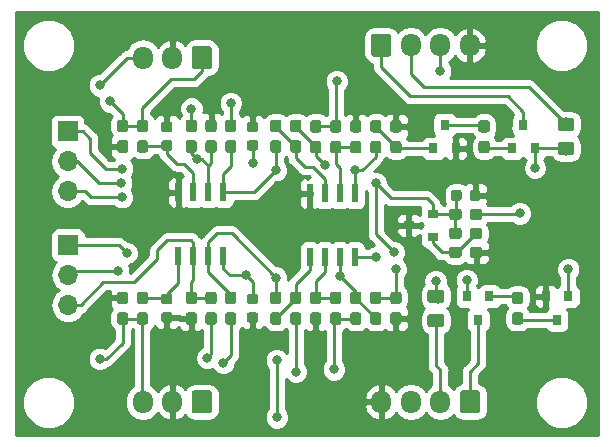
<source format=gbr>
G04 #@! TF.GenerationSoftware,KiCad,Pcbnew,(5.0.1)-3*
G04 #@! TF.CreationDate,2019-06-20T21:19:37-04:00*
G04 #@! TF.ProjectId,mars-aqua-adapter,6D6172732D617175612D616461707465,rev?*
G04 #@! TF.SameCoordinates,Original*
G04 #@! TF.FileFunction,Copper,L1,Top,Signal*
G04 #@! TF.FilePolarity,Positive*
%FSLAX46Y46*%
G04 Gerber Fmt 4.6, Leading zero omitted, Abs format (unit mm)*
G04 Created by KiCad (PCBNEW (5.0.1)-3) date 6/20/2019 9:19:37 PM*
%MOMM*%
%LPD*%
G01*
G04 APERTURE LIST*
G04 #@! TA.AperFunction,SMDPad,CuDef*
%ADD10R,0.900000X0.800000*%
G04 #@! TD*
G04 #@! TA.AperFunction,SMDPad,CuDef*
%ADD11R,0.600000X1.550000*%
G04 #@! TD*
G04 #@! TA.AperFunction,Conductor*
%ADD12C,0.100000*%
G04 #@! TD*
G04 #@! TA.AperFunction,SMDPad,CuDef*
%ADD13C,0.950000*%
G04 #@! TD*
G04 #@! TA.AperFunction,ComponentPad*
%ADD14C,1.700000*%
G04 #@! TD*
G04 #@! TA.AperFunction,ComponentPad*
%ADD15O,1.700000X1.950000*%
G04 #@! TD*
G04 #@! TA.AperFunction,SMDPad,CuDef*
%ADD16C,1.150000*%
G04 #@! TD*
G04 #@! TA.AperFunction,ComponentPad*
%ADD17R,1.700000X1.700000*%
G04 #@! TD*
G04 #@! TA.AperFunction,ComponentPad*
%ADD18O,1.700000X1.700000*%
G04 #@! TD*
G04 #@! TA.AperFunction,SMDPad,CuDef*
%ADD19R,0.800000X0.900000*%
G04 #@! TD*
G04 #@! TA.AperFunction,SMDPad,CuDef*
%ADD20C,0.875000*%
G04 #@! TD*
G04 #@! TA.AperFunction,ViaPad*
%ADD21C,0.800000*%
G04 #@! TD*
G04 #@! TA.AperFunction,Conductor*
%ADD22C,0.250000*%
G04 #@! TD*
G04 #@! TA.AperFunction,Conductor*
%ADD23C,0.254000*%
G04 #@! TD*
G04 APERTURE END LIST*
D10*
G04 #@! TO.P,D1,3*
G04 #@! TO.N,GND*
X140732000Y-95250000D03*
G04 #@! TO.P,D1,2*
G04 #@! TO.N,/Vref*
X142732000Y-94300000D03*
G04 #@! TO.P,D1,1*
G04 #@! TO.N,Net-(D1-Pad1)*
X142732000Y-96200000D03*
G04 #@! TD*
D11*
G04 #@! TO.P,U2,8*
G04 #@! TO.N,+12V*
X136155000Y-97950000D03*
G04 #@! TO.P,U2,7*
G04 #@! TO.N,Net-(R10-Pad2)*
X134885000Y-97950000D03*
G04 #@! TO.P,U2,6*
G04 #@! TO.N,Net-(R8-Pad1)*
X133615000Y-97950000D03*
G04 #@! TO.P,U2,5*
G04 #@! TO.N,Net-(R6-Pad1)*
X132345000Y-97950000D03*
G04 #@! TO.P,U2,4*
G04 #@! TO.N,GND*
X132345000Y-92550000D03*
G04 #@! TO.P,U2,3*
G04 #@! TO.N,Net-(R19-Pad1)*
X133615000Y-92550000D03*
G04 #@! TO.P,U2,2*
G04 #@! TO.N,Net-(R22-Pad2)*
X134885000Y-92550000D03*
G04 #@! TO.P,U2,1*
G04 #@! TO.N,Net-(R20-Pad1)*
X136155000Y-92550000D03*
G04 #@! TD*
D12*
G04 #@! TO.N,/Vref*
G04 #@! TO.C,R10*
G36*
X136500779Y-102616144D02*
X136523834Y-102619563D01*
X136546443Y-102625227D01*
X136568387Y-102633079D01*
X136589457Y-102643044D01*
X136609448Y-102655026D01*
X136628168Y-102668910D01*
X136645438Y-102684562D01*
X136661090Y-102701832D01*
X136674974Y-102720552D01*
X136686956Y-102740543D01*
X136696921Y-102761613D01*
X136704773Y-102783557D01*
X136710437Y-102806166D01*
X136713856Y-102829221D01*
X136715000Y-102852500D01*
X136715000Y-103427500D01*
X136713856Y-103450779D01*
X136710437Y-103473834D01*
X136704773Y-103496443D01*
X136696921Y-103518387D01*
X136686956Y-103539457D01*
X136674974Y-103559448D01*
X136661090Y-103578168D01*
X136645438Y-103595438D01*
X136628168Y-103611090D01*
X136609448Y-103624974D01*
X136589457Y-103636956D01*
X136568387Y-103646921D01*
X136546443Y-103654773D01*
X136523834Y-103660437D01*
X136500779Y-103663856D01*
X136477500Y-103665000D01*
X136002500Y-103665000D01*
X135979221Y-103663856D01*
X135956166Y-103660437D01*
X135933557Y-103654773D01*
X135911613Y-103646921D01*
X135890543Y-103636956D01*
X135870552Y-103624974D01*
X135851832Y-103611090D01*
X135834562Y-103595438D01*
X135818910Y-103578168D01*
X135805026Y-103559448D01*
X135793044Y-103539457D01*
X135783079Y-103518387D01*
X135775227Y-103496443D01*
X135769563Y-103473834D01*
X135766144Y-103450779D01*
X135765000Y-103427500D01*
X135765000Y-102852500D01*
X135766144Y-102829221D01*
X135769563Y-102806166D01*
X135775227Y-102783557D01*
X135783079Y-102761613D01*
X135793044Y-102740543D01*
X135805026Y-102720552D01*
X135818910Y-102701832D01*
X135834562Y-102684562D01*
X135851832Y-102668910D01*
X135870552Y-102655026D01*
X135890543Y-102643044D01*
X135911613Y-102633079D01*
X135933557Y-102625227D01*
X135956166Y-102619563D01*
X135979221Y-102616144D01*
X136002500Y-102615000D01*
X136477500Y-102615000D01*
X136500779Y-102616144D01*
X136500779Y-102616144D01*
G37*
D13*
G04 #@! TD*
G04 #@! TO.P,R10,1*
G04 #@! TO.N,/Vref*
X136240000Y-103140000D03*
D12*
G04 #@! TO.N,Net-(R10-Pad2)*
G04 #@! TO.C,R10*
G36*
X136500779Y-100866144D02*
X136523834Y-100869563D01*
X136546443Y-100875227D01*
X136568387Y-100883079D01*
X136589457Y-100893044D01*
X136609448Y-100905026D01*
X136628168Y-100918910D01*
X136645438Y-100934562D01*
X136661090Y-100951832D01*
X136674974Y-100970552D01*
X136686956Y-100990543D01*
X136696921Y-101011613D01*
X136704773Y-101033557D01*
X136710437Y-101056166D01*
X136713856Y-101079221D01*
X136715000Y-101102500D01*
X136715000Y-101677500D01*
X136713856Y-101700779D01*
X136710437Y-101723834D01*
X136704773Y-101746443D01*
X136696921Y-101768387D01*
X136686956Y-101789457D01*
X136674974Y-101809448D01*
X136661090Y-101828168D01*
X136645438Y-101845438D01*
X136628168Y-101861090D01*
X136609448Y-101874974D01*
X136589457Y-101886956D01*
X136568387Y-101896921D01*
X136546443Y-101904773D01*
X136523834Y-101910437D01*
X136500779Y-101913856D01*
X136477500Y-101915000D01*
X136002500Y-101915000D01*
X135979221Y-101913856D01*
X135956166Y-101910437D01*
X135933557Y-101904773D01*
X135911613Y-101896921D01*
X135890543Y-101886956D01*
X135870552Y-101874974D01*
X135851832Y-101861090D01*
X135834562Y-101845438D01*
X135818910Y-101828168D01*
X135805026Y-101809448D01*
X135793044Y-101789457D01*
X135783079Y-101768387D01*
X135775227Y-101746443D01*
X135769563Y-101723834D01*
X135766144Y-101700779D01*
X135765000Y-101677500D01*
X135765000Y-101102500D01*
X135766144Y-101079221D01*
X135769563Y-101056166D01*
X135775227Y-101033557D01*
X135783079Y-101011613D01*
X135793044Y-100990543D01*
X135805026Y-100970552D01*
X135818910Y-100951832D01*
X135834562Y-100934562D01*
X135851832Y-100918910D01*
X135870552Y-100905026D01*
X135890543Y-100893044D01*
X135911613Y-100883079D01*
X135933557Y-100875227D01*
X135956166Y-100869563D01*
X135979221Y-100866144D01*
X136002500Y-100865000D01*
X136477500Y-100865000D01*
X136500779Y-100866144D01*
X136500779Y-100866144D01*
G37*
D13*
G04 #@! TD*
G04 #@! TO.P,R10,2*
G04 #@! TO.N,Net-(R10-Pad2)*
X136240000Y-101390000D03*
D12*
G04 #@! TO.N,/ch1_input*
G04 #@! TO.C,J2*
G36*
X123824504Y-109226204D02*
X123848773Y-109229804D01*
X123872571Y-109235765D01*
X123895671Y-109244030D01*
X123917849Y-109254520D01*
X123938893Y-109267133D01*
X123958598Y-109281747D01*
X123976777Y-109298223D01*
X123993253Y-109316402D01*
X124007867Y-109336107D01*
X124020480Y-109357151D01*
X124030970Y-109379329D01*
X124039235Y-109402429D01*
X124045196Y-109426227D01*
X124048796Y-109450496D01*
X124050000Y-109475000D01*
X124050000Y-110925000D01*
X124048796Y-110949504D01*
X124045196Y-110973773D01*
X124039235Y-110997571D01*
X124030970Y-111020671D01*
X124020480Y-111042849D01*
X124007867Y-111063893D01*
X123993253Y-111083598D01*
X123976777Y-111101777D01*
X123958598Y-111118253D01*
X123938893Y-111132867D01*
X123917849Y-111145480D01*
X123895671Y-111155970D01*
X123872571Y-111164235D01*
X123848773Y-111170196D01*
X123824504Y-111173796D01*
X123800000Y-111175000D01*
X122600000Y-111175000D01*
X122575496Y-111173796D01*
X122551227Y-111170196D01*
X122527429Y-111164235D01*
X122504329Y-111155970D01*
X122482151Y-111145480D01*
X122461107Y-111132867D01*
X122441402Y-111118253D01*
X122423223Y-111101777D01*
X122406747Y-111083598D01*
X122392133Y-111063893D01*
X122379520Y-111042849D01*
X122369030Y-111020671D01*
X122360765Y-110997571D01*
X122354804Y-110973773D01*
X122351204Y-110949504D01*
X122350000Y-110925000D01*
X122350000Y-109475000D01*
X122351204Y-109450496D01*
X122354804Y-109426227D01*
X122360765Y-109402429D01*
X122369030Y-109379329D01*
X122379520Y-109357151D01*
X122392133Y-109336107D01*
X122406747Y-109316402D01*
X122423223Y-109298223D01*
X122441402Y-109281747D01*
X122461107Y-109267133D01*
X122482151Y-109254520D01*
X122504329Y-109244030D01*
X122527429Y-109235765D01*
X122551227Y-109229804D01*
X122575496Y-109226204D01*
X122600000Y-109225000D01*
X123800000Y-109225000D01*
X123824504Y-109226204D01*
X123824504Y-109226204D01*
G37*
D14*
G04 #@! TD*
G04 #@! TO.P,J2,1*
G04 #@! TO.N,/ch1_input*
X123200000Y-110200000D03*
D15*
G04 #@! TO.P,J2,2*
G04 #@! TO.N,GND*
X120700000Y-110200000D03*
G04 #@! TO.P,J2,3*
G04 #@! TO.N,/ch2_input*
X118200000Y-110200000D03*
G04 #@! TD*
G04 #@! TO.P,J1,3*
G04 #@! TO.N,/ch2_input*
X118200000Y-81050000D03*
G04 #@! TO.P,J1,2*
G04 #@! TO.N,GND*
X120700000Y-81050000D03*
D12*
G04 #@! TD*
G04 #@! TO.N,/ch1_input*
G04 #@! TO.C,J1*
G36*
X123824504Y-80076204D02*
X123848773Y-80079804D01*
X123872571Y-80085765D01*
X123895671Y-80094030D01*
X123917849Y-80104520D01*
X123938893Y-80117133D01*
X123958598Y-80131747D01*
X123976777Y-80148223D01*
X123993253Y-80166402D01*
X124007867Y-80186107D01*
X124020480Y-80207151D01*
X124030970Y-80229329D01*
X124039235Y-80252429D01*
X124045196Y-80276227D01*
X124048796Y-80300496D01*
X124050000Y-80325000D01*
X124050000Y-81775000D01*
X124048796Y-81799504D01*
X124045196Y-81823773D01*
X124039235Y-81847571D01*
X124030970Y-81870671D01*
X124020480Y-81892849D01*
X124007867Y-81913893D01*
X123993253Y-81933598D01*
X123976777Y-81951777D01*
X123958598Y-81968253D01*
X123938893Y-81982867D01*
X123917849Y-81995480D01*
X123895671Y-82005970D01*
X123872571Y-82014235D01*
X123848773Y-82020196D01*
X123824504Y-82023796D01*
X123800000Y-82025000D01*
X122600000Y-82025000D01*
X122575496Y-82023796D01*
X122551227Y-82020196D01*
X122527429Y-82014235D01*
X122504329Y-82005970D01*
X122482151Y-81995480D01*
X122461107Y-81982867D01*
X122441402Y-81968253D01*
X122423223Y-81951777D01*
X122406747Y-81933598D01*
X122392133Y-81913893D01*
X122379520Y-81892849D01*
X122369030Y-81870671D01*
X122360765Y-81847571D01*
X122354804Y-81823773D01*
X122351204Y-81799504D01*
X122350000Y-81775000D01*
X122350000Y-80325000D01*
X122351204Y-80300496D01*
X122354804Y-80276227D01*
X122360765Y-80252429D01*
X122369030Y-80229329D01*
X122379520Y-80207151D01*
X122392133Y-80186107D01*
X122406747Y-80166402D01*
X122423223Y-80148223D01*
X122441402Y-80131747D01*
X122461107Y-80117133D01*
X122482151Y-80104520D01*
X122504329Y-80094030D01*
X122527429Y-80085765D01*
X122551227Y-80079804D01*
X122575496Y-80076204D01*
X122600000Y-80075000D01*
X123800000Y-80075000D01*
X123824504Y-80076204D01*
X123824504Y-80076204D01*
G37*
D14*
G04 #@! TO.P,J1,1*
G04 #@! TO.N,/ch1_input*
X123200000Y-81050000D03*
G04 #@! TD*
D12*
G04 #@! TO.N,/ch1_enable*
G04 #@! TO.C,J3*
G36*
X139006864Y-79026204D02*
X139031133Y-79029804D01*
X139054931Y-79035765D01*
X139078031Y-79044030D01*
X139100209Y-79054520D01*
X139121253Y-79067133D01*
X139140958Y-79081747D01*
X139159137Y-79098223D01*
X139175613Y-79116402D01*
X139190227Y-79136107D01*
X139202840Y-79157151D01*
X139213330Y-79179329D01*
X139221595Y-79202429D01*
X139227556Y-79226227D01*
X139231156Y-79250496D01*
X139232360Y-79275000D01*
X139232360Y-80725000D01*
X139231156Y-80749504D01*
X139227556Y-80773773D01*
X139221595Y-80797571D01*
X139213330Y-80820671D01*
X139202840Y-80842849D01*
X139190227Y-80863893D01*
X139175613Y-80883598D01*
X139159137Y-80901777D01*
X139140958Y-80918253D01*
X139121253Y-80932867D01*
X139100209Y-80945480D01*
X139078031Y-80955970D01*
X139054931Y-80964235D01*
X139031133Y-80970196D01*
X139006864Y-80973796D01*
X138982360Y-80975000D01*
X137782360Y-80975000D01*
X137757856Y-80973796D01*
X137733587Y-80970196D01*
X137709789Y-80964235D01*
X137686689Y-80955970D01*
X137664511Y-80945480D01*
X137643467Y-80932867D01*
X137623762Y-80918253D01*
X137605583Y-80901777D01*
X137589107Y-80883598D01*
X137574493Y-80863893D01*
X137561880Y-80842849D01*
X137551390Y-80820671D01*
X137543125Y-80797571D01*
X137537164Y-80773773D01*
X137533564Y-80749504D01*
X137532360Y-80725000D01*
X137532360Y-79275000D01*
X137533564Y-79250496D01*
X137537164Y-79226227D01*
X137543125Y-79202429D01*
X137551390Y-79179329D01*
X137561880Y-79157151D01*
X137574493Y-79136107D01*
X137589107Y-79116402D01*
X137605583Y-79098223D01*
X137623762Y-79081747D01*
X137643467Y-79067133D01*
X137664511Y-79054520D01*
X137686689Y-79044030D01*
X137709789Y-79035765D01*
X137733587Y-79029804D01*
X137757856Y-79026204D01*
X137782360Y-79025000D01*
X138982360Y-79025000D01*
X139006864Y-79026204D01*
X139006864Y-79026204D01*
G37*
D14*
G04 #@! TD*
G04 #@! TO.P,J3,1*
G04 #@! TO.N,/ch1_enable*
X138382360Y-80000000D03*
D15*
G04 #@! TO.P,J3,2*
G04 #@! TO.N,Net-(D3-Pad2)*
X140882360Y-80000000D03*
G04 #@! TO.P,J3,3*
G04 #@! TO.N,/ch1_output*
X143382360Y-80000000D03*
G04 #@! TO.P,J3,4*
G04 #@! TO.N,GND*
X145882360Y-80000000D03*
G04 #@! TD*
G04 #@! TO.P,J4,4*
G04 #@! TO.N,GND*
X138400000Y-110200000D03*
G04 #@! TO.P,J4,3*
G04 #@! TO.N,/ch2_output*
X140900000Y-110200000D03*
G04 #@! TO.P,J4,2*
G04 #@! TO.N,Net-(D4-Pad2)*
X143400000Y-110200000D03*
D12*
G04 #@! TD*
G04 #@! TO.N,/ch2_enable*
G04 #@! TO.C,J4*
G36*
X146524504Y-109226204D02*
X146548773Y-109229804D01*
X146572571Y-109235765D01*
X146595671Y-109244030D01*
X146617849Y-109254520D01*
X146638893Y-109267133D01*
X146658598Y-109281747D01*
X146676777Y-109298223D01*
X146693253Y-109316402D01*
X146707867Y-109336107D01*
X146720480Y-109357151D01*
X146730970Y-109379329D01*
X146739235Y-109402429D01*
X146745196Y-109426227D01*
X146748796Y-109450496D01*
X146750000Y-109475000D01*
X146750000Y-110925000D01*
X146748796Y-110949504D01*
X146745196Y-110973773D01*
X146739235Y-110997571D01*
X146730970Y-111020671D01*
X146720480Y-111042849D01*
X146707867Y-111063893D01*
X146693253Y-111083598D01*
X146676777Y-111101777D01*
X146658598Y-111118253D01*
X146638893Y-111132867D01*
X146617849Y-111145480D01*
X146595671Y-111155970D01*
X146572571Y-111164235D01*
X146548773Y-111170196D01*
X146524504Y-111173796D01*
X146500000Y-111175000D01*
X145300000Y-111175000D01*
X145275496Y-111173796D01*
X145251227Y-111170196D01*
X145227429Y-111164235D01*
X145204329Y-111155970D01*
X145182151Y-111145480D01*
X145161107Y-111132867D01*
X145141402Y-111118253D01*
X145123223Y-111101777D01*
X145106747Y-111083598D01*
X145092133Y-111063893D01*
X145079520Y-111042849D01*
X145069030Y-111020671D01*
X145060765Y-110997571D01*
X145054804Y-110973773D01*
X145051204Y-110949504D01*
X145050000Y-110925000D01*
X145050000Y-109475000D01*
X145051204Y-109450496D01*
X145054804Y-109426227D01*
X145060765Y-109402429D01*
X145069030Y-109379329D01*
X145079520Y-109357151D01*
X145092133Y-109336107D01*
X145106747Y-109316402D01*
X145123223Y-109298223D01*
X145141402Y-109281747D01*
X145161107Y-109267133D01*
X145182151Y-109254520D01*
X145204329Y-109244030D01*
X145227429Y-109235765D01*
X145251227Y-109229804D01*
X145275496Y-109226204D01*
X145300000Y-109225000D01*
X146500000Y-109225000D01*
X146524504Y-109226204D01*
X146524504Y-109226204D01*
G37*
D14*
G04 #@! TO.P,J4,1*
G04 #@! TO.N,/ch2_enable*
X145900000Y-110200000D03*
G04 #@! TD*
D12*
G04 #@! TO.N,GND*
G04 #@! TO.C,R14*
G36*
X116760779Y-88050284D02*
X116783834Y-88053703D01*
X116806443Y-88059367D01*
X116828387Y-88067219D01*
X116849457Y-88077184D01*
X116869448Y-88089166D01*
X116888168Y-88103050D01*
X116905438Y-88118702D01*
X116921090Y-88135972D01*
X116934974Y-88154692D01*
X116946956Y-88174683D01*
X116956921Y-88195753D01*
X116964773Y-88217697D01*
X116970437Y-88240306D01*
X116973856Y-88263361D01*
X116975000Y-88286640D01*
X116975000Y-88861640D01*
X116973856Y-88884919D01*
X116970437Y-88907974D01*
X116964773Y-88930583D01*
X116956921Y-88952527D01*
X116946956Y-88973597D01*
X116934974Y-88993588D01*
X116921090Y-89012308D01*
X116905438Y-89029578D01*
X116888168Y-89045230D01*
X116869448Y-89059114D01*
X116849457Y-89071096D01*
X116828387Y-89081061D01*
X116806443Y-89088913D01*
X116783834Y-89094577D01*
X116760779Y-89097996D01*
X116737500Y-89099140D01*
X116262500Y-89099140D01*
X116239221Y-89097996D01*
X116216166Y-89094577D01*
X116193557Y-89088913D01*
X116171613Y-89081061D01*
X116150543Y-89071096D01*
X116130552Y-89059114D01*
X116111832Y-89045230D01*
X116094562Y-89029578D01*
X116078910Y-89012308D01*
X116065026Y-88993588D01*
X116053044Y-88973597D01*
X116043079Y-88952527D01*
X116035227Y-88930583D01*
X116029563Y-88907974D01*
X116026144Y-88884919D01*
X116025000Y-88861640D01*
X116025000Y-88286640D01*
X116026144Y-88263361D01*
X116029563Y-88240306D01*
X116035227Y-88217697D01*
X116043079Y-88195753D01*
X116053044Y-88174683D01*
X116065026Y-88154692D01*
X116078910Y-88135972D01*
X116094562Y-88118702D01*
X116111832Y-88103050D01*
X116130552Y-88089166D01*
X116150543Y-88077184D01*
X116171613Y-88067219D01*
X116193557Y-88059367D01*
X116216166Y-88053703D01*
X116239221Y-88050284D01*
X116262500Y-88049140D01*
X116737500Y-88049140D01*
X116760779Y-88050284D01*
X116760779Y-88050284D01*
G37*
D13*
G04 #@! TD*
G04 #@! TO.P,R14,2*
G04 #@! TO.N,GND*
X116500000Y-88574140D03*
D12*
G04 #@! TO.N,/ch1_input*
G04 #@! TO.C,R14*
G36*
X116760779Y-86300284D02*
X116783834Y-86303703D01*
X116806443Y-86309367D01*
X116828387Y-86317219D01*
X116849457Y-86327184D01*
X116869448Y-86339166D01*
X116888168Y-86353050D01*
X116905438Y-86368702D01*
X116921090Y-86385972D01*
X116934974Y-86404692D01*
X116946956Y-86424683D01*
X116956921Y-86445753D01*
X116964773Y-86467697D01*
X116970437Y-86490306D01*
X116973856Y-86513361D01*
X116975000Y-86536640D01*
X116975000Y-87111640D01*
X116973856Y-87134919D01*
X116970437Y-87157974D01*
X116964773Y-87180583D01*
X116956921Y-87202527D01*
X116946956Y-87223597D01*
X116934974Y-87243588D01*
X116921090Y-87262308D01*
X116905438Y-87279578D01*
X116888168Y-87295230D01*
X116869448Y-87309114D01*
X116849457Y-87321096D01*
X116828387Y-87331061D01*
X116806443Y-87338913D01*
X116783834Y-87344577D01*
X116760779Y-87347996D01*
X116737500Y-87349140D01*
X116262500Y-87349140D01*
X116239221Y-87347996D01*
X116216166Y-87344577D01*
X116193557Y-87338913D01*
X116171613Y-87331061D01*
X116150543Y-87321096D01*
X116130552Y-87309114D01*
X116111832Y-87295230D01*
X116094562Y-87279578D01*
X116078910Y-87262308D01*
X116065026Y-87243588D01*
X116053044Y-87223597D01*
X116043079Y-87202527D01*
X116035227Y-87180583D01*
X116029563Y-87157974D01*
X116026144Y-87134919D01*
X116025000Y-87111640D01*
X116025000Y-86536640D01*
X116026144Y-86513361D01*
X116029563Y-86490306D01*
X116035227Y-86467697D01*
X116043079Y-86445753D01*
X116053044Y-86424683D01*
X116065026Y-86404692D01*
X116078910Y-86385972D01*
X116094562Y-86368702D01*
X116111832Y-86353050D01*
X116130552Y-86339166D01*
X116150543Y-86327184D01*
X116171613Y-86317219D01*
X116193557Y-86309367D01*
X116216166Y-86303703D01*
X116239221Y-86300284D01*
X116262500Y-86299140D01*
X116737500Y-86299140D01*
X116760779Y-86300284D01*
X116760779Y-86300284D01*
G37*
D13*
G04 #@! TD*
G04 #@! TO.P,R14,1*
G04 #@! TO.N,/ch1_input*
X116500000Y-86824140D03*
D12*
G04 #@! TO.N,/ch2_input*
G04 #@! TO.C,R1*
G36*
X116760779Y-102616144D02*
X116783834Y-102619563D01*
X116806443Y-102625227D01*
X116828387Y-102633079D01*
X116849457Y-102643044D01*
X116869448Y-102655026D01*
X116888168Y-102668910D01*
X116905438Y-102684562D01*
X116921090Y-102701832D01*
X116934974Y-102720552D01*
X116946956Y-102740543D01*
X116956921Y-102761613D01*
X116964773Y-102783557D01*
X116970437Y-102806166D01*
X116973856Y-102829221D01*
X116975000Y-102852500D01*
X116975000Y-103427500D01*
X116973856Y-103450779D01*
X116970437Y-103473834D01*
X116964773Y-103496443D01*
X116956921Y-103518387D01*
X116946956Y-103539457D01*
X116934974Y-103559448D01*
X116921090Y-103578168D01*
X116905438Y-103595438D01*
X116888168Y-103611090D01*
X116869448Y-103624974D01*
X116849457Y-103636956D01*
X116828387Y-103646921D01*
X116806443Y-103654773D01*
X116783834Y-103660437D01*
X116760779Y-103663856D01*
X116737500Y-103665000D01*
X116262500Y-103665000D01*
X116239221Y-103663856D01*
X116216166Y-103660437D01*
X116193557Y-103654773D01*
X116171613Y-103646921D01*
X116150543Y-103636956D01*
X116130552Y-103624974D01*
X116111832Y-103611090D01*
X116094562Y-103595438D01*
X116078910Y-103578168D01*
X116065026Y-103559448D01*
X116053044Y-103539457D01*
X116043079Y-103518387D01*
X116035227Y-103496443D01*
X116029563Y-103473834D01*
X116026144Y-103450779D01*
X116025000Y-103427500D01*
X116025000Y-102852500D01*
X116026144Y-102829221D01*
X116029563Y-102806166D01*
X116035227Y-102783557D01*
X116043079Y-102761613D01*
X116053044Y-102740543D01*
X116065026Y-102720552D01*
X116078910Y-102701832D01*
X116094562Y-102684562D01*
X116111832Y-102668910D01*
X116130552Y-102655026D01*
X116150543Y-102643044D01*
X116171613Y-102633079D01*
X116193557Y-102625227D01*
X116216166Y-102619563D01*
X116239221Y-102616144D01*
X116262500Y-102615000D01*
X116737500Y-102615000D01*
X116760779Y-102616144D01*
X116760779Y-102616144D01*
G37*
D13*
G04 #@! TD*
G04 #@! TO.P,R1,1*
G04 #@! TO.N,/ch2_input*
X116500000Y-103140000D03*
D12*
G04 #@! TO.N,GND*
G04 #@! TO.C,R1*
G36*
X116760779Y-100866144D02*
X116783834Y-100869563D01*
X116806443Y-100875227D01*
X116828387Y-100883079D01*
X116849457Y-100893044D01*
X116869448Y-100905026D01*
X116888168Y-100918910D01*
X116905438Y-100934562D01*
X116921090Y-100951832D01*
X116934974Y-100970552D01*
X116946956Y-100990543D01*
X116956921Y-101011613D01*
X116964773Y-101033557D01*
X116970437Y-101056166D01*
X116973856Y-101079221D01*
X116975000Y-101102500D01*
X116975000Y-101677500D01*
X116973856Y-101700779D01*
X116970437Y-101723834D01*
X116964773Y-101746443D01*
X116956921Y-101768387D01*
X116946956Y-101789457D01*
X116934974Y-101809448D01*
X116921090Y-101828168D01*
X116905438Y-101845438D01*
X116888168Y-101861090D01*
X116869448Y-101874974D01*
X116849457Y-101886956D01*
X116828387Y-101896921D01*
X116806443Y-101904773D01*
X116783834Y-101910437D01*
X116760779Y-101913856D01*
X116737500Y-101915000D01*
X116262500Y-101915000D01*
X116239221Y-101913856D01*
X116216166Y-101910437D01*
X116193557Y-101904773D01*
X116171613Y-101896921D01*
X116150543Y-101886956D01*
X116130552Y-101874974D01*
X116111832Y-101861090D01*
X116094562Y-101845438D01*
X116078910Y-101828168D01*
X116065026Y-101809448D01*
X116053044Y-101789457D01*
X116043079Y-101768387D01*
X116035227Y-101746443D01*
X116029563Y-101723834D01*
X116026144Y-101700779D01*
X116025000Y-101677500D01*
X116025000Y-101102500D01*
X116026144Y-101079221D01*
X116029563Y-101056166D01*
X116035227Y-101033557D01*
X116043079Y-101011613D01*
X116053044Y-100990543D01*
X116065026Y-100970552D01*
X116078910Y-100951832D01*
X116094562Y-100934562D01*
X116111832Y-100918910D01*
X116130552Y-100905026D01*
X116150543Y-100893044D01*
X116171613Y-100883079D01*
X116193557Y-100875227D01*
X116216166Y-100869563D01*
X116239221Y-100866144D01*
X116262500Y-100865000D01*
X116737500Y-100865000D01*
X116760779Y-100866144D01*
X116760779Y-100866144D01*
G37*
D13*
G04 #@! TD*
G04 #@! TO.P,R1,2*
G04 #@! TO.N,GND*
X116500000Y-101390000D03*
D12*
G04 #@! TO.N,Net-(C2-Pad1)*
G04 #@! TO.C,R15*
G36*
X118435159Y-88050284D02*
X118458214Y-88053703D01*
X118480823Y-88059367D01*
X118502767Y-88067219D01*
X118523837Y-88077184D01*
X118543828Y-88089166D01*
X118562548Y-88103050D01*
X118579818Y-88118702D01*
X118595470Y-88135972D01*
X118609354Y-88154692D01*
X118621336Y-88174683D01*
X118631301Y-88195753D01*
X118639153Y-88217697D01*
X118644817Y-88240306D01*
X118648236Y-88263361D01*
X118649380Y-88286640D01*
X118649380Y-88861640D01*
X118648236Y-88884919D01*
X118644817Y-88907974D01*
X118639153Y-88930583D01*
X118631301Y-88952527D01*
X118621336Y-88973597D01*
X118609354Y-88993588D01*
X118595470Y-89012308D01*
X118579818Y-89029578D01*
X118562548Y-89045230D01*
X118543828Y-89059114D01*
X118523837Y-89071096D01*
X118502767Y-89081061D01*
X118480823Y-89088913D01*
X118458214Y-89094577D01*
X118435159Y-89097996D01*
X118411880Y-89099140D01*
X117936880Y-89099140D01*
X117913601Y-89097996D01*
X117890546Y-89094577D01*
X117867937Y-89088913D01*
X117845993Y-89081061D01*
X117824923Y-89071096D01*
X117804932Y-89059114D01*
X117786212Y-89045230D01*
X117768942Y-89029578D01*
X117753290Y-89012308D01*
X117739406Y-88993588D01*
X117727424Y-88973597D01*
X117717459Y-88952527D01*
X117709607Y-88930583D01*
X117703943Y-88907974D01*
X117700524Y-88884919D01*
X117699380Y-88861640D01*
X117699380Y-88286640D01*
X117700524Y-88263361D01*
X117703943Y-88240306D01*
X117709607Y-88217697D01*
X117717459Y-88195753D01*
X117727424Y-88174683D01*
X117739406Y-88154692D01*
X117753290Y-88135972D01*
X117768942Y-88118702D01*
X117786212Y-88103050D01*
X117804932Y-88089166D01*
X117824923Y-88077184D01*
X117845993Y-88067219D01*
X117867937Y-88059367D01*
X117890546Y-88053703D01*
X117913601Y-88050284D01*
X117936880Y-88049140D01*
X118411880Y-88049140D01*
X118435159Y-88050284D01*
X118435159Y-88050284D01*
G37*
D13*
G04 #@! TD*
G04 #@! TO.P,R15,1*
G04 #@! TO.N,Net-(C2-Pad1)*
X118174380Y-88574140D03*
D12*
G04 #@! TO.N,/ch1_input*
G04 #@! TO.C,R15*
G36*
X118435159Y-86300284D02*
X118458214Y-86303703D01*
X118480823Y-86309367D01*
X118502767Y-86317219D01*
X118523837Y-86327184D01*
X118543828Y-86339166D01*
X118562548Y-86353050D01*
X118579818Y-86368702D01*
X118595470Y-86385972D01*
X118609354Y-86404692D01*
X118621336Y-86424683D01*
X118631301Y-86445753D01*
X118639153Y-86467697D01*
X118644817Y-86490306D01*
X118648236Y-86513361D01*
X118649380Y-86536640D01*
X118649380Y-87111640D01*
X118648236Y-87134919D01*
X118644817Y-87157974D01*
X118639153Y-87180583D01*
X118631301Y-87202527D01*
X118621336Y-87223597D01*
X118609354Y-87243588D01*
X118595470Y-87262308D01*
X118579818Y-87279578D01*
X118562548Y-87295230D01*
X118543828Y-87309114D01*
X118523837Y-87321096D01*
X118502767Y-87331061D01*
X118480823Y-87338913D01*
X118458214Y-87344577D01*
X118435159Y-87347996D01*
X118411880Y-87349140D01*
X117936880Y-87349140D01*
X117913601Y-87347996D01*
X117890546Y-87344577D01*
X117867937Y-87338913D01*
X117845993Y-87331061D01*
X117824923Y-87321096D01*
X117804932Y-87309114D01*
X117786212Y-87295230D01*
X117768942Y-87279578D01*
X117753290Y-87262308D01*
X117739406Y-87243588D01*
X117727424Y-87223597D01*
X117717459Y-87202527D01*
X117709607Y-87180583D01*
X117703943Y-87157974D01*
X117700524Y-87134919D01*
X117699380Y-87111640D01*
X117699380Y-86536640D01*
X117700524Y-86513361D01*
X117703943Y-86490306D01*
X117709607Y-86467697D01*
X117717459Y-86445753D01*
X117727424Y-86424683D01*
X117739406Y-86404692D01*
X117753290Y-86385972D01*
X117768942Y-86368702D01*
X117786212Y-86353050D01*
X117804932Y-86339166D01*
X117824923Y-86327184D01*
X117845993Y-86317219D01*
X117867937Y-86309367D01*
X117890546Y-86303703D01*
X117913601Y-86300284D01*
X117936880Y-86299140D01*
X118411880Y-86299140D01*
X118435159Y-86300284D01*
X118435159Y-86300284D01*
G37*
D13*
G04 #@! TD*
G04 #@! TO.P,R15,2*
G04 #@! TO.N,/ch1_input*
X118174380Y-86824140D03*
D12*
G04 #@! TO.N,/ch2_input*
G04 #@! TO.C,R2*
G36*
X118435159Y-102616144D02*
X118458214Y-102619563D01*
X118480823Y-102625227D01*
X118502767Y-102633079D01*
X118523837Y-102643044D01*
X118543828Y-102655026D01*
X118562548Y-102668910D01*
X118579818Y-102684562D01*
X118595470Y-102701832D01*
X118609354Y-102720552D01*
X118621336Y-102740543D01*
X118631301Y-102761613D01*
X118639153Y-102783557D01*
X118644817Y-102806166D01*
X118648236Y-102829221D01*
X118649380Y-102852500D01*
X118649380Y-103427500D01*
X118648236Y-103450779D01*
X118644817Y-103473834D01*
X118639153Y-103496443D01*
X118631301Y-103518387D01*
X118621336Y-103539457D01*
X118609354Y-103559448D01*
X118595470Y-103578168D01*
X118579818Y-103595438D01*
X118562548Y-103611090D01*
X118543828Y-103624974D01*
X118523837Y-103636956D01*
X118502767Y-103646921D01*
X118480823Y-103654773D01*
X118458214Y-103660437D01*
X118435159Y-103663856D01*
X118411880Y-103665000D01*
X117936880Y-103665000D01*
X117913601Y-103663856D01*
X117890546Y-103660437D01*
X117867937Y-103654773D01*
X117845993Y-103646921D01*
X117824923Y-103636956D01*
X117804932Y-103624974D01*
X117786212Y-103611090D01*
X117768942Y-103595438D01*
X117753290Y-103578168D01*
X117739406Y-103559448D01*
X117727424Y-103539457D01*
X117717459Y-103518387D01*
X117709607Y-103496443D01*
X117703943Y-103473834D01*
X117700524Y-103450779D01*
X117699380Y-103427500D01*
X117699380Y-102852500D01*
X117700524Y-102829221D01*
X117703943Y-102806166D01*
X117709607Y-102783557D01*
X117717459Y-102761613D01*
X117727424Y-102740543D01*
X117739406Y-102720552D01*
X117753290Y-102701832D01*
X117768942Y-102684562D01*
X117786212Y-102668910D01*
X117804932Y-102655026D01*
X117824923Y-102643044D01*
X117845993Y-102633079D01*
X117867937Y-102625227D01*
X117890546Y-102619563D01*
X117913601Y-102616144D01*
X117936880Y-102615000D01*
X118411880Y-102615000D01*
X118435159Y-102616144D01*
X118435159Y-102616144D01*
G37*
D13*
G04 #@! TD*
G04 #@! TO.P,R2,2*
G04 #@! TO.N,/ch2_input*
X118174380Y-103140000D03*
D12*
G04 #@! TO.N,Net-(C1-Pad1)*
G04 #@! TO.C,R2*
G36*
X118435159Y-100866144D02*
X118458214Y-100869563D01*
X118480823Y-100875227D01*
X118502767Y-100883079D01*
X118523837Y-100893044D01*
X118543828Y-100905026D01*
X118562548Y-100918910D01*
X118579818Y-100934562D01*
X118595470Y-100951832D01*
X118609354Y-100970552D01*
X118621336Y-100990543D01*
X118631301Y-101011613D01*
X118639153Y-101033557D01*
X118644817Y-101056166D01*
X118648236Y-101079221D01*
X118649380Y-101102500D01*
X118649380Y-101677500D01*
X118648236Y-101700779D01*
X118644817Y-101723834D01*
X118639153Y-101746443D01*
X118631301Y-101768387D01*
X118621336Y-101789457D01*
X118609354Y-101809448D01*
X118595470Y-101828168D01*
X118579818Y-101845438D01*
X118562548Y-101861090D01*
X118543828Y-101874974D01*
X118523837Y-101886956D01*
X118502767Y-101896921D01*
X118480823Y-101904773D01*
X118458214Y-101910437D01*
X118435159Y-101913856D01*
X118411880Y-101915000D01*
X117936880Y-101915000D01*
X117913601Y-101913856D01*
X117890546Y-101910437D01*
X117867937Y-101904773D01*
X117845993Y-101896921D01*
X117824923Y-101886956D01*
X117804932Y-101874974D01*
X117786212Y-101861090D01*
X117768942Y-101845438D01*
X117753290Y-101828168D01*
X117739406Y-101809448D01*
X117727424Y-101789457D01*
X117717459Y-101768387D01*
X117709607Y-101746443D01*
X117703943Y-101723834D01*
X117700524Y-101700779D01*
X117699380Y-101677500D01*
X117699380Y-101102500D01*
X117700524Y-101079221D01*
X117703943Y-101056166D01*
X117709607Y-101033557D01*
X117717459Y-101011613D01*
X117727424Y-100990543D01*
X117739406Y-100970552D01*
X117753290Y-100951832D01*
X117768942Y-100934562D01*
X117786212Y-100918910D01*
X117804932Y-100905026D01*
X117824923Y-100893044D01*
X117845993Y-100883079D01*
X117867937Y-100875227D01*
X117890546Y-100869563D01*
X117913601Y-100866144D01*
X117936880Y-100865000D01*
X118411880Y-100865000D01*
X118435159Y-100866144D01*
X118435159Y-100866144D01*
G37*
D13*
G04 #@! TD*
G04 #@! TO.P,R2,1*
G04 #@! TO.N,Net-(C1-Pad1)*
X118174380Y-101390000D03*
D12*
G04 #@! TO.N,Net-(J6-Pad3)*
G04 #@! TO.C,R17*
G36*
X124238299Y-88050284D02*
X124261354Y-88053703D01*
X124283963Y-88059367D01*
X124305907Y-88067219D01*
X124326977Y-88077184D01*
X124346968Y-88089166D01*
X124365688Y-88103050D01*
X124382958Y-88118702D01*
X124398610Y-88135972D01*
X124412494Y-88154692D01*
X124424476Y-88174683D01*
X124434441Y-88195753D01*
X124442293Y-88217697D01*
X124447957Y-88240306D01*
X124451376Y-88263361D01*
X124452520Y-88286640D01*
X124452520Y-88861640D01*
X124451376Y-88884919D01*
X124447957Y-88907974D01*
X124442293Y-88930583D01*
X124434441Y-88952527D01*
X124424476Y-88973597D01*
X124412494Y-88993588D01*
X124398610Y-89012308D01*
X124382958Y-89029578D01*
X124365688Y-89045230D01*
X124346968Y-89059114D01*
X124326977Y-89071096D01*
X124305907Y-89081061D01*
X124283963Y-89088913D01*
X124261354Y-89094577D01*
X124238299Y-89097996D01*
X124215020Y-89099140D01*
X123740020Y-89099140D01*
X123716741Y-89097996D01*
X123693686Y-89094577D01*
X123671077Y-89088913D01*
X123649133Y-89081061D01*
X123628063Y-89071096D01*
X123608072Y-89059114D01*
X123589352Y-89045230D01*
X123572082Y-89029578D01*
X123556430Y-89012308D01*
X123542546Y-88993588D01*
X123530564Y-88973597D01*
X123520599Y-88952527D01*
X123512747Y-88930583D01*
X123507083Y-88907974D01*
X123503664Y-88884919D01*
X123502520Y-88861640D01*
X123502520Y-88286640D01*
X123503664Y-88263361D01*
X123507083Y-88240306D01*
X123512747Y-88217697D01*
X123520599Y-88195753D01*
X123530564Y-88174683D01*
X123542546Y-88154692D01*
X123556430Y-88135972D01*
X123572082Y-88118702D01*
X123589352Y-88103050D01*
X123608072Y-88089166D01*
X123628063Y-88077184D01*
X123649133Y-88067219D01*
X123671077Y-88059367D01*
X123693686Y-88053703D01*
X123716741Y-88050284D01*
X123740020Y-88049140D01*
X124215020Y-88049140D01*
X124238299Y-88050284D01*
X124238299Y-88050284D01*
G37*
D13*
G04 #@! TD*
G04 #@! TO.P,R17,1*
G04 #@! TO.N,Net-(J6-Pad3)*
X123977520Y-88574140D03*
D12*
G04 #@! TO.N,GND*
G04 #@! TO.C,R17*
G36*
X124238299Y-86300284D02*
X124261354Y-86303703D01*
X124283963Y-86309367D01*
X124305907Y-86317219D01*
X124326977Y-86327184D01*
X124346968Y-86339166D01*
X124365688Y-86353050D01*
X124382958Y-86368702D01*
X124398610Y-86385972D01*
X124412494Y-86404692D01*
X124424476Y-86424683D01*
X124434441Y-86445753D01*
X124442293Y-86467697D01*
X124447957Y-86490306D01*
X124451376Y-86513361D01*
X124452520Y-86536640D01*
X124452520Y-87111640D01*
X124451376Y-87134919D01*
X124447957Y-87157974D01*
X124442293Y-87180583D01*
X124434441Y-87202527D01*
X124424476Y-87223597D01*
X124412494Y-87243588D01*
X124398610Y-87262308D01*
X124382958Y-87279578D01*
X124365688Y-87295230D01*
X124346968Y-87309114D01*
X124326977Y-87321096D01*
X124305907Y-87331061D01*
X124283963Y-87338913D01*
X124261354Y-87344577D01*
X124238299Y-87347996D01*
X124215020Y-87349140D01*
X123740020Y-87349140D01*
X123716741Y-87347996D01*
X123693686Y-87344577D01*
X123671077Y-87338913D01*
X123649133Y-87331061D01*
X123628063Y-87321096D01*
X123608072Y-87309114D01*
X123589352Y-87295230D01*
X123572082Y-87279578D01*
X123556430Y-87262308D01*
X123542546Y-87243588D01*
X123530564Y-87223597D01*
X123520599Y-87202527D01*
X123512747Y-87180583D01*
X123507083Y-87157974D01*
X123503664Y-87134919D01*
X123502520Y-87111640D01*
X123502520Y-86536640D01*
X123503664Y-86513361D01*
X123507083Y-86490306D01*
X123512747Y-86467697D01*
X123520599Y-86445753D01*
X123530564Y-86424683D01*
X123542546Y-86404692D01*
X123556430Y-86385972D01*
X123572082Y-86368702D01*
X123589352Y-86353050D01*
X123608072Y-86339166D01*
X123628063Y-86327184D01*
X123649133Y-86317219D01*
X123671077Y-86309367D01*
X123693686Y-86303703D01*
X123716741Y-86300284D01*
X123740020Y-86299140D01*
X124215020Y-86299140D01*
X124238299Y-86300284D01*
X124238299Y-86300284D01*
G37*
D13*
G04 #@! TD*
G04 #@! TO.P,R17,2*
G04 #@! TO.N,GND*
X123977520Y-86824140D03*
D12*
G04 #@! TO.N,GND*
G04 #@! TO.C,R3*
G36*
X122563919Y-102616144D02*
X122586974Y-102619563D01*
X122609583Y-102625227D01*
X122631527Y-102633079D01*
X122652597Y-102643044D01*
X122672588Y-102655026D01*
X122691308Y-102668910D01*
X122708578Y-102684562D01*
X122724230Y-102701832D01*
X122738114Y-102720552D01*
X122750096Y-102740543D01*
X122760061Y-102761613D01*
X122767913Y-102783557D01*
X122773577Y-102806166D01*
X122776996Y-102829221D01*
X122778140Y-102852500D01*
X122778140Y-103427500D01*
X122776996Y-103450779D01*
X122773577Y-103473834D01*
X122767913Y-103496443D01*
X122760061Y-103518387D01*
X122750096Y-103539457D01*
X122738114Y-103559448D01*
X122724230Y-103578168D01*
X122708578Y-103595438D01*
X122691308Y-103611090D01*
X122672588Y-103624974D01*
X122652597Y-103636956D01*
X122631527Y-103646921D01*
X122609583Y-103654773D01*
X122586974Y-103660437D01*
X122563919Y-103663856D01*
X122540640Y-103665000D01*
X122065640Y-103665000D01*
X122042361Y-103663856D01*
X122019306Y-103660437D01*
X121996697Y-103654773D01*
X121974753Y-103646921D01*
X121953683Y-103636956D01*
X121933692Y-103624974D01*
X121914972Y-103611090D01*
X121897702Y-103595438D01*
X121882050Y-103578168D01*
X121868166Y-103559448D01*
X121856184Y-103539457D01*
X121846219Y-103518387D01*
X121838367Y-103496443D01*
X121832703Y-103473834D01*
X121829284Y-103450779D01*
X121828140Y-103427500D01*
X121828140Y-102852500D01*
X121829284Y-102829221D01*
X121832703Y-102806166D01*
X121838367Y-102783557D01*
X121846219Y-102761613D01*
X121856184Y-102740543D01*
X121868166Y-102720552D01*
X121882050Y-102701832D01*
X121897702Y-102684562D01*
X121914972Y-102668910D01*
X121933692Y-102655026D01*
X121953683Y-102643044D01*
X121974753Y-102633079D01*
X121996697Y-102625227D01*
X122019306Y-102619563D01*
X122042361Y-102616144D01*
X122065640Y-102615000D01*
X122540640Y-102615000D01*
X122563919Y-102616144D01*
X122563919Y-102616144D01*
G37*
D13*
G04 #@! TD*
G04 #@! TO.P,R3,2*
G04 #@! TO.N,GND*
X122303140Y-103140000D03*
D12*
G04 #@! TO.N,Net-(J5-Pad3)*
G04 #@! TO.C,R3*
G36*
X122563919Y-100866144D02*
X122586974Y-100869563D01*
X122609583Y-100875227D01*
X122631527Y-100883079D01*
X122652597Y-100893044D01*
X122672588Y-100905026D01*
X122691308Y-100918910D01*
X122708578Y-100934562D01*
X122724230Y-100951832D01*
X122738114Y-100970552D01*
X122750096Y-100990543D01*
X122760061Y-101011613D01*
X122767913Y-101033557D01*
X122773577Y-101056166D01*
X122776996Y-101079221D01*
X122778140Y-101102500D01*
X122778140Y-101677500D01*
X122776996Y-101700779D01*
X122773577Y-101723834D01*
X122767913Y-101746443D01*
X122760061Y-101768387D01*
X122750096Y-101789457D01*
X122738114Y-101809448D01*
X122724230Y-101828168D01*
X122708578Y-101845438D01*
X122691308Y-101861090D01*
X122672588Y-101874974D01*
X122652597Y-101886956D01*
X122631527Y-101896921D01*
X122609583Y-101904773D01*
X122586974Y-101910437D01*
X122563919Y-101913856D01*
X122540640Y-101915000D01*
X122065640Y-101915000D01*
X122042361Y-101913856D01*
X122019306Y-101910437D01*
X121996697Y-101904773D01*
X121974753Y-101896921D01*
X121953683Y-101886956D01*
X121933692Y-101874974D01*
X121914972Y-101861090D01*
X121897702Y-101845438D01*
X121882050Y-101828168D01*
X121868166Y-101809448D01*
X121856184Y-101789457D01*
X121846219Y-101768387D01*
X121838367Y-101746443D01*
X121832703Y-101723834D01*
X121829284Y-101700779D01*
X121828140Y-101677500D01*
X121828140Y-101102500D01*
X121829284Y-101079221D01*
X121832703Y-101056166D01*
X121838367Y-101033557D01*
X121846219Y-101011613D01*
X121856184Y-100990543D01*
X121868166Y-100970552D01*
X121882050Y-100951832D01*
X121897702Y-100934562D01*
X121914972Y-100918910D01*
X121933692Y-100905026D01*
X121953683Y-100893044D01*
X121974753Y-100883079D01*
X121996697Y-100875227D01*
X122019306Y-100869563D01*
X122042361Y-100866144D01*
X122065640Y-100865000D01*
X122540640Y-100865000D01*
X122563919Y-100866144D01*
X122563919Y-100866144D01*
G37*
D13*
G04 #@! TD*
G04 #@! TO.P,R3,1*
G04 #@! TO.N,Net-(J5-Pad3)*
X122303140Y-101390000D03*
D12*
G04 #@! TO.N,/ch1_output*
G04 #@! TO.C,R18*
G36*
X125912679Y-88050284D02*
X125935734Y-88053703D01*
X125958343Y-88059367D01*
X125980287Y-88067219D01*
X126001357Y-88077184D01*
X126021348Y-88089166D01*
X126040068Y-88103050D01*
X126057338Y-88118702D01*
X126072990Y-88135972D01*
X126086874Y-88154692D01*
X126098856Y-88174683D01*
X126108821Y-88195753D01*
X126116673Y-88217697D01*
X126122337Y-88240306D01*
X126125756Y-88263361D01*
X126126900Y-88286640D01*
X126126900Y-88861640D01*
X126125756Y-88884919D01*
X126122337Y-88907974D01*
X126116673Y-88930583D01*
X126108821Y-88952527D01*
X126098856Y-88973597D01*
X126086874Y-88993588D01*
X126072990Y-89012308D01*
X126057338Y-89029578D01*
X126040068Y-89045230D01*
X126021348Y-89059114D01*
X126001357Y-89071096D01*
X125980287Y-89081061D01*
X125958343Y-89088913D01*
X125935734Y-89094577D01*
X125912679Y-89097996D01*
X125889400Y-89099140D01*
X125414400Y-89099140D01*
X125391121Y-89097996D01*
X125368066Y-89094577D01*
X125345457Y-89088913D01*
X125323513Y-89081061D01*
X125302443Y-89071096D01*
X125282452Y-89059114D01*
X125263732Y-89045230D01*
X125246462Y-89029578D01*
X125230810Y-89012308D01*
X125216926Y-88993588D01*
X125204944Y-88973597D01*
X125194979Y-88952527D01*
X125187127Y-88930583D01*
X125181463Y-88907974D01*
X125178044Y-88884919D01*
X125176900Y-88861640D01*
X125176900Y-88286640D01*
X125178044Y-88263361D01*
X125181463Y-88240306D01*
X125187127Y-88217697D01*
X125194979Y-88195753D01*
X125204944Y-88174683D01*
X125216926Y-88154692D01*
X125230810Y-88135972D01*
X125246462Y-88118702D01*
X125263732Y-88103050D01*
X125282452Y-88089166D01*
X125302443Y-88077184D01*
X125323513Y-88067219D01*
X125345457Y-88059367D01*
X125368066Y-88053703D01*
X125391121Y-88050284D01*
X125414400Y-88049140D01*
X125889400Y-88049140D01*
X125912679Y-88050284D01*
X125912679Y-88050284D01*
G37*
D13*
G04 #@! TD*
G04 #@! TO.P,R18,2*
G04 #@! TO.N,/ch1_output*
X125651900Y-88574140D03*
D12*
G04 #@! TO.N,Net-(J6-Pad2)*
G04 #@! TO.C,R18*
G36*
X125912679Y-86300284D02*
X125935734Y-86303703D01*
X125958343Y-86309367D01*
X125980287Y-86317219D01*
X126001357Y-86327184D01*
X126021348Y-86339166D01*
X126040068Y-86353050D01*
X126057338Y-86368702D01*
X126072990Y-86385972D01*
X126086874Y-86404692D01*
X126098856Y-86424683D01*
X126108821Y-86445753D01*
X126116673Y-86467697D01*
X126122337Y-86490306D01*
X126125756Y-86513361D01*
X126126900Y-86536640D01*
X126126900Y-87111640D01*
X126125756Y-87134919D01*
X126122337Y-87157974D01*
X126116673Y-87180583D01*
X126108821Y-87202527D01*
X126098856Y-87223597D01*
X126086874Y-87243588D01*
X126072990Y-87262308D01*
X126057338Y-87279578D01*
X126040068Y-87295230D01*
X126021348Y-87309114D01*
X126001357Y-87321096D01*
X125980287Y-87331061D01*
X125958343Y-87338913D01*
X125935734Y-87344577D01*
X125912679Y-87347996D01*
X125889400Y-87349140D01*
X125414400Y-87349140D01*
X125391121Y-87347996D01*
X125368066Y-87344577D01*
X125345457Y-87338913D01*
X125323513Y-87331061D01*
X125302443Y-87321096D01*
X125282452Y-87309114D01*
X125263732Y-87295230D01*
X125246462Y-87279578D01*
X125230810Y-87262308D01*
X125216926Y-87243588D01*
X125204944Y-87223597D01*
X125194979Y-87202527D01*
X125187127Y-87180583D01*
X125181463Y-87157974D01*
X125178044Y-87134919D01*
X125176900Y-87111640D01*
X125176900Y-86536640D01*
X125178044Y-86513361D01*
X125181463Y-86490306D01*
X125187127Y-86467697D01*
X125194979Y-86445753D01*
X125204944Y-86424683D01*
X125216926Y-86404692D01*
X125230810Y-86385972D01*
X125246462Y-86368702D01*
X125263732Y-86353050D01*
X125282452Y-86339166D01*
X125302443Y-86327184D01*
X125323513Y-86317219D01*
X125345457Y-86309367D01*
X125368066Y-86303703D01*
X125391121Y-86300284D01*
X125414400Y-86299140D01*
X125889400Y-86299140D01*
X125912679Y-86300284D01*
X125912679Y-86300284D01*
G37*
D13*
G04 #@! TD*
G04 #@! TO.P,R18,1*
G04 #@! TO.N,Net-(J6-Pad2)*
X125651900Y-86824140D03*
D12*
G04 #@! TO.N,Net-(J5-Pad2)*
G04 #@! TO.C,R5*
G36*
X125912679Y-102616144D02*
X125935734Y-102619563D01*
X125958343Y-102625227D01*
X125980287Y-102633079D01*
X126001357Y-102643044D01*
X126021348Y-102655026D01*
X126040068Y-102668910D01*
X126057338Y-102684562D01*
X126072990Y-102701832D01*
X126086874Y-102720552D01*
X126098856Y-102740543D01*
X126108821Y-102761613D01*
X126116673Y-102783557D01*
X126122337Y-102806166D01*
X126125756Y-102829221D01*
X126126900Y-102852500D01*
X126126900Y-103427500D01*
X126125756Y-103450779D01*
X126122337Y-103473834D01*
X126116673Y-103496443D01*
X126108821Y-103518387D01*
X126098856Y-103539457D01*
X126086874Y-103559448D01*
X126072990Y-103578168D01*
X126057338Y-103595438D01*
X126040068Y-103611090D01*
X126021348Y-103624974D01*
X126001357Y-103636956D01*
X125980287Y-103646921D01*
X125958343Y-103654773D01*
X125935734Y-103660437D01*
X125912679Y-103663856D01*
X125889400Y-103665000D01*
X125414400Y-103665000D01*
X125391121Y-103663856D01*
X125368066Y-103660437D01*
X125345457Y-103654773D01*
X125323513Y-103646921D01*
X125302443Y-103636956D01*
X125282452Y-103624974D01*
X125263732Y-103611090D01*
X125246462Y-103595438D01*
X125230810Y-103578168D01*
X125216926Y-103559448D01*
X125204944Y-103539457D01*
X125194979Y-103518387D01*
X125187127Y-103496443D01*
X125181463Y-103473834D01*
X125178044Y-103450779D01*
X125176900Y-103427500D01*
X125176900Y-102852500D01*
X125178044Y-102829221D01*
X125181463Y-102806166D01*
X125187127Y-102783557D01*
X125194979Y-102761613D01*
X125204944Y-102740543D01*
X125216926Y-102720552D01*
X125230810Y-102701832D01*
X125246462Y-102684562D01*
X125263732Y-102668910D01*
X125282452Y-102655026D01*
X125302443Y-102643044D01*
X125323513Y-102633079D01*
X125345457Y-102625227D01*
X125368066Y-102619563D01*
X125391121Y-102616144D01*
X125414400Y-102615000D01*
X125889400Y-102615000D01*
X125912679Y-102616144D01*
X125912679Y-102616144D01*
G37*
D13*
G04 #@! TD*
G04 #@! TO.P,R5,1*
G04 #@! TO.N,Net-(J5-Pad2)*
X125651900Y-103140000D03*
D12*
G04 #@! TO.N,/ch2_output*
G04 #@! TO.C,R5*
G36*
X125912679Y-100866144D02*
X125935734Y-100869563D01*
X125958343Y-100875227D01*
X125980287Y-100883079D01*
X126001357Y-100893044D01*
X126021348Y-100905026D01*
X126040068Y-100918910D01*
X126057338Y-100934562D01*
X126072990Y-100951832D01*
X126086874Y-100970552D01*
X126098856Y-100990543D01*
X126108821Y-101011613D01*
X126116673Y-101033557D01*
X126122337Y-101056166D01*
X126125756Y-101079221D01*
X126126900Y-101102500D01*
X126126900Y-101677500D01*
X126125756Y-101700779D01*
X126122337Y-101723834D01*
X126116673Y-101746443D01*
X126108821Y-101768387D01*
X126098856Y-101789457D01*
X126086874Y-101809448D01*
X126072990Y-101828168D01*
X126057338Y-101845438D01*
X126040068Y-101861090D01*
X126021348Y-101874974D01*
X126001357Y-101886956D01*
X125980287Y-101896921D01*
X125958343Y-101904773D01*
X125935734Y-101910437D01*
X125912679Y-101913856D01*
X125889400Y-101915000D01*
X125414400Y-101915000D01*
X125391121Y-101913856D01*
X125368066Y-101910437D01*
X125345457Y-101904773D01*
X125323513Y-101896921D01*
X125302443Y-101886956D01*
X125282452Y-101874974D01*
X125263732Y-101861090D01*
X125246462Y-101845438D01*
X125230810Y-101828168D01*
X125216926Y-101809448D01*
X125204944Y-101789457D01*
X125194979Y-101768387D01*
X125187127Y-101746443D01*
X125181463Y-101723834D01*
X125178044Y-101700779D01*
X125176900Y-101677500D01*
X125176900Y-101102500D01*
X125178044Y-101079221D01*
X125181463Y-101056166D01*
X125187127Y-101033557D01*
X125194979Y-101011613D01*
X125204944Y-100990543D01*
X125216926Y-100970552D01*
X125230810Y-100951832D01*
X125246462Y-100934562D01*
X125263732Y-100918910D01*
X125282452Y-100905026D01*
X125302443Y-100893044D01*
X125323513Y-100883079D01*
X125345457Y-100875227D01*
X125368066Y-100869563D01*
X125391121Y-100866144D01*
X125414400Y-100865000D01*
X125889400Y-100865000D01*
X125912679Y-100866144D01*
X125912679Y-100866144D01*
G37*
D13*
G04 #@! TD*
G04 #@! TO.P,R5,2*
G04 #@! TO.N,/ch2_output*
X125651900Y-101390000D03*
D12*
G04 #@! TO.N,+12V*
G04 #@! TO.C,R29*
G36*
X146727779Y-93844810D02*
X146750834Y-93848229D01*
X146773443Y-93853893D01*
X146795387Y-93861745D01*
X146816457Y-93871710D01*
X146836448Y-93883692D01*
X146855168Y-93897576D01*
X146872438Y-93913228D01*
X146888090Y-93930498D01*
X146901974Y-93949218D01*
X146913956Y-93969209D01*
X146923921Y-93990279D01*
X146931773Y-94012223D01*
X146937437Y-94034832D01*
X146940856Y-94057887D01*
X146942000Y-94081166D01*
X146942000Y-94556166D01*
X146940856Y-94579445D01*
X146937437Y-94602500D01*
X146931773Y-94625109D01*
X146923921Y-94647053D01*
X146913956Y-94668123D01*
X146901974Y-94688114D01*
X146888090Y-94706834D01*
X146872438Y-94724104D01*
X146855168Y-94739756D01*
X146836448Y-94753640D01*
X146816457Y-94765622D01*
X146795387Y-94775587D01*
X146773443Y-94783439D01*
X146750834Y-94789103D01*
X146727779Y-94792522D01*
X146704500Y-94793666D01*
X146129500Y-94793666D01*
X146106221Y-94792522D01*
X146083166Y-94789103D01*
X146060557Y-94783439D01*
X146038613Y-94775587D01*
X146017543Y-94765622D01*
X145997552Y-94753640D01*
X145978832Y-94739756D01*
X145961562Y-94724104D01*
X145945910Y-94706834D01*
X145932026Y-94688114D01*
X145920044Y-94668123D01*
X145910079Y-94647053D01*
X145902227Y-94625109D01*
X145896563Y-94602500D01*
X145893144Y-94579445D01*
X145892000Y-94556166D01*
X145892000Y-94081166D01*
X145893144Y-94057887D01*
X145896563Y-94034832D01*
X145902227Y-94012223D01*
X145910079Y-93990279D01*
X145920044Y-93969209D01*
X145932026Y-93949218D01*
X145945910Y-93930498D01*
X145961562Y-93913228D01*
X145978832Y-93897576D01*
X145997552Y-93883692D01*
X146017543Y-93871710D01*
X146038613Y-93861745D01*
X146060557Y-93853893D01*
X146083166Y-93848229D01*
X146106221Y-93844810D01*
X146129500Y-93843666D01*
X146704500Y-93843666D01*
X146727779Y-93844810D01*
X146727779Y-93844810D01*
G37*
D13*
G04 #@! TD*
G04 #@! TO.P,R29,1*
G04 #@! TO.N,+12V*
X146417000Y-94318666D03*
D12*
G04 #@! TO.N,/Vref*
G04 #@! TO.C,R29*
G36*
X144977779Y-93844810D02*
X145000834Y-93848229D01*
X145023443Y-93853893D01*
X145045387Y-93861745D01*
X145066457Y-93871710D01*
X145086448Y-93883692D01*
X145105168Y-93897576D01*
X145122438Y-93913228D01*
X145138090Y-93930498D01*
X145151974Y-93949218D01*
X145163956Y-93969209D01*
X145173921Y-93990279D01*
X145181773Y-94012223D01*
X145187437Y-94034832D01*
X145190856Y-94057887D01*
X145192000Y-94081166D01*
X145192000Y-94556166D01*
X145190856Y-94579445D01*
X145187437Y-94602500D01*
X145181773Y-94625109D01*
X145173921Y-94647053D01*
X145163956Y-94668123D01*
X145151974Y-94688114D01*
X145138090Y-94706834D01*
X145122438Y-94724104D01*
X145105168Y-94739756D01*
X145086448Y-94753640D01*
X145066457Y-94765622D01*
X145045387Y-94775587D01*
X145023443Y-94783439D01*
X145000834Y-94789103D01*
X144977779Y-94792522D01*
X144954500Y-94793666D01*
X144379500Y-94793666D01*
X144356221Y-94792522D01*
X144333166Y-94789103D01*
X144310557Y-94783439D01*
X144288613Y-94775587D01*
X144267543Y-94765622D01*
X144247552Y-94753640D01*
X144228832Y-94739756D01*
X144211562Y-94724104D01*
X144195910Y-94706834D01*
X144182026Y-94688114D01*
X144170044Y-94668123D01*
X144160079Y-94647053D01*
X144152227Y-94625109D01*
X144146563Y-94602500D01*
X144143144Y-94579445D01*
X144142000Y-94556166D01*
X144142000Y-94081166D01*
X144143144Y-94057887D01*
X144146563Y-94034832D01*
X144152227Y-94012223D01*
X144160079Y-93990279D01*
X144170044Y-93969209D01*
X144182026Y-93949218D01*
X144195910Y-93930498D01*
X144211562Y-93913228D01*
X144228832Y-93897576D01*
X144247552Y-93883692D01*
X144267543Y-93871710D01*
X144288613Y-93861745D01*
X144310557Y-93853893D01*
X144333166Y-93848229D01*
X144356221Y-93844810D01*
X144379500Y-93843666D01*
X144954500Y-93843666D01*
X144977779Y-93844810D01*
X144977779Y-93844810D01*
G37*
D13*
G04 #@! TD*
G04 #@! TO.P,R29,2*
G04 #@! TO.N,/Vref*
X144667000Y-94318666D03*
D12*
G04 #@! TO.N,Net-(D1-Pad1)*
G04 #@! TO.C,R28*
G36*
X146727779Y-95453476D02*
X146750834Y-95456895D01*
X146773443Y-95462559D01*
X146795387Y-95470411D01*
X146816457Y-95480376D01*
X146836448Y-95492358D01*
X146855168Y-95506242D01*
X146872438Y-95521894D01*
X146888090Y-95539164D01*
X146901974Y-95557884D01*
X146913956Y-95577875D01*
X146923921Y-95598945D01*
X146931773Y-95620889D01*
X146937437Y-95643498D01*
X146940856Y-95666553D01*
X146942000Y-95689832D01*
X146942000Y-96164832D01*
X146940856Y-96188111D01*
X146937437Y-96211166D01*
X146931773Y-96233775D01*
X146923921Y-96255719D01*
X146913956Y-96276789D01*
X146901974Y-96296780D01*
X146888090Y-96315500D01*
X146872438Y-96332770D01*
X146855168Y-96348422D01*
X146836448Y-96362306D01*
X146816457Y-96374288D01*
X146795387Y-96384253D01*
X146773443Y-96392105D01*
X146750834Y-96397769D01*
X146727779Y-96401188D01*
X146704500Y-96402332D01*
X146129500Y-96402332D01*
X146106221Y-96401188D01*
X146083166Y-96397769D01*
X146060557Y-96392105D01*
X146038613Y-96384253D01*
X146017543Y-96374288D01*
X145997552Y-96362306D01*
X145978832Y-96348422D01*
X145961562Y-96332770D01*
X145945910Y-96315500D01*
X145932026Y-96296780D01*
X145920044Y-96276789D01*
X145910079Y-96255719D01*
X145902227Y-96233775D01*
X145896563Y-96211166D01*
X145893144Y-96188111D01*
X145892000Y-96164832D01*
X145892000Y-95689832D01*
X145893144Y-95666553D01*
X145896563Y-95643498D01*
X145902227Y-95620889D01*
X145910079Y-95598945D01*
X145920044Y-95577875D01*
X145932026Y-95557884D01*
X145945910Y-95539164D01*
X145961562Y-95521894D01*
X145978832Y-95506242D01*
X145997552Y-95492358D01*
X146017543Y-95480376D01*
X146038613Y-95470411D01*
X146060557Y-95462559D01*
X146083166Y-95456895D01*
X146106221Y-95453476D01*
X146129500Y-95452332D01*
X146704500Y-95452332D01*
X146727779Y-95453476D01*
X146727779Y-95453476D01*
G37*
D13*
G04 #@! TD*
G04 #@! TO.P,R28,2*
G04 #@! TO.N,Net-(D1-Pad1)*
X146417000Y-95927332D03*
D12*
G04 #@! TO.N,/Vref*
G04 #@! TO.C,R28*
G36*
X144977779Y-95453476D02*
X145000834Y-95456895D01*
X145023443Y-95462559D01*
X145045387Y-95470411D01*
X145066457Y-95480376D01*
X145086448Y-95492358D01*
X145105168Y-95506242D01*
X145122438Y-95521894D01*
X145138090Y-95539164D01*
X145151974Y-95557884D01*
X145163956Y-95577875D01*
X145173921Y-95598945D01*
X145181773Y-95620889D01*
X145187437Y-95643498D01*
X145190856Y-95666553D01*
X145192000Y-95689832D01*
X145192000Y-96164832D01*
X145190856Y-96188111D01*
X145187437Y-96211166D01*
X145181773Y-96233775D01*
X145173921Y-96255719D01*
X145163956Y-96276789D01*
X145151974Y-96296780D01*
X145138090Y-96315500D01*
X145122438Y-96332770D01*
X145105168Y-96348422D01*
X145086448Y-96362306D01*
X145066457Y-96374288D01*
X145045387Y-96384253D01*
X145023443Y-96392105D01*
X145000834Y-96397769D01*
X144977779Y-96401188D01*
X144954500Y-96402332D01*
X144379500Y-96402332D01*
X144356221Y-96401188D01*
X144333166Y-96397769D01*
X144310557Y-96392105D01*
X144288613Y-96384253D01*
X144267543Y-96374288D01*
X144247552Y-96362306D01*
X144228832Y-96348422D01*
X144211562Y-96332770D01*
X144195910Y-96315500D01*
X144182026Y-96296780D01*
X144170044Y-96276789D01*
X144160079Y-96255719D01*
X144152227Y-96233775D01*
X144146563Y-96211166D01*
X144143144Y-96188111D01*
X144142000Y-96164832D01*
X144142000Y-95689832D01*
X144143144Y-95666553D01*
X144146563Y-95643498D01*
X144152227Y-95620889D01*
X144160079Y-95598945D01*
X144170044Y-95577875D01*
X144182026Y-95557884D01*
X144195910Y-95539164D01*
X144211562Y-95521894D01*
X144228832Y-95506242D01*
X144247552Y-95492358D01*
X144267543Y-95480376D01*
X144288613Y-95470411D01*
X144310557Y-95462559D01*
X144333166Y-95456895D01*
X144356221Y-95453476D01*
X144379500Y-95452332D01*
X144954500Y-95452332D01*
X144977779Y-95453476D01*
X144977779Y-95453476D01*
G37*
D13*
G04 #@! TD*
G04 #@! TO.P,R28,1*
G04 #@! TO.N,/Vref*
X144667000Y-95927332D03*
D12*
G04 #@! TO.N,Net-(R22-Pad2)*
G04 #@! TO.C,R22*
G36*
X134805779Y-88096144D02*
X134828834Y-88099563D01*
X134851443Y-88105227D01*
X134873387Y-88113079D01*
X134894457Y-88123044D01*
X134914448Y-88135026D01*
X134933168Y-88148910D01*
X134950438Y-88164562D01*
X134966090Y-88181832D01*
X134979974Y-88200552D01*
X134991956Y-88220543D01*
X135001921Y-88241613D01*
X135009773Y-88263557D01*
X135015437Y-88286166D01*
X135018856Y-88309221D01*
X135020000Y-88332500D01*
X135020000Y-88907500D01*
X135018856Y-88930779D01*
X135015437Y-88953834D01*
X135009773Y-88976443D01*
X135001921Y-88998387D01*
X134991956Y-89019457D01*
X134979974Y-89039448D01*
X134966090Y-89058168D01*
X134950438Y-89075438D01*
X134933168Y-89091090D01*
X134914448Y-89104974D01*
X134894457Y-89116956D01*
X134873387Y-89126921D01*
X134851443Y-89134773D01*
X134828834Y-89140437D01*
X134805779Y-89143856D01*
X134782500Y-89145000D01*
X134307500Y-89145000D01*
X134284221Y-89143856D01*
X134261166Y-89140437D01*
X134238557Y-89134773D01*
X134216613Y-89126921D01*
X134195543Y-89116956D01*
X134175552Y-89104974D01*
X134156832Y-89091090D01*
X134139562Y-89075438D01*
X134123910Y-89058168D01*
X134110026Y-89039448D01*
X134098044Y-89019457D01*
X134088079Y-88998387D01*
X134080227Y-88976443D01*
X134074563Y-88953834D01*
X134071144Y-88930779D01*
X134070000Y-88907500D01*
X134070000Y-88332500D01*
X134071144Y-88309221D01*
X134074563Y-88286166D01*
X134080227Y-88263557D01*
X134088079Y-88241613D01*
X134098044Y-88220543D01*
X134110026Y-88200552D01*
X134123910Y-88181832D01*
X134139562Y-88164562D01*
X134156832Y-88148910D01*
X134175552Y-88135026D01*
X134195543Y-88123044D01*
X134216613Y-88113079D01*
X134238557Y-88105227D01*
X134261166Y-88099563D01*
X134284221Y-88096144D01*
X134307500Y-88095000D01*
X134782500Y-88095000D01*
X134805779Y-88096144D01*
X134805779Y-88096144D01*
G37*
D13*
G04 #@! TD*
G04 #@! TO.P,R22,2*
G04 #@! TO.N,Net-(R22-Pad2)*
X134545000Y-88620000D03*
D12*
G04 #@! TO.N,/Vref*
G04 #@! TO.C,R22*
G36*
X134805779Y-86346144D02*
X134828834Y-86349563D01*
X134851443Y-86355227D01*
X134873387Y-86363079D01*
X134894457Y-86373044D01*
X134914448Y-86385026D01*
X134933168Y-86398910D01*
X134950438Y-86414562D01*
X134966090Y-86431832D01*
X134979974Y-86450552D01*
X134991956Y-86470543D01*
X135001921Y-86491613D01*
X135009773Y-86513557D01*
X135015437Y-86536166D01*
X135018856Y-86559221D01*
X135020000Y-86582500D01*
X135020000Y-87157500D01*
X135018856Y-87180779D01*
X135015437Y-87203834D01*
X135009773Y-87226443D01*
X135001921Y-87248387D01*
X134991956Y-87269457D01*
X134979974Y-87289448D01*
X134966090Y-87308168D01*
X134950438Y-87325438D01*
X134933168Y-87341090D01*
X134914448Y-87354974D01*
X134894457Y-87366956D01*
X134873387Y-87376921D01*
X134851443Y-87384773D01*
X134828834Y-87390437D01*
X134805779Y-87393856D01*
X134782500Y-87395000D01*
X134307500Y-87395000D01*
X134284221Y-87393856D01*
X134261166Y-87390437D01*
X134238557Y-87384773D01*
X134216613Y-87376921D01*
X134195543Y-87366956D01*
X134175552Y-87354974D01*
X134156832Y-87341090D01*
X134139562Y-87325438D01*
X134123910Y-87308168D01*
X134110026Y-87289448D01*
X134098044Y-87269457D01*
X134088079Y-87248387D01*
X134080227Y-87226443D01*
X134074563Y-87203834D01*
X134071144Y-87180779D01*
X134070000Y-87157500D01*
X134070000Y-86582500D01*
X134071144Y-86559221D01*
X134074563Y-86536166D01*
X134080227Y-86513557D01*
X134088079Y-86491613D01*
X134098044Y-86470543D01*
X134110026Y-86450552D01*
X134123910Y-86431832D01*
X134139562Y-86414562D01*
X134156832Y-86398910D01*
X134175552Y-86385026D01*
X134195543Y-86373044D01*
X134216613Y-86363079D01*
X134238557Y-86355227D01*
X134261166Y-86349563D01*
X134284221Y-86346144D01*
X134307500Y-86345000D01*
X134782500Y-86345000D01*
X134805779Y-86346144D01*
X134805779Y-86346144D01*
G37*
D13*
G04 #@! TD*
G04 #@! TO.P,R22,1*
G04 #@! TO.N,/Vref*
X134545000Y-86870000D03*
D12*
G04 #@! TO.N,Net-(R22-Pad2)*
G04 #@! TO.C,R23*
G36*
X136500779Y-88096144D02*
X136523834Y-88099563D01*
X136546443Y-88105227D01*
X136568387Y-88113079D01*
X136589457Y-88123044D01*
X136609448Y-88135026D01*
X136628168Y-88148910D01*
X136645438Y-88164562D01*
X136661090Y-88181832D01*
X136674974Y-88200552D01*
X136686956Y-88220543D01*
X136696921Y-88241613D01*
X136704773Y-88263557D01*
X136710437Y-88286166D01*
X136713856Y-88309221D01*
X136715000Y-88332500D01*
X136715000Y-88907500D01*
X136713856Y-88930779D01*
X136710437Y-88953834D01*
X136704773Y-88976443D01*
X136696921Y-88998387D01*
X136686956Y-89019457D01*
X136674974Y-89039448D01*
X136661090Y-89058168D01*
X136645438Y-89075438D01*
X136628168Y-89091090D01*
X136609448Y-89104974D01*
X136589457Y-89116956D01*
X136568387Y-89126921D01*
X136546443Y-89134773D01*
X136523834Y-89140437D01*
X136500779Y-89143856D01*
X136477500Y-89145000D01*
X136002500Y-89145000D01*
X135979221Y-89143856D01*
X135956166Y-89140437D01*
X135933557Y-89134773D01*
X135911613Y-89126921D01*
X135890543Y-89116956D01*
X135870552Y-89104974D01*
X135851832Y-89091090D01*
X135834562Y-89075438D01*
X135818910Y-89058168D01*
X135805026Y-89039448D01*
X135793044Y-89019457D01*
X135783079Y-88998387D01*
X135775227Y-88976443D01*
X135769563Y-88953834D01*
X135766144Y-88930779D01*
X135765000Y-88907500D01*
X135765000Y-88332500D01*
X135766144Y-88309221D01*
X135769563Y-88286166D01*
X135775227Y-88263557D01*
X135783079Y-88241613D01*
X135793044Y-88220543D01*
X135805026Y-88200552D01*
X135818910Y-88181832D01*
X135834562Y-88164562D01*
X135851832Y-88148910D01*
X135870552Y-88135026D01*
X135890543Y-88123044D01*
X135911613Y-88113079D01*
X135933557Y-88105227D01*
X135956166Y-88099563D01*
X135979221Y-88096144D01*
X136002500Y-88095000D01*
X136477500Y-88095000D01*
X136500779Y-88096144D01*
X136500779Y-88096144D01*
G37*
D13*
G04 #@! TD*
G04 #@! TO.P,R23,1*
G04 #@! TO.N,Net-(R22-Pad2)*
X136240000Y-88620000D03*
D12*
G04 #@! TO.N,GND*
G04 #@! TO.C,R23*
G36*
X136500779Y-86346144D02*
X136523834Y-86349563D01*
X136546443Y-86355227D01*
X136568387Y-86363079D01*
X136589457Y-86373044D01*
X136609448Y-86385026D01*
X136628168Y-86398910D01*
X136645438Y-86414562D01*
X136661090Y-86431832D01*
X136674974Y-86450552D01*
X136686956Y-86470543D01*
X136696921Y-86491613D01*
X136704773Y-86513557D01*
X136710437Y-86536166D01*
X136713856Y-86559221D01*
X136715000Y-86582500D01*
X136715000Y-87157500D01*
X136713856Y-87180779D01*
X136710437Y-87203834D01*
X136704773Y-87226443D01*
X136696921Y-87248387D01*
X136686956Y-87269457D01*
X136674974Y-87289448D01*
X136661090Y-87308168D01*
X136645438Y-87325438D01*
X136628168Y-87341090D01*
X136609448Y-87354974D01*
X136589457Y-87366956D01*
X136568387Y-87376921D01*
X136546443Y-87384773D01*
X136523834Y-87390437D01*
X136500779Y-87393856D01*
X136477500Y-87395000D01*
X136002500Y-87395000D01*
X135979221Y-87393856D01*
X135956166Y-87390437D01*
X135933557Y-87384773D01*
X135911613Y-87376921D01*
X135890543Y-87366956D01*
X135870552Y-87354974D01*
X135851832Y-87341090D01*
X135834562Y-87325438D01*
X135818910Y-87308168D01*
X135805026Y-87289448D01*
X135793044Y-87269457D01*
X135783079Y-87248387D01*
X135775227Y-87226443D01*
X135769563Y-87203834D01*
X135766144Y-87180779D01*
X135765000Y-87157500D01*
X135765000Y-86582500D01*
X135766144Y-86559221D01*
X135769563Y-86536166D01*
X135775227Y-86513557D01*
X135783079Y-86491613D01*
X135793044Y-86470543D01*
X135805026Y-86450552D01*
X135818910Y-86431832D01*
X135834562Y-86414562D01*
X135851832Y-86398910D01*
X135870552Y-86385026D01*
X135890543Y-86373044D01*
X135911613Y-86363079D01*
X135933557Y-86355227D01*
X135956166Y-86349563D01*
X135979221Y-86346144D01*
X136002500Y-86345000D01*
X136477500Y-86345000D01*
X136500779Y-86346144D01*
X136500779Y-86346144D01*
G37*
D13*
G04 #@! TD*
G04 #@! TO.P,R23,2*
G04 #@! TO.N,GND*
X136240000Y-86870000D03*
D12*
G04 #@! TO.N,/Vref*
G04 #@! TO.C,R9*
G36*
X134805779Y-102616144D02*
X134828834Y-102619563D01*
X134851443Y-102625227D01*
X134873387Y-102633079D01*
X134894457Y-102643044D01*
X134914448Y-102655026D01*
X134933168Y-102668910D01*
X134950438Y-102684562D01*
X134966090Y-102701832D01*
X134979974Y-102720552D01*
X134991956Y-102740543D01*
X135001921Y-102761613D01*
X135009773Y-102783557D01*
X135015437Y-102806166D01*
X135018856Y-102829221D01*
X135020000Y-102852500D01*
X135020000Y-103427500D01*
X135018856Y-103450779D01*
X135015437Y-103473834D01*
X135009773Y-103496443D01*
X135001921Y-103518387D01*
X134991956Y-103539457D01*
X134979974Y-103559448D01*
X134966090Y-103578168D01*
X134950438Y-103595438D01*
X134933168Y-103611090D01*
X134914448Y-103624974D01*
X134894457Y-103636956D01*
X134873387Y-103646921D01*
X134851443Y-103654773D01*
X134828834Y-103660437D01*
X134805779Y-103663856D01*
X134782500Y-103665000D01*
X134307500Y-103665000D01*
X134284221Y-103663856D01*
X134261166Y-103660437D01*
X134238557Y-103654773D01*
X134216613Y-103646921D01*
X134195543Y-103636956D01*
X134175552Y-103624974D01*
X134156832Y-103611090D01*
X134139562Y-103595438D01*
X134123910Y-103578168D01*
X134110026Y-103559448D01*
X134098044Y-103539457D01*
X134088079Y-103518387D01*
X134080227Y-103496443D01*
X134074563Y-103473834D01*
X134071144Y-103450779D01*
X134070000Y-103427500D01*
X134070000Y-102852500D01*
X134071144Y-102829221D01*
X134074563Y-102806166D01*
X134080227Y-102783557D01*
X134088079Y-102761613D01*
X134098044Y-102740543D01*
X134110026Y-102720552D01*
X134123910Y-102701832D01*
X134139562Y-102684562D01*
X134156832Y-102668910D01*
X134175552Y-102655026D01*
X134195543Y-102643044D01*
X134216613Y-102633079D01*
X134238557Y-102625227D01*
X134261166Y-102619563D01*
X134284221Y-102616144D01*
X134307500Y-102615000D01*
X134782500Y-102615000D01*
X134805779Y-102616144D01*
X134805779Y-102616144D01*
G37*
D13*
G04 #@! TD*
G04 #@! TO.P,R9,1*
G04 #@! TO.N,/Vref*
X134545000Y-103140000D03*
D12*
G04 #@! TO.N,Net-(R8-Pad1)*
G04 #@! TO.C,R9*
G36*
X134805779Y-100866144D02*
X134828834Y-100869563D01*
X134851443Y-100875227D01*
X134873387Y-100883079D01*
X134894457Y-100893044D01*
X134914448Y-100905026D01*
X134933168Y-100918910D01*
X134950438Y-100934562D01*
X134966090Y-100951832D01*
X134979974Y-100970552D01*
X134991956Y-100990543D01*
X135001921Y-101011613D01*
X135009773Y-101033557D01*
X135015437Y-101056166D01*
X135018856Y-101079221D01*
X135020000Y-101102500D01*
X135020000Y-101677500D01*
X135018856Y-101700779D01*
X135015437Y-101723834D01*
X135009773Y-101746443D01*
X135001921Y-101768387D01*
X134991956Y-101789457D01*
X134979974Y-101809448D01*
X134966090Y-101828168D01*
X134950438Y-101845438D01*
X134933168Y-101861090D01*
X134914448Y-101874974D01*
X134894457Y-101886956D01*
X134873387Y-101896921D01*
X134851443Y-101904773D01*
X134828834Y-101910437D01*
X134805779Y-101913856D01*
X134782500Y-101915000D01*
X134307500Y-101915000D01*
X134284221Y-101913856D01*
X134261166Y-101910437D01*
X134238557Y-101904773D01*
X134216613Y-101896921D01*
X134195543Y-101886956D01*
X134175552Y-101874974D01*
X134156832Y-101861090D01*
X134139562Y-101845438D01*
X134123910Y-101828168D01*
X134110026Y-101809448D01*
X134098044Y-101789457D01*
X134088079Y-101768387D01*
X134080227Y-101746443D01*
X134074563Y-101723834D01*
X134071144Y-101700779D01*
X134070000Y-101677500D01*
X134070000Y-101102500D01*
X134071144Y-101079221D01*
X134074563Y-101056166D01*
X134080227Y-101033557D01*
X134088079Y-101011613D01*
X134098044Y-100990543D01*
X134110026Y-100970552D01*
X134123910Y-100951832D01*
X134139562Y-100934562D01*
X134156832Y-100918910D01*
X134175552Y-100905026D01*
X134195543Y-100893044D01*
X134216613Y-100883079D01*
X134238557Y-100875227D01*
X134261166Y-100869563D01*
X134284221Y-100866144D01*
X134307500Y-100865000D01*
X134782500Y-100865000D01*
X134805779Y-100866144D01*
X134805779Y-100866144D01*
G37*
D13*
G04 #@! TD*
G04 #@! TO.P,R9,2*
G04 #@! TO.N,Net-(R8-Pad1)*
X134545000Y-101390000D03*
D12*
G04 #@! TO.N,GND*
G04 #@! TO.C,R8*
G36*
X133110779Y-102616144D02*
X133133834Y-102619563D01*
X133156443Y-102625227D01*
X133178387Y-102633079D01*
X133199457Y-102643044D01*
X133219448Y-102655026D01*
X133238168Y-102668910D01*
X133255438Y-102684562D01*
X133271090Y-102701832D01*
X133284974Y-102720552D01*
X133296956Y-102740543D01*
X133306921Y-102761613D01*
X133314773Y-102783557D01*
X133320437Y-102806166D01*
X133323856Y-102829221D01*
X133325000Y-102852500D01*
X133325000Y-103427500D01*
X133323856Y-103450779D01*
X133320437Y-103473834D01*
X133314773Y-103496443D01*
X133306921Y-103518387D01*
X133296956Y-103539457D01*
X133284974Y-103559448D01*
X133271090Y-103578168D01*
X133255438Y-103595438D01*
X133238168Y-103611090D01*
X133219448Y-103624974D01*
X133199457Y-103636956D01*
X133178387Y-103646921D01*
X133156443Y-103654773D01*
X133133834Y-103660437D01*
X133110779Y-103663856D01*
X133087500Y-103665000D01*
X132612500Y-103665000D01*
X132589221Y-103663856D01*
X132566166Y-103660437D01*
X132543557Y-103654773D01*
X132521613Y-103646921D01*
X132500543Y-103636956D01*
X132480552Y-103624974D01*
X132461832Y-103611090D01*
X132444562Y-103595438D01*
X132428910Y-103578168D01*
X132415026Y-103559448D01*
X132403044Y-103539457D01*
X132393079Y-103518387D01*
X132385227Y-103496443D01*
X132379563Y-103473834D01*
X132376144Y-103450779D01*
X132375000Y-103427500D01*
X132375000Y-102852500D01*
X132376144Y-102829221D01*
X132379563Y-102806166D01*
X132385227Y-102783557D01*
X132393079Y-102761613D01*
X132403044Y-102740543D01*
X132415026Y-102720552D01*
X132428910Y-102701832D01*
X132444562Y-102684562D01*
X132461832Y-102668910D01*
X132480552Y-102655026D01*
X132500543Y-102643044D01*
X132521613Y-102633079D01*
X132543557Y-102625227D01*
X132566166Y-102619563D01*
X132589221Y-102616144D01*
X132612500Y-102615000D01*
X133087500Y-102615000D01*
X133110779Y-102616144D01*
X133110779Y-102616144D01*
G37*
D13*
G04 #@! TD*
G04 #@! TO.P,R8,2*
G04 #@! TO.N,GND*
X132850000Y-103140000D03*
D12*
G04 #@! TO.N,Net-(R8-Pad1)*
G04 #@! TO.C,R8*
G36*
X133110779Y-100866144D02*
X133133834Y-100869563D01*
X133156443Y-100875227D01*
X133178387Y-100883079D01*
X133199457Y-100893044D01*
X133219448Y-100905026D01*
X133238168Y-100918910D01*
X133255438Y-100934562D01*
X133271090Y-100951832D01*
X133284974Y-100970552D01*
X133296956Y-100990543D01*
X133306921Y-101011613D01*
X133314773Y-101033557D01*
X133320437Y-101056166D01*
X133323856Y-101079221D01*
X133325000Y-101102500D01*
X133325000Y-101677500D01*
X133323856Y-101700779D01*
X133320437Y-101723834D01*
X133314773Y-101746443D01*
X133306921Y-101768387D01*
X133296956Y-101789457D01*
X133284974Y-101809448D01*
X133271090Y-101828168D01*
X133255438Y-101845438D01*
X133238168Y-101861090D01*
X133219448Y-101874974D01*
X133199457Y-101886956D01*
X133178387Y-101896921D01*
X133156443Y-101904773D01*
X133133834Y-101910437D01*
X133110779Y-101913856D01*
X133087500Y-101915000D01*
X132612500Y-101915000D01*
X132589221Y-101913856D01*
X132566166Y-101910437D01*
X132543557Y-101904773D01*
X132521613Y-101896921D01*
X132500543Y-101886956D01*
X132480552Y-101874974D01*
X132461832Y-101861090D01*
X132444562Y-101845438D01*
X132428910Y-101828168D01*
X132415026Y-101809448D01*
X132403044Y-101789457D01*
X132393079Y-101768387D01*
X132385227Y-101746443D01*
X132379563Y-101723834D01*
X132376144Y-101700779D01*
X132375000Y-101677500D01*
X132375000Y-101102500D01*
X132376144Y-101079221D01*
X132379563Y-101056166D01*
X132385227Y-101033557D01*
X132393079Y-101011613D01*
X132403044Y-100990543D01*
X132415026Y-100970552D01*
X132428910Y-100951832D01*
X132444562Y-100934562D01*
X132461832Y-100918910D01*
X132480552Y-100905026D01*
X132500543Y-100893044D01*
X132521613Y-100883079D01*
X132543557Y-100875227D01*
X132566166Y-100869563D01*
X132589221Y-100866144D01*
X132612500Y-100865000D01*
X133087500Y-100865000D01*
X133110779Y-100866144D01*
X133110779Y-100866144D01*
G37*
D13*
G04 #@! TD*
G04 #@! TO.P,R8,1*
G04 #@! TO.N,Net-(R8-Pad1)*
X132850000Y-101390000D03*
D12*
G04 #@! TO.N,Net-(R20-Pad1)*
G04 #@! TO.C,R21*
G36*
X133110779Y-88096144D02*
X133133834Y-88099563D01*
X133156443Y-88105227D01*
X133178387Y-88113079D01*
X133199457Y-88123044D01*
X133219448Y-88135026D01*
X133238168Y-88148910D01*
X133255438Y-88164562D01*
X133271090Y-88181832D01*
X133284974Y-88200552D01*
X133296956Y-88220543D01*
X133306921Y-88241613D01*
X133314773Y-88263557D01*
X133320437Y-88286166D01*
X133323856Y-88309221D01*
X133325000Y-88332500D01*
X133325000Y-88907500D01*
X133323856Y-88930779D01*
X133320437Y-88953834D01*
X133314773Y-88976443D01*
X133306921Y-88998387D01*
X133296956Y-89019457D01*
X133284974Y-89039448D01*
X133271090Y-89058168D01*
X133255438Y-89075438D01*
X133238168Y-89091090D01*
X133219448Y-89104974D01*
X133199457Y-89116956D01*
X133178387Y-89126921D01*
X133156443Y-89134773D01*
X133133834Y-89140437D01*
X133110779Y-89143856D01*
X133087500Y-89145000D01*
X132612500Y-89145000D01*
X132589221Y-89143856D01*
X132566166Y-89140437D01*
X132543557Y-89134773D01*
X132521613Y-89126921D01*
X132500543Y-89116956D01*
X132480552Y-89104974D01*
X132461832Y-89091090D01*
X132444562Y-89075438D01*
X132428910Y-89058168D01*
X132415026Y-89039448D01*
X132403044Y-89019457D01*
X132393079Y-88998387D01*
X132385227Y-88976443D01*
X132379563Y-88953834D01*
X132376144Y-88930779D01*
X132375000Y-88907500D01*
X132375000Y-88332500D01*
X132376144Y-88309221D01*
X132379563Y-88286166D01*
X132385227Y-88263557D01*
X132393079Y-88241613D01*
X132403044Y-88220543D01*
X132415026Y-88200552D01*
X132428910Y-88181832D01*
X132444562Y-88164562D01*
X132461832Y-88148910D01*
X132480552Y-88135026D01*
X132500543Y-88123044D01*
X132521613Y-88113079D01*
X132543557Y-88105227D01*
X132566166Y-88099563D01*
X132589221Y-88096144D01*
X132612500Y-88095000D01*
X133087500Y-88095000D01*
X133110779Y-88096144D01*
X133110779Y-88096144D01*
G37*
D13*
G04 #@! TD*
G04 #@! TO.P,R21,2*
G04 #@! TO.N,Net-(R20-Pad1)*
X132850000Y-88620000D03*
D12*
G04 #@! TO.N,/Vref*
G04 #@! TO.C,R21*
G36*
X133110779Y-86346144D02*
X133133834Y-86349563D01*
X133156443Y-86355227D01*
X133178387Y-86363079D01*
X133199457Y-86373044D01*
X133219448Y-86385026D01*
X133238168Y-86398910D01*
X133255438Y-86414562D01*
X133271090Y-86431832D01*
X133284974Y-86450552D01*
X133296956Y-86470543D01*
X133306921Y-86491613D01*
X133314773Y-86513557D01*
X133320437Y-86536166D01*
X133323856Y-86559221D01*
X133325000Y-86582500D01*
X133325000Y-87157500D01*
X133323856Y-87180779D01*
X133320437Y-87203834D01*
X133314773Y-87226443D01*
X133306921Y-87248387D01*
X133296956Y-87269457D01*
X133284974Y-87289448D01*
X133271090Y-87308168D01*
X133255438Y-87325438D01*
X133238168Y-87341090D01*
X133219448Y-87354974D01*
X133199457Y-87366956D01*
X133178387Y-87376921D01*
X133156443Y-87384773D01*
X133133834Y-87390437D01*
X133110779Y-87393856D01*
X133087500Y-87395000D01*
X132612500Y-87395000D01*
X132589221Y-87393856D01*
X132566166Y-87390437D01*
X132543557Y-87384773D01*
X132521613Y-87376921D01*
X132500543Y-87366956D01*
X132480552Y-87354974D01*
X132461832Y-87341090D01*
X132444562Y-87325438D01*
X132428910Y-87308168D01*
X132415026Y-87289448D01*
X132403044Y-87269457D01*
X132393079Y-87248387D01*
X132385227Y-87226443D01*
X132379563Y-87203834D01*
X132376144Y-87180779D01*
X132375000Y-87157500D01*
X132375000Y-86582500D01*
X132376144Y-86559221D01*
X132379563Y-86536166D01*
X132385227Y-86513557D01*
X132393079Y-86491613D01*
X132403044Y-86470543D01*
X132415026Y-86450552D01*
X132428910Y-86431832D01*
X132444562Y-86414562D01*
X132461832Y-86398910D01*
X132480552Y-86385026D01*
X132500543Y-86373044D01*
X132521613Y-86363079D01*
X132543557Y-86355227D01*
X132566166Y-86349563D01*
X132589221Y-86346144D01*
X132612500Y-86345000D01*
X133087500Y-86345000D01*
X133110779Y-86346144D01*
X133110779Y-86346144D01*
G37*
D13*
G04 #@! TD*
G04 #@! TO.P,R21,1*
G04 #@! TO.N,/Vref*
X132850000Y-86870000D03*
D12*
G04 #@! TO.N,Net-(D1-Pad1)*
G04 #@! TO.C,R27*
G36*
X144977779Y-97062144D02*
X145000834Y-97065563D01*
X145023443Y-97071227D01*
X145045387Y-97079079D01*
X145066457Y-97089044D01*
X145086448Y-97101026D01*
X145105168Y-97114910D01*
X145122438Y-97130562D01*
X145138090Y-97147832D01*
X145151974Y-97166552D01*
X145163956Y-97186543D01*
X145173921Y-97207613D01*
X145181773Y-97229557D01*
X145187437Y-97252166D01*
X145190856Y-97275221D01*
X145192000Y-97298500D01*
X145192000Y-97773500D01*
X145190856Y-97796779D01*
X145187437Y-97819834D01*
X145181773Y-97842443D01*
X145173921Y-97864387D01*
X145163956Y-97885457D01*
X145151974Y-97905448D01*
X145138090Y-97924168D01*
X145122438Y-97941438D01*
X145105168Y-97957090D01*
X145086448Y-97970974D01*
X145066457Y-97982956D01*
X145045387Y-97992921D01*
X145023443Y-98000773D01*
X145000834Y-98006437D01*
X144977779Y-98009856D01*
X144954500Y-98011000D01*
X144379500Y-98011000D01*
X144356221Y-98009856D01*
X144333166Y-98006437D01*
X144310557Y-98000773D01*
X144288613Y-97992921D01*
X144267543Y-97982956D01*
X144247552Y-97970974D01*
X144228832Y-97957090D01*
X144211562Y-97941438D01*
X144195910Y-97924168D01*
X144182026Y-97905448D01*
X144170044Y-97885457D01*
X144160079Y-97864387D01*
X144152227Y-97842443D01*
X144146563Y-97819834D01*
X144143144Y-97796779D01*
X144142000Y-97773500D01*
X144142000Y-97298500D01*
X144143144Y-97275221D01*
X144146563Y-97252166D01*
X144152227Y-97229557D01*
X144160079Y-97207613D01*
X144170044Y-97186543D01*
X144182026Y-97166552D01*
X144195910Y-97147832D01*
X144211562Y-97130562D01*
X144228832Y-97114910D01*
X144247552Y-97101026D01*
X144267543Y-97089044D01*
X144288613Y-97079079D01*
X144310557Y-97071227D01*
X144333166Y-97065563D01*
X144356221Y-97062144D01*
X144379500Y-97061000D01*
X144954500Y-97061000D01*
X144977779Y-97062144D01*
X144977779Y-97062144D01*
G37*
D13*
G04 #@! TD*
G04 #@! TO.P,R27,1*
G04 #@! TO.N,Net-(D1-Pad1)*
X144667000Y-97536000D03*
D12*
G04 #@! TO.N,GND*
G04 #@! TO.C,R27*
G36*
X146727779Y-97062144D02*
X146750834Y-97065563D01*
X146773443Y-97071227D01*
X146795387Y-97079079D01*
X146816457Y-97089044D01*
X146836448Y-97101026D01*
X146855168Y-97114910D01*
X146872438Y-97130562D01*
X146888090Y-97147832D01*
X146901974Y-97166552D01*
X146913956Y-97186543D01*
X146923921Y-97207613D01*
X146931773Y-97229557D01*
X146937437Y-97252166D01*
X146940856Y-97275221D01*
X146942000Y-97298500D01*
X146942000Y-97773500D01*
X146940856Y-97796779D01*
X146937437Y-97819834D01*
X146931773Y-97842443D01*
X146923921Y-97864387D01*
X146913956Y-97885457D01*
X146901974Y-97905448D01*
X146888090Y-97924168D01*
X146872438Y-97941438D01*
X146855168Y-97957090D01*
X146836448Y-97970974D01*
X146816457Y-97982956D01*
X146795387Y-97992921D01*
X146773443Y-98000773D01*
X146750834Y-98006437D01*
X146727779Y-98009856D01*
X146704500Y-98011000D01*
X146129500Y-98011000D01*
X146106221Y-98009856D01*
X146083166Y-98006437D01*
X146060557Y-98000773D01*
X146038613Y-97992921D01*
X146017543Y-97982956D01*
X145997552Y-97970974D01*
X145978832Y-97957090D01*
X145961562Y-97941438D01*
X145945910Y-97924168D01*
X145932026Y-97905448D01*
X145920044Y-97885457D01*
X145910079Y-97864387D01*
X145902227Y-97842443D01*
X145896563Y-97819834D01*
X145893144Y-97796779D01*
X145892000Y-97773500D01*
X145892000Y-97298500D01*
X145893144Y-97275221D01*
X145896563Y-97252166D01*
X145902227Y-97229557D01*
X145910079Y-97207613D01*
X145920044Y-97186543D01*
X145932026Y-97166552D01*
X145945910Y-97147832D01*
X145961562Y-97130562D01*
X145978832Y-97114910D01*
X145997552Y-97101026D01*
X146017543Y-97089044D01*
X146038613Y-97079079D01*
X146060557Y-97071227D01*
X146083166Y-97065563D01*
X146106221Y-97062144D01*
X146129500Y-97061000D01*
X146704500Y-97061000D01*
X146727779Y-97062144D01*
X146727779Y-97062144D01*
G37*
D13*
G04 #@! TD*
G04 #@! TO.P,R27,2*
G04 #@! TO.N,GND*
X146417000Y-97536000D03*
D12*
G04 #@! TO.N,/ch1_output*
G04 #@! TO.C,R19*
G36*
X129720779Y-88056144D02*
X129743834Y-88059563D01*
X129766443Y-88065227D01*
X129788387Y-88073079D01*
X129809457Y-88083044D01*
X129829448Y-88095026D01*
X129848168Y-88108910D01*
X129865438Y-88124562D01*
X129881090Y-88141832D01*
X129894974Y-88160552D01*
X129906956Y-88180543D01*
X129916921Y-88201613D01*
X129924773Y-88223557D01*
X129930437Y-88246166D01*
X129933856Y-88269221D01*
X129935000Y-88292500D01*
X129935000Y-88867500D01*
X129933856Y-88890779D01*
X129930437Y-88913834D01*
X129924773Y-88936443D01*
X129916921Y-88958387D01*
X129906956Y-88979457D01*
X129894974Y-88999448D01*
X129881090Y-89018168D01*
X129865438Y-89035438D01*
X129848168Y-89051090D01*
X129829448Y-89064974D01*
X129809457Y-89076956D01*
X129788387Y-89086921D01*
X129766443Y-89094773D01*
X129743834Y-89100437D01*
X129720779Y-89103856D01*
X129697500Y-89105000D01*
X129222500Y-89105000D01*
X129199221Y-89103856D01*
X129176166Y-89100437D01*
X129153557Y-89094773D01*
X129131613Y-89086921D01*
X129110543Y-89076956D01*
X129090552Y-89064974D01*
X129071832Y-89051090D01*
X129054562Y-89035438D01*
X129038910Y-89018168D01*
X129025026Y-88999448D01*
X129013044Y-88979457D01*
X129003079Y-88958387D01*
X128995227Y-88936443D01*
X128989563Y-88913834D01*
X128986144Y-88890779D01*
X128985000Y-88867500D01*
X128985000Y-88292500D01*
X128986144Y-88269221D01*
X128989563Y-88246166D01*
X128995227Y-88223557D01*
X129003079Y-88201613D01*
X129013044Y-88180543D01*
X129025026Y-88160552D01*
X129038910Y-88141832D01*
X129054562Y-88124562D01*
X129071832Y-88108910D01*
X129090552Y-88095026D01*
X129110543Y-88083044D01*
X129131613Y-88073079D01*
X129153557Y-88065227D01*
X129176166Y-88059563D01*
X129199221Y-88056144D01*
X129222500Y-88055000D01*
X129697500Y-88055000D01*
X129720779Y-88056144D01*
X129720779Y-88056144D01*
G37*
D13*
G04 #@! TD*
G04 #@! TO.P,R19,2*
G04 #@! TO.N,/ch1_output*
X129460000Y-88580000D03*
D12*
G04 #@! TO.N,Net-(R19-Pad1)*
G04 #@! TO.C,R19*
G36*
X129720779Y-86306144D02*
X129743834Y-86309563D01*
X129766443Y-86315227D01*
X129788387Y-86323079D01*
X129809457Y-86333044D01*
X129829448Y-86345026D01*
X129848168Y-86358910D01*
X129865438Y-86374562D01*
X129881090Y-86391832D01*
X129894974Y-86410552D01*
X129906956Y-86430543D01*
X129916921Y-86451613D01*
X129924773Y-86473557D01*
X129930437Y-86496166D01*
X129933856Y-86519221D01*
X129935000Y-86542500D01*
X129935000Y-87117500D01*
X129933856Y-87140779D01*
X129930437Y-87163834D01*
X129924773Y-87186443D01*
X129916921Y-87208387D01*
X129906956Y-87229457D01*
X129894974Y-87249448D01*
X129881090Y-87268168D01*
X129865438Y-87285438D01*
X129848168Y-87301090D01*
X129829448Y-87314974D01*
X129809457Y-87326956D01*
X129788387Y-87336921D01*
X129766443Y-87344773D01*
X129743834Y-87350437D01*
X129720779Y-87353856D01*
X129697500Y-87355000D01*
X129222500Y-87355000D01*
X129199221Y-87353856D01*
X129176166Y-87350437D01*
X129153557Y-87344773D01*
X129131613Y-87336921D01*
X129110543Y-87326956D01*
X129090552Y-87314974D01*
X129071832Y-87301090D01*
X129054562Y-87285438D01*
X129038910Y-87268168D01*
X129025026Y-87249448D01*
X129013044Y-87229457D01*
X129003079Y-87208387D01*
X128995227Y-87186443D01*
X128989563Y-87163834D01*
X128986144Y-87140779D01*
X128985000Y-87117500D01*
X128985000Y-86542500D01*
X128986144Y-86519221D01*
X128989563Y-86496166D01*
X128995227Y-86473557D01*
X129003079Y-86451613D01*
X129013044Y-86430543D01*
X129025026Y-86410552D01*
X129038910Y-86391832D01*
X129054562Y-86374562D01*
X129071832Y-86358910D01*
X129090552Y-86345026D01*
X129110543Y-86333044D01*
X129131613Y-86323079D01*
X129153557Y-86315227D01*
X129176166Y-86309563D01*
X129199221Y-86306144D01*
X129222500Y-86305000D01*
X129697500Y-86305000D01*
X129720779Y-86306144D01*
X129720779Y-86306144D01*
G37*
D13*
G04 #@! TD*
G04 #@! TO.P,R19,1*
G04 #@! TO.N,Net-(R19-Pad1)*
X129460000Y-86830000D03*
D12*
G04 #@! TO.N,+12V*
G04 #@! TO.C,D3*
G36*
X154499505Y-88173704D02*
X154523773Y-88177304D01*
X154547572Y-88183265D01*
X154570671Y-88191530D01*
X154592850Y-88202020D01*
X154613893Y-88214632D01*
X154633599Y-88229247D01*
X154651777Y-88245723D01*
X154668253Y-88263901D01*
X154682868Y-88283607D01*
X154695480Y-88304650D01*
X154705970Y-88326829D01*
X154714235Y-88349928D01*
X154720196Y-88373727D01*
X154723796Y-88397995D01*
X154725000Y-88422499D01*
X154725000Y-89072501D01*
X154723796Y-89097005D01*
X154720196Y-89121273D01*
X154714235Y-89145072D01*
X154705970Y-89168171D01*
X154695480Y-89190350D01*
X154682868Y-89211393D01*
X154668253Y-89231099D01*
X154651777Y-89249277D01*
X154633599Y-89265753D01*
X154613893Y-89280368D01*
X154592850Y-89292980D01*
X154570671Y-89303470D01*
X154547572Y-89311735D01*
X154523773Y-89317696D01*
X154499505Y-89321296D01*
X154475001Y-89322500D01*
X153574999Y-89322500D01*
X153550495Y-89321296D01*
X153526227Y-89317696D01*
X153502428Y-89311735D01*
X153479329Y-89303470D01*
X153457150Y-89292980D01*
X153436107Y-89280368D01*
X153416401Y-89265753D01*
X153398223Y-89249277D01*
X153381747Y-89231099D01*
X153367132Y-89211393D01*
X153354520Y-89190350D01*
X153344030Y-89168171D01*
X153335765Y-89145072D01*
X153329804Y-89121273D01*
X153326204Y-89097005D01*
X153325000Y-89072501D01*
X153325000Y-88422499D01*
X153326204Y-88397995D01*
X153329804Y-88373727D01*
X153335765Y-88349928D01*
X153344030Y-88326829D01*
X153354520Y-88304650D01*
X153367132Y-88283607D01*
X153381747Y-88263901D01*
X153398223Y-88245723D01*
X153416401Y-88229247D01*
X153436107Y-88214632D01*
X153457150Y-88202020D01*
X153479329Y-88191530D01*
X153502428Y-88183265D01*
X153526227Y-88177304D01*
X153550495Y-88173704D01*
X153574999Y-88172500D01*
X154475001Y-88172500D01*
X154499505Y-88173704D01*
X154499505Y-88173704D01*
G37*
D16*
G04 #@! TD*
G04 #@! TO.P,D3,1*
G04 #@! TO.N,+12V*
X154025000Y-88747500D03*
D12*
G04 #@! TO.N,Net-(D3-Pad2)*
G04 #@! TO.C,D3*
G36*
X154499505Y-86123704D02*
X154523773Y-86127304D01*
X154547572Y-86133265D01*
X154570671Y-86141530D01*
X154592850Y-86152020D01*
X154613893Y-86164632D01*
X154633599Y-86179247D01*
X154651777Y-86195723D01*
X154668253Y-86213901D01*
X154682868Y-86233607D01*
X154695480Y-86254650D01*
X154705970Y-86276829D01*
X154714235Y-86299928D01*
X154720196Y-86323727D01*
X154723796Y-86347995D01*
X154725000Y-86372499D01*
X154725000Y-87022501D01*
X154723796Y-87047005D01*
X154720196Y-87071273D01*
X154714235Y-87095072D01*
X154705970Y-87118171D01*
X154695480Y-87140350D01*
X154682868Y-87161393D01*
X154668253Y-87181099D01*
X154651777Y-87199277D01*
X154633599Y-87215753D01*
X154613893Y-87230368D01*
X154592850Y-87242980D01*
X154570671Y-87253470D01*
X154547572Y-87261735D01*
X154523773Y-87267696D01*
X154499505Y-87271296D01*
X154475001Y-87272500D01*
X153574999Y-87272500D01*
X153550495Y-87271296D01*
X153526227Y-87267696D01*
X153502428Y-87261735D01*
X153479329Y-87253470D01*
X153457150Y-87242980D01*
X153436107Y-87230368D01*
X153416401Y-87215753D01*
X153398223Y-87199277D01*
X153381747Y-87181099D01*
X153367132Y-87161393D01*
X153354520Y-87140350D01*
X153344030Y-87118171D01*
X153335765Y-87095072D01*
X153329804Y-87071273D01*
X153326204Y-87047005D01*
X153325000Y-87022501D01*
X153325000Y-86372499D01*
X153326204Y-86347995D01*
X153329804Y-86323727D01*
X153335765Y-86299928D01*
X153344030Y-86276829D01*
X153354520Y-86254650D01*
X153367132Y-86233607D01*
X153381747Y-86213901D01*
X153398223Y-86195723D01*
X153416401Y-86179247D01*
X153436107Y-86164632D01*
X153457150Y-86152020D01*
X153479329Y-86141530D01*
X153502428Y-86133265D01*
X153526227Y-86127304D01*
X153550495Y-86123704D01*
X153574999Y-86122500D01*
X154475001Y-86122500D01*
X154499505Y-86123704D01*
X154499505Y-86123704D01*
G37*
D16*
G04 #@! TD*
G04 #@! TO.P,D3,2*
G04 #@! TO.N,Net-(D3-Pad2)*
X154025000Y-86697500D03*
D12*
G04 #@! TO.N,Net-(D4-Pad2)*
G04 #@! TO.C,D4*
G36*
X143474505Y-102738704D02*
X143498773Y-102742304D01*
X143522572Y-102748265D01*
X143545671Y-102756530D01*
X143567850Y-102767020D01*
X143588893Y-102779632D01*
X143608599Y-102794247D01*
X143626777Y-102810723D01*
X143643253Y-102828901D01*
X143657868Y-102848607D01*
X143670480Y-102869650D01*
X143680970Y-102891829D01*
X143689235Y-102914928D01*
X143695196Y-102938727D01*
X143698796Y-102962995D01*
X143700000Y-102987499D01*
X143700000Y-103637501D01*
X143698796Y-103662005D01*
X143695196Y-103686273D01*
X143689235Y-103710072D01*
X143680970Y-103733171D01*
X143670480Y-103755350D01*
X143657868Y-103776393D01*
X143643253Y-103796099D01*
X143626777Y-103814277D01*
X143608599Y-103830753D01*
X143588893Y-103845368D01*
X143567850Y-103857980D01*
X143545671Y-103868470D01*
X143522572Y-103876735D01*
X143498773Y-103882696D01*
X143474505Y-103886296D01*
X143450001Y-103887500D01*
X142549999Y-103887500D01*
X142525495Y-103886296D01*
X142501227Y-103882696D01*
X142477428Y-103876735D01*
X142454329Y-103868470D01*
X142432150Y-103857980D01*
X142411107Y-103845368D01*
X142391401Y-103830753D01*
X142373223Y-103814277D01*
X142356747Y-103796099D01*
X142342132Y-103776393D01*
X142329520Y-103755350D01*
X142319030Y-103733171D01*
X142310765Y-103710072D01*
X142304804Y-103686273D01*
X142301204Y-103662005D01*
X142300000Y-103637501D01*
X142300000Y-102987499D01*
X142301204Y-102962995D01*
X142304804Y-102938727D01*
X142310765Y-102914928D01*
X142319030Y-102891829D01*
X142329520Y-102869650D01*
X142342132Y-102848607D01*
X142356747Y-102828901D01*
X142373223Y-102810723D01*
X142391401Y-102794247D01*
X142411107Y-102779632D01*
X142432150Y-102767020D01*
X142454329Y-102756530D01*
X142477428Y-102748265D01*
X142501227Y-102742304D01*
X142525495Y-102738704D01*
X142549999Y-102737500D01*
X143450001Y-102737500D01*
X143474505Y-102738704D01*
X143474505Y-102738704D01*
G37*
D16*
G04 #@! TD*
G04 #@! TO.P,D4,2*
G04 #@! TO.N,Net-(D4-Pad2)*
X143000000Y-103312500D03*
D12*
G04 #@! TO.N,+12V*
G04 #@! TO.C,D4*
G36*
X143474505Y-100688704D02*
X143498773Y-100692304D01*
X143522572Y-100698265D01*
X143545671Y-100706530D01*
X143567850Y-100717020D01*
X143588893Y-100729632D01*
X143608599Y-100744247D01*
X143626777Y-100760723D01*
X143643253Y-100778901D01*
X143657868Y-100798607D01*
X143670480Y-100819650D01*
X143680970Y-100841829D01*
X143689235Y-100864928D01*
X143695196Y-100888727D01*
X143698796Y-100912995D01*
X143700000Y-100937499D01*
X143700000Y-101587501D01*
X143698796Y-101612005D01*
X143695196Y-101636273D01*
X143689235Y-101660072D01*
X143680970Y-101683171D01*
X143670480Y-101705350D01*
X143657868Y-101726393D01*
X143643253Y-101746099D01*
X143626777Y-101764277D01*
X143608599Y-101780753D01*
X143588893Y-101795368D01*
X143567850Y-101807980D01*
X143545671Y-101818470D01*
X143522572Y-101826735D01*
X143498773Y-101832696D01*
X143474505Y-101836296D01*
X143450001Y-101837500D01*
X142549999Y-101837500D01*
X142525495Y-101836296D01*
X142501227Y-101832696D01*
X142477428Y-101826735D01*
X142454329Y-101818470D01*
X142432150Y-101807980D01*
X142411107Y-101795368D01*
X142391401Y-101780753D01*
X142373223Y-101764277D01*
X142356747Y-101746099D01*
X142342132Y-101726393D01*
X142329520Y-101705350D01*
X142319030Y-101683171D01*
X142310765Y-101660072D01*
X142304804Y-101636273D01*
X142301204Y-101612005D01*
X142300000Y-101587501D01*
X142300000Y-100937499D01*
X142301204Y-100912995D01*
X142304804Y-100888727D01*
X142310765Y-100864928D01*
X142319030Y-100841829D01*
X142329520Y-100819650D01*
X142342132Y-100798607D01*
X142356747Y-100778901D01*
X142373223Y-100760723D01*
X142391401Y-100744247D01*
X142411107Y-100729632D01*
X142432150Y-100717020D01*
X142454329Y-100706530D01*
X142477428Y-100698265D01*
X142501227Y-100692304D01*
X142525495Y-100688704D01*
X142549999Y-100687500D01*
X143450001Y-100687500D01*
X143474505Y-100688704D01*
X143474505Y-100688704D01*
G37*
D16*
G04 #@! TD*
G04 #@! TO.P,D4,1*
G04 #@! TO.N,+12V*
X143000000Y-101262500D03*
D11*
G04 #@! TO.P,U1,1*
G04 #@! TO.N,/ch1_output*
X125026420Y-92456800D03*
G04 #@! TO.P,U1,2*
G04 #@! TO.N,Net-(J6-Pad3)*
X123756420Y-92456800D03*
G04 #@! TO.P,U1,3*
G04 #@! TO.N,Net-(C2-Pad1)*
X122486420Y-92456800D03*
G04 #@! TO.P,U1,4*
G04 #@! TO.N,GND*
X121216420Y-92456800D03*
G04 #@! TO.P,U1,5*
G04 #@! TO.N,Net-(C1-Pad1)*
X121216420Y-97856800D03*
G04 #@! TO.P,U1,6*
G04 #@! TO.N,Net-(J5-Pad3)*
X122486420Y-97856800D03*
G04 #@! TO.P,U1,7*
G04 #@! TO.N,/ch2_output*
X123756420Y-97856800D03*
G04 #@! TO.P,U1,8*
G04 #@! TO.N,+12V*
X125026420Y-97856800D03*
G04 #@! TD*
D17*
G04 #@! TO.P,J6,1*
G04 #@! TO.N,Net-(J6-Pad1)*
X111831120Y-87299800D03*
D18*
G04 #@! TO.P,J6,2*
G04 #@! TO.N,Net-(J6-Pad2)*
X111831120Y-89839800D03*
G04 #@! TO.P,J6,3*
G04 #@! TO.N,Net-(J6-Pad3)*
X111831120Y-92379800D03*
G04 #@! TD*
D12*
G04 #@! TO.N,Net-(J6-Pad3)*
G04 #@! TO.C,R16*
G36*
X122563919Y-88050284D02*
X122586974Y-88053703D01*
X122609583Y-88059367D01*
X122631527Y-88067219D01*
X122652597Y-88077184D01*
X122672588Y-88089166D01*
X122691308Y-88103050D01*
X122708578Y-88118702D01*
X122724230Y-88135972D01*
X122738114Y-88154692D01*
X122750096Y-88174683D01*
X122760061Y-88195753D01*
X122767913Y-88217697D01*
X122773577Y-88240306D01*
X122776996Y-88263361D01*
X122778140Y-88286640D01*
X122778140Y-88861640D01*
X122776996Y-88884919D01*
X122773577Y-88907974D01*
X122767913Y-88930583D01*
X122760061Y-88952527D01*
X122750096Y-88973597D01*
X122738114Y-88993588D01*
X122724230Y-89012308D01*
X122708578Y-89029578D01*
X122691308Y-89045230D01*
X122672588Y-89059114D01*
X122652597Y-89071096D01*
X122631527Y-89081061D01*
X122609583Y-89088913D01*
X122586974Y-89094577D01*
X122563919Y-89097996D01*
X122540640Y-89099140D01*
X122065640Y-89099140D01*
X122042361Y-89097996D01*
X122019306Y-89094577D01*
X121996697Y-89088913D01*
X121974753Y-89081061D01*
X121953683Y-89071096D01*
X121933692Y-89059114D01*
X121914972Y-89045230D01*
X121897702Y-89029578D01*
X121882050Y-89012308D01*
X121868166Y-88993588D01*
X121856184Y-88973597D01*
X121846219Y-88952527D01*
X121838367Y-88930583D01*
X121832703Y-88907974D01*
X121829284Y-88884919D01*
X121828140Y-88861640D01*
X121828140Y-88286640D01*
X121829284Y-88263361D01*
X121832703Y-88240306D01*
X121838367Y-88217697D01*
X121846219Y-88195753D01*
X121856184Y-88174683D01*
X121868166Y-88154692D01*
X121882050Y-88135972D01*
X121897702Y-88118702D01*
X121914972Y-88103050D01*
X121933692Y-88089166D01*
X121953683Y-88077184D01*
X121974753Y-88067219D01*
X121996697Y-88059367D01*
X122019306Y-88053703D01*
X122042361Y-88050284D01*
X122065640Y-88049140D01*
X122540640Y-88049140D01*
X122563919Y-88050284D01*
X122563919Y-88050284D01*
G37*
D13*
G04 #@! TD*
G04 #@! TO.P,R16,2*
G04 #@! TO.N,Net-(J6-Pad3)*
X122303140Y-88574140D03*
D12*
G04 #@! TO.N,Net-(J6-Pad1)*
G04 #@! TO.C,R16*
G36*
X122563919Y-86300284D02*
X122586974Y-86303703D01*
X122609583Y-86309367D01*
X122631527Y-86317219D01*
X122652597Y-86327184D01*
X122672588Y-86339166D01*
X122691308Y-86353050D01*
X122708578Y-86368702D01*
X122724230Y-86385972D01*
X122738114Y-86404692D01*
X122750096Y-86424683D01*
X122760061Y-86445753D01*
X122767913Y-86467697D01*
X122773577Y-86490306D01*
X122776996Y-86513361D01*
X122778140Y-86536640D01*
X122778140Y-87111640D01*
X122776996Y-87134919D01*
X122773577Y-87157974D01*
X122767913Y-87180583D01*
X122760061Y-87202527D01*
X122750096Y-87223597D01*
X122738114Y-87243588D01*
X122724230Y-87262308D01*
X122708578Y-87279578D01*
X122691308Y-87295230D01*
X122672588Y-87309114D01*
X122652597Y-87321096D01*
X122631527Y-87331061D01*
X122609583Y-87338913D01*
X122586974Y-87344577D01*
X122563919Y-87347996D01*
X122540640Y-87349140D01*
X122065640Y-87349140D01*
X122042361Y-87347996D01*
X122019306Y-87344577D01*
X121996697Y-87338913D01*
X121974753Y-87331061D01*
X121953683Y-87321096D01*
X121933692Y-87309114D01*
X121914972Y-87295230D01*
X121897702Y-87279578D01*
X121882050Y-87262308D01*
X121868166Y-87243588D01*
X121856184Y-87223597D01*
X121846219Y-87202527D01*
X121838367Y-87180583D01*
X121832703Y-87157974D01*
X121829284Y-87134919D01*
X121828140Y-87111640D01*
X121828140Y-86536640D01*
X121829284Y-86513361D01*
X121832703Y-86490306D01*
X121838367Y-86467697D01*
X121846219Y-86445753D01*
X121856184Y-86424683D01*
X121868166Y-86404692D01*
X121882050Y-86385972D01*
X121897702Y-86368702D01*
X121914972Y-86353050D01*
X121933692Y-86339166D01*
X121953683Y-86327184D01*
X121974753Y-86317219D01*
X121996697Y-86309367D01*
X122019306Y-86303703D01*
X122042361Y-86300284D01*
X122065640Y-86299140D01*
X122540640Y-86299140D01*
X122563919Y-86300284D01*
X122563919Y-86300284D01*
G37*
D13*
G04 #@! TD*
G04 #@! TO.P,R16,1*
G04 #@! TO.N,Net-(J6-Pad1)*
X122303140Y-86824140D03*
D12*
G04 #@! TO.N,Net-(J5-Pad1)*
G04 #@! TO.C,R4*
G36*
X124238299Y-102616144D02*
X124261354Y-102619563D01*
X124283963Y-102625227D01*
X124305907Y-102633079D01*
X124326977Y-102643044D01*
X124346968Y-102655026D01*
X124365688Y-102668910D01*
X124382958Y-102684562D01*
X124398610Y-102701832D01*
X124412494Y-102720552D01*
X124424476Y-102740543D01*
X124434441Y-102761613D01*
X124442293Y-102783557D01*
X124447957Y-102806166D01*
X124451376Y-102829221D01*
X124452520Y-102852500D01*
X124452520Y-103427500D01*
X124451376Y-103450779D01*
X124447957Y-103473834D01*
X124442293Y-103496443D01*
X124434441Y-103518387D01*
X124424476Y-103539457D01*
X124412494Y-103559448D01*
X124398610Y-103578168D01*
X124382958Y-103595438D01*
X124365688Y-103611090D01*
X124346968Y-103624974D01*
X124326977Y-103636956D01*
X124305907Y-103646921D01*
X124283963Y-103654773D01*
X124261354Y-103660437D01*
X124238299Y-103663856D01*
X124215020Y-103665000D01*
X123740020Y-103665000D01*
X123716741Y-103663856D01*
X123693686Y-103660437D01*
X123671077Y-103654773D01*
X123649133Y-103646921D01*
X123628063Y-103636956D01*
X123608072Y-103624974D01*
X123589352Y-103611090D01*
X123572082Y-103595438D01*
X123556430Y-103578168D01*
X123542546Y-103559448D01*
X123530564Y-103539457D01*
X123520599Y-103518387D01*
X123512747Y-103496443D01*
X123507083Y-103473834D01*
X123503664Y-103450779D01*
X123502520Y-103427500D01*
X123502520Y-102852500D01*
X123503664Y-102829221D01*
X123507083Y-102806166D01*
X123512747Y-102783557D01*
X123520599Y-102761613D01*
X123530564Y-102740543D01*
X123542546Y-102720552D01*
X123556430Y-102701832D01*
X123572082Y-102684562D01*
X123589352Y-102668910D01*
X123608072Y-102655026D01*
X123628063Y-102643044D01*
X123649133Y-102633079D01*
X123671077Y-102625227D01*
X123693686Y-102619563D01*
X123716741Y-102616144D01*
X123740020Y-102615000D01*
X124215020Y-102615000D01*
X124238299Y-102616144D01*
X124238299Y-102616144D01*
G37*
D13*
G04 #@! TD*
G04 #@! TO.P,R4,1*
G04 #@! TO.N,Net-(J5-Pad1)*
X123977520Y-103140000D03*
D12*
G04 #@! TO.N,Net-(J5-Pad3)*
G04 #@! TO.C,R4*
G36*
X124238299Y-100866144D02*
X124261354Y-100869563D01*
X124283963Y-100875227D01*
X124305907Y-100883079D01*
X124326977Y-100893044D01*
X124346968Y-100905026D01*
X124365688Y-100918910D01*
X124382958Y-100934562D01*
X124398610Y-100951832D01*
X124412494Y-100970552D01*
X124424476Y-100990543D01*
X124434441Y-101011613D01*
X124442293Y-101033557D01*
X124447957Y-101056166D01*
X124451376Y-101079221D01*
X124452520Y-101102500D01*
X124452520Y-101677500D01*
X124451376Y-101700779D01*
X124447957Y-101723834D01*
X124442293Y-101746443D01*
X124434441Y-101768387D01*
X124424476Y-101789457D01*
X124412494Y-101809448D01*
X124398610Y-101828168D01*
X124382958Y-101845438D01*
X124365688Y-101861090D01*
X124346968Y-101874974D01*
X124326977Y-101886956D01*
X124305907Y-101896921D01*
X124283963Y-101904773D01*
X124261354Y-101910437D01*
X124238299Y-101913856D01*
X124215020Y-101915000D01*
X123740020Y-101915000D01*
X123716741Y-101913856D01*
X123693686Y-101910437D01*
X123671077Y-101904773D01*
X123649133Y-101896921D01*
X123628063Y-101886956D01*
X123608072Y-101874974D01*
X123589352Y-101861090D01*
X123572082Y-101845438D01*
X123556430Y-101828168D01*
X123542546Y-101809448D01*
X123530564Y-101789457D01*
X123520599Y-101768387D01*
X123512747Y-101746443D01*
X123507083Y-101723834D01*
X123503664Y-101700779D01*
X123502520Y-101677500D01*
X123502520Y-101102500D01*
X123503664Y-101079221D01*
X123507083Y-101056166D01*
X123512747Y-101033557D01*
X123520599Y-101011613D01*
X123530564Y-100990543D01*
X123542546Y-100970552D01*
X123556430Y-100951832D01*
X123572082Y-100934562D01*
X123589352Y-100918910D01*
X123608072Y-100905026D01*
X123628063Y-100893044D01*
X123649133Y-100883079D01*
X123671077Y-100875227D01*
X123693686Y-100869563D01*
X123716741Y-100866144D01*
X123740020Y-100865000D01*
X124215020Y-100865000D01*
X124238299Y-100866144D01*
X124238299Y-100866144D01*
G37*
D13*
G04 #@! TD*
G04 #@! TO.P,R4,2*
G04 #@! TO.N,Net-(J5-Pad3)*
X123977520Y-101390000D03*
D17*
G04 #@! TO.P,J5,1*
G04 #@! TO.N,Net-(J5-Pad1)*
X111871760Y-96923860D03*
D18*
G04 #@! TO.P,J5,2*
G04 #@! TO.N,Net-(J5-Pad2)*
X111871760Y-99463860D03*
G04 #@! TO.P,J5,3*
G04 #@! TO.N,Net-(J5-Pad3)*
X111871760Y-102003860D03*
G04 #@! TD*
D19*
G04 #@! TO.P,Q2,1*
G04 #@! TO.N,Net-(Q2-Pad1)*
X147550000Y-101265000D03*
G04 #@! TO.P,Q2,2*
G04 #@! TO.N,+12V*
X145650000Y-101265000D03*
G04 #@! TO.P,Q2,3*
G04 #@! TO.N,/ch2_enable*
X146600000Y-103265000D03*
G04 #@! TD*
G04 #@! TO.P,Q1,1*
G04 #@! TO.N,Net-(Q1-Pad1)*
X149475000Y-88745000D03*
G04 #@! TO.P,Q1,2*
G04 #@! TO.N,+12V*
X151375000Y-88745000D03*
G04 #@! TO.P,Q1,3*
G04 #@! TO.N,/ch1_enable*
X150425000Y-86745000D03*
G04 #@! TD*
D12*
G04 #@! TO.N,Net-(R19-Pad1)*
G04 #@! TO.C,R20*
G36*
X131415779Y-88056144D02*
X131438834Y-88059563D01*
X131461443Y-88065227D01*
X131483387Y-88073079D01*
X131504457Y-88083044D01*
X131524448Y-88095026D01*
X131543168Y-88108910D01*
X131560438Y-88124562D01*
X131576090Y-88141832D01*
X131589974Y-88160552D01*
X131601956Y-88180543D01*
X131611921Y-88201613D01*
X131619773Y-88223557D01*
X131625437Y-88246166D01*
X131628856Y-88269221D01*
X131630000Y-88292500D01*
X131630000Y-88867500D01*
X131628856Y-88890779D01*
X131625437Y-88913834D01*
X131619773Y-88936443D01*
X131611921Y-88958387D01*
X131601956Y-88979457D01*
X131589974Y-88999448D01*
X131576090Y-89018168D01*
X131560438Y-89035438D01*
X131543168Y-89051090D01*
X131524448Y-89064974D01*
X131504457Y-89076956D01*
X131483387Y-89086921D01*
X131461443Y-89094773D01*
X131438834Y-89100437D01*
X131415779Y-89103856D01*
X131392500Y-89105000D01*
X130917500Y-89105000D01*
X130894221Y-89103856D01*
X130871166Y-89100437D01*
X130848557Y-89094773D01*
X130826613Y-89086921D01*
X130805543Y-89076956D01*
X130785552Y-89064974D01*
X130766832Y-89051090D01*
X130749562Y-89035438D01*
X130733910Y-89018168D01*
X130720026Y-88999448D01*
X130708044Y-88979457D01*
X130698079Y-88958387D01*
X130690227Y-88936443D01*
X130684563Y-88913834D01*
X130681144Y-88890779D01*
X130680000Y-88867500D01*
X130680000Y-88292500D01*
X130681144Y-88269221D01*
X130684563Y-88246166D01*
X130690227Y-88223557D01*
X130698079Y-88201613D01*
X130708044Y-88180543D01*
X130720026Y-88160552D01*
X130733910Y-88141832D01*
X130749562Y-88124562D01*
X130766832Y-88108910D01*
X130785552Y-88095026D01*
X130805543Y-88083044D01*
X130826613Y-88073079D01*
X130848557Y-88065227D01*
X130871166Y-88059563D01*
X130894221Y-88056144D01*
X130917500Y-88055000D01*
X131392500Y-88055000D01*
X131415779Y-88056144D01*
X131415779Y-88056144D01*
G37*
D13*
G04 #@! TD*
G04 #@! TO.P,R20,2*
G04 #@! TO.N,Net-(R19-Pad1)*
X131155000Y-88580000D03*
D12*
G04 #@! TO.N,Net-(R20-Pad1)*
G04 #@! TO.C,R20*
G36*
X131415779Y-86306144D02*
X131438834Y-86309563D01*
X131461443Y-86315227D01*
X131483387Y-86323079D01*
X131504457Y-86333044D01*
X131524448Y-86345026D01*
X131543168Y-86358910D01*
X131560438Y-86374562D01*
X131576090Y-86391832D01*
X131589974Y-86410552D01*
X131601956Y-86430543D01*
X131611921Y-86451613D01*
X131619773Y-86473557D01*
X131625437Y-86496166D01*
X131628856Y-86519221D01*
X131630000Y-86542500D01*
X131630000Y-87117500D01*
X131628856Y-87140779D01*
X131625437Y-87163834D01*
X131619773Y-87186443D01*
X131611921Y-87208387D01*
X131601956Y-87229457D01*
X131589974Y-87249448D01*
X131576090Y-87268168D01*
X131560438Y-87285438D01*
X131543168Y-87301090D01*
X131524448Y-87314974D01*
X131504457Y-87326956D01*
X131483387Y-87336921D01*
X131461443Y-87344773D01*
X131438834Y-87350437D01*
X131415779Y-87353856D01*
X131392500Y-87355000D01*
X130917500Y-87355000D01*
X130894221Y-87353856D01*
X130871166Y-87350437D01*
X130848557Y-87344773D01*
X130826613Y-87336921D01*
X130805543Y-87326956D01*
X130785552Y-87314974D01*
X130766832Y-87301090D01*
X130749562Y-87285438D01*
X130733910Y-87268168D01*
X130720026Y-87249448D01*
X130708044Y-87229457D01*
X130698079Y-87208387D01*
X130690227Y-87186443D01*
X130684563Y-87163834D01*
X130681144Y-87140779D01*
X130680000Y-87117500D01*
X130680000Y-86542500D01*
X130681144Y-86519221D01*
X130684563Y-86496166D01*
X130690227Y-86473557D01*
X130698079Y-86451613D01*
X130708044Y-86430543D01*
X130720026Y-86410552D01*
X130733910Y-86391832D01*
X130749562Y-86374562D01*
X130766832Y-86358910D01*
X130785552Y-86345026D01*
X130805543Y-86333044D01*
X130826613Y-86323079D01*
X130848557Y-86315227D01*
X130871166Y-86309563D01*
X130894221Y-86306144D01*
X130917500Y-86305000D01*
X131392500Y-86305000D01*
X131415779Y-86306144D01*
X131415779Y-86306144D01*
G37*
D13*
G04 #@! TD*
G04 #@! TO.P,R20,1*
G04 #@! TO.N,Net-(R20-Pad1)*
X131155000Y-86830000D03*
D12*
G04 #@! TO.N,Net-(R10-Pad2)*
G04 #@! TO.C,R7*
G36*
X131415779Y-102616144D02*
X131438834Y-102619563D01*
X131461443Y-102625227D01*
X131483387Y-102633079D01*
X131504457Y-102643044D01*
X131524448Y-102655026D01*
X131543168Y-102668910D01*
X131560438Y-102684562D01*
X131576090Y-102701832D01*
X131589974Y-102720552D01*
X131601956Y-102740543D01*
X131611921Y-102761613D01*
X131619773Y-102783557D01*
X131625437Y-102806166D01*
X131628856Y-102829221D01*
X131630000Y-102852500D01*
X131630000Y-103427500D01*
X131628856Y-103450779D01*
X131625437Y-103473834D01*
X131619773Y-103496443D01*
X131611921Y-103518387D01*
X131601956Y-103539457D01*
X131589974Y-103559448D01*
X131576090Y-103578168D01*
X131560438Y-103595438D01*
X131543168Y-103611090D01*
X131524448Y-103624974D01*
X131504457Y-103636956D01*
X131483387Y-103646921D01*
X131461443Y-103654773D01*
X131438834Y-103660437D01*
X131415779Y-103663856D01*
X131392500Y-103665000D01*
X130917500Y-103665000D01*
X130894221Y-103663856D01*
X130871166Y-103660437D01*
X130848557Y-103654773D01*
X130826613Y-103646921D01*
X130805543Y-103636956D01*
X130785552Y-103624974D01*
X130766832Y-103611090D01*
X130749562Y-103595438D01*
X130733910Y-103578168D01*
X130720026Y-103559448D01*
X130708044Y-103539457D01*
X130698079Y-103518387D01*
X130690227Y-103496443D01*
X130684563Y-103473834D01*
X130681144Y-103450779D01*
X130680000Y-103427500D01*
X130680000Y-102852500D01*
X130681144Y-102829221D01*
X130684563Y-102806166D01*
X130690227Y-102783557D01*
X130698079Y-102761613D01*
X130708044Y-102740543D01*
X130720026Y-102720552D01*
X130733910Y-102701832D01*
X130749562Y-102684562D01*
X130766832Y-102668910D01*
X130785552Y-102655026D01*
X130805543Y-102643044D01*
X130826613Y-102633079D01*
X130848557Y-102625227D01*
X130871166Y-102619563D01*
X130894221Y-102616144D01*
X130917500Y-102615000D01*
X131392500Y-102615000D01*
X131415779Y-102616144D01*
X131415779Y-102616144D01*
G37*
D13*
G04 #@! TD*
G04 #@! TO.P,R7,1*
G04 #@! TO.N,Net-(R10-Pad2)*
X131155000Y-103140000D03*
D12*
G04 #@! TO.N,Net-(R6-Pad1)*
G04 #@! TO.C,R7*
G36*
X131415779Y-100866144D02*
X131438834Y-100869563D01*
X131461443Y-100875227D01*
X131483387Y-100883079D01*
X131504457Y-100893044D01*
X131524448Y-100905026D01*
X131543168Y-100918910D01*
X131560438Y-100934562D01*
X131576090Y-100951832D01*
X131589974Y-100970552D01*
X131601956Y-100990543D01*
X131611921Y-101011613D01*
X131619773Y-101033557D01*
X131625437Y-101056166D01*
X131628856Y-101079221D01*
X131630000Y-101102500D01*
X131630000Y-101677500D01*
X131628856Y-101700779D01*
X131625437Y-101723834D01*
X131619773Y-101746443D01*
X131611921Y-101768387D01*
X131601956Y-101789457D01*
X131589974Y-101809448D01*
X131576090Y-101828168D01*
X131560438Y-101845438D01*
X131543168Y-101861090D01*
X131524448Y-101874974D01*
X131504457Y-101886956D01*
X131483387Y-101896921D01*
X131461443Y-101904773D01*
X131438834Y-101910437D01*
X131415779Y-101913856D01*
X131392500Y-101915000D01*
X130917500Y-101915000D01*
X130894221Y-101913856D01*
X130871166Y-101910437D01*
X130848557Y-101904773D01*
X130826613Y-101896921D01*
X130805543Y-101886956D01*
X130785552Y-101874974D01*
X130766832Y-101861090D01*
X130749562Y-101845438D01*
X130733910Y-101828168D01*
X130720026Y-101809448D01*
X130708044Y-101789457D01*
X130698079Y-101768387D01*
X130690227Y-101746443D01*
X130684563Y-101723834D01*
X130681144Y-101700779D01*
X130680000Y-101677500D01*
X130680000Y-101102500D01*
X130681144Y-101079221D01*
X130684563Y-101056166D01*
X130690227Y-101033557D01*
X130698079Y-101011613D01*
X130708044Y-100990543D01*
X130720026Y-100970552D01*
X130733910Y-100951832D01*
X130749562Y-100934562D01*
X130766832Y-100918910D01*
X130785552Y-100905026D01*
X130805543Y-100893044D01*
X130826613Y-100883079D01*
X130848557Y-100875227D01*
X130871166Y-100869563D01*
X130894221Y-100866144D01*
X130917500Y-100865000D01*
X131392500Y-100865000D01*
X131415779Y-100866144D01*
X131415779Y-100866144D01*
G37*
D13*
G04 #@! TD*
G04 #@! TO.P,R7,2*
G04 #@! TO.N,Net-(R6-Pad1)*
X131155000Y-101390000D03*
D12*
G04 #@! TO.N,Net-(R6-Pad1)*
G04 #@! TO.C,R6*
G36*
X129720779Y-102616144D02*
X129743834Y-102619563D01*
X129766443Y-102625227D01*
X129788387Y-102633079D01*
X129809457Y-102643044D01*
X129829448Y-102655026D01*
X129848168Y-102668910D01*
X129865438Y-102684562D01*
X129881090Y-102701832D01*
X129894974Y-102720552D01*
X129906956Y-102740543D01*
X129916921Y-102761613D01*
X129924773Y-102783557D01*
X129930437Y-102806166D01*
X129933856Y-102829221D01*
X129935000Y-102852500D01*
X129935000Y-103427500D01*
X129933856Y-103450779D01*
X129930437Y-103473834D01*
X129924773Y-103496443D01*
X129916921Y-103518387D01*
X129906956Y-103539457D01*
X129894974Y-103559448D01*
X129881090Y-103578168D01*
X129865438Y-103595438D01*
X129848168Y-103611090D01*
X129829448Y-103624974D01*
X129809457Y-103636956D01*
X129788387Y-103646921D01*
X129766443Y-103654773D01*
X129743834Y-103660437D01*
X129720779Y-103663856D01*
X129697500Y-103665000D01*
X129222500Y-103665000D01*
X129199221Y-103663856D01*
X129176166Y-103660437D01*
X129153557Y-103654773D01*
X129131613Y-103646921D01*
X129110543Y-103636956D01*
X129090552Y-103624974D01*
X129071832Y-103611090D01*
X129054562Y-103595438D01*
X129038910Y-103578168D01*
X129025026Y-103559448D01*
X129013044Y-103539457D01*
X129003079Y-103518387D01*
X128995227Y-103496443D01*
X128989563Y-103473834D01*
X128986144Y-103450779D01*
X128985000Y-103427500D01*
X128985000Y-102852500D01*
X128986144Y-102829221D01*
X128989563Y-102806166D01*
X128995227Y-102783557D01*
X129003079Y-102761613D01*
X129013044Y-102740543D01*
X129025026Y-102720552D01*
X129038910Y-102701832D01*
X129054562Y-102684562D01*
X129071832Y-102668910D01*
X129090552Y-102655026D01*
X129110543Y-102643044D01*
X129131613Y-102633079D01*
X129153557Y-102625227D01*
X129176166Y-102619563D01*
X129199221Y-102616144D01*
X129222500Y-102615000D01*
X129697500Y-102615000D01*
X129720779Y-102616144D01*
X129720779Y-102616144D01*
G37*
D13*
G04 #@! TD*
G04 #@! TO.P,R6,1*
G04 #@! TO.N,Net-(R6-Pad1)*
X129460000Y-103140000D03*
D12*
G04 #@! TO.N,/ch2_output*
G04 #@! TO.C,R6*
G36*
X129720779Y-100866144D02*
X129743834Y-100869563D01*
X129766443Y-100875227D01*
X129788387Y-100883079D01*
X129809457Y-100893044D01*
X129829448Y-100905026D01*
X129848168Y-100918910D01*
X129865438Y-100934562D01*
X129881090Y-100951832D01*
X129894974Y-100970552D01*
X129906956Y-100990543D01*
X129916921Y-101011613D01*
X129924773Y-101033557D01*
X129930437Y-101056166D01*
X129933856Y-101079221D01*
X129935000Y-101102500D01*
X129935000Y-101677500D01*
X129933856Y-101700779D01*
X129930437Y-101723834D01*
X129924773Y-101746443D01*
X129916921Y-101768387D01*
X129906956Y-101789457D01*
X129894974Y-101809448D01*
X129881090Y-101828168D01*
X129865438Y-101845438D01*
X129848168Y-101861090D01*
X129829448Y-101874974D01*
X129809457Y-101886956D01*
X129788387Y-101896921D01*
X129766443Y-101904773D01*
X129743834Y-101910437D01*
X129720779Y-101913856D01*
X129697500Y-101915000D01*
X129222500Y-101915000D01*
X129199221Y-101913856D01*
X129176166Y-101910437D01*
X129153557Y-101904773D01*
X129131613Y-101896921D01*
X129110543Y-101886956D01*
X129090552Y-101874974D01*
X129071832Y-101861090D01*
X129054562Y-101845438D01*
X129038910Y-101828168D01*
X129025026Y-101809448D01*
X129013044Y-101789457D01*
X129003079Y-101768387D01*
X128995227Y-101746443D01*
X128989563Y-101723834D01*
X128986144Y-101700779D01*
X128985000Y-101677500D01*
X128985000Y-101102500D01*
X128986144Y-101079221D01*
X128989563Y-101056166D01*
X128995227Y-101033557D01*
X129003079Y-101011613D01*
X129013044Y-100990543D01*
X129025026Y-100970552D01*
X129038910Y-100951832D01*
X129054562Y-100934562D01*
X129071832Y-100918910D01*
X129090552Y-100905026D01*
X129110543Y-100893044D01*
X129131613Y-100883079D01*
X129153557Y-100875227D01*
X129176166Y-100869563D01*
X129199221Y-100866144D01*
X129222500Y-100865000D01*
X129697500Y-100865000D01*
X129720779Y-100866144D01*
X129720779Y-100866144D01*
G37*
D13*
G04 #@! TD*
G04 #@! TO.P,R6,2*
G04 #@! TO.N,/ch2_output*
X129460000Y-101390000D03*
D12*
G04 #@! TO.N,Net-(Q3-Pad1)*
G04 #@! TO.C,R24*
G36*
X138195779Y-86346144D02*
X138218834Y-86349563D01*
X138241443Y-86355227D01*
X138263387Y-86363079D01*
X138284457Y-86373044D01*
X138304448Y-86385026D01*
X138323168Y-86398910D01*
X138340438Y-86414562D01*
X138356090Y-86431832D01*
X138369974Y-86450552D01*
X138381956Y-86470543D01*
X138391921Y-86491613D01*
X138399773Y-86513557D01*
X138405437Y-86536166D01*
X138408856Y-86559221D01*
X138410000Y-86582500D01*
X138410000Y-87157500D01*
X138408856Y-87180779D01*
X138405437Y-87203834D01*
X138399773Y-87226443D01*
X138391921Y-87248387D01*
X138381956Y-87269457D01*
X138369974Y-87289448D01*
X138356090Y-87308168D01*
X138340438Y-87325438D01*
X138323168Y-87341090D01*
X138304448Y-87354974D01*
X138284457Y-87366956D01*
X138263387Y-87376921D01*
X138241443Y-87384773D01*
X138218834Y-87390437D01*
X138195779Y-87393856D01*
X138172500Y-87395000D01*
X137697500Y-87395000D01*
X137674221Y-87393856D01*
X137651166Y-87390437D01*
X137628557Y-87384773D01*
X137606613Y-87376921D01*
X137585543Y-87366956D01*
X137565552Y-87354974D01*
X137546832Y-87341090D01*
X137529562Y-87325438D01*
X137513910Y-87308168D01*
X137500026Y-87289448D01*
X137488044Y-87269457D01*
X137478079Y-87248387D01*
X137470227Y-87226443D01*
X137464563Y-87203834D01*
X137461144Y-87180779D01*
X137460000Y-87157500D01*
X137460000Y-86582500D01*
X137461144Y-86559221D01*
X137464563Y-86536166D01*
X137470227Y-86513557D01*
X137478079Y-86491613D01*
X137488044Y-86470543D01*
X137500026Y-86450552D01*
X137513910Y-86431832D01*
X137529562Y-86414562D01*
X137546832Y-86398910D01*
X137565552Y-86385026D01*
X137585543Y-86373044D01*
X137606613Y-86363079D01*
X137628557Y-86355227D01*
X137651166Y-86349563D01*
X137674221Y-86346144D01*
X137697500Y-86345000D01*
X138172500Y-86345000D01*
X138195779Y-86346144D01*
X138195779Y-86346144D01*
G37*
D13*
G04 #@! TD*
G04 #@! TO.P,R24,2*
G04 #@! TO.N,Net-(Q3-Pad1)*
X137935000Y-86870000D03*
D12*
G04 #@! TO.N,Net-(R20-Pad1)*
G04 #@! TO.C,R24*
G36*
X138195779Y-88096144D02*
X138218834Y-88099563D01*
X138241443Y-88105227D01*
X138263387Y-88113079D01*
X138284457Y-88123044D01*
X138304448Y-88135026D01*
X138323168Y-88148910D01*
X138340438Y-88164562D01*
X138356090Y-88181832D01*
X138369974Y-88200552D01*
X138381956Y-88220543D01*
X138391921Y-88241613D01*
X138399773Y-88263557D01*
X138405437Y-88286166D01*
X138408856Y-88309221D01*
X138410000Y-88332500D01*
X138410000Y-88907500D01*
X138408856Y-88930779D01*
X138405437Y-88953834D01*
X138399773Y-88976443D01*
X138391921Y-88998387D01*
X138381956Y-89019457D01*
X138369974Y-89039448D01*
X138356090Y-89058168D01*
X138340438Y-89075438D01*
X138323168Y-89091090D01*
X138304448Y-89104974D01*
X138284457Y-89116956D01*
X138263387Y-89126921D01*
X138241443Y-89134773D01*
X138218834Y-89140437D01*
X138195779Y-89143856D01*
X138172500Y-89145000D01*
X137697500Y-89145000D01*
X137674221Y-89143856D01*
X137651166Y-89140437D01*
X137628557Y-89134773D01*
X137606613Y-89126921D01*
X137585543Y-89116956D01*
X137565552Y-89104974D01*
X137546832Y-89091090D01*
X137529562Y-89075438D01*
X137513910Y-89058168D01*
X137500026Y-89039448D01*
X137488044Y-89019457D01*
X137478079Y-88998387D01*
X137470227Y-88976443D01*
X137464563Y-88953834D01*
X137461144Y-88930779D01*
X137460000Y-88907500D01*
X137460000Y-88332500D01*
X137461144Y-88309221D01*
X137464563Y-88286166D01*
X137470227Y-88263557D01*
X137478079Y-88241613D01*
X137488044Y-88220543D01*
X137500026Y-88200552D01*
X137513910Y-88181832D01*
X137529562Y-88164562D01*
X137546832Y-88148910D01*
X137565552Y-88135026D01*
X137585543Y-88123044D01*
X137606613Y-88113079D01*
X137628557Y-88105227D01*
X137651166Y-88099563D01*
X137674221Y-88096144D01*
X137697500Y-88095000D01*
X138172500Y-88095000D01*
X138195779Y-88096144D01*
X138195779Y-88096144D01*
G37*
D13*
G04 #@! TD*
G04 #@! TO.P,R24,1*
G04 #@! TO.N,Net-(R20-Pad1)*
X137935000Y-88620000D03*
D19*
G04 #@! TO.P,Q3,1*
G04 #@! TO.N,Net-(Q3-Pad1)*
X142805000Y-88745000D03*
G04 #@! TO.P,Q3,2*
G04 #@! TO.N,GND*
X144705000Y-88745000D03*
G04 #@! TO.P,Q3,3*
G04 #@! TO.N,Net-(Q3-Pad3)*
X143755000Y-86745000D03*
G04 #@! TD*
G04 #@! TO.P,Q4,1*
G04 #@! TO.N,Net-(Q4-Pad1)*
X154220000Y-101265000D03*
G04 #@! TO.P,Q4,2*
G04 #@! TO.N,GND*
X152320000Y-101265000D03*
G04 #@! TO.P,Q4,3*
G04 #@! TO.N,Net-(Q4-Pad3)*
X153270000Y-103265000D03*
G04 #@! TD*
D12*
G04 #@! TO.N,Net-(R10-Pad2)*
G04 #@! TO.C,R11*
G36*
X138195779Y-102616144D02*
X138218834Y-102619563D01*
X138241443Y-102625227D01*
X138263387Y-102633079D01*
X138284457Y-102643044D01*
X138304448Y-102655026D01*
X138323168Y-102668910D01*
X138340438Y-102684562D01*
X138356090Y-102701832D01*
X138369974Y-102720552D01*
X138381956Y-102740543D01*
X138391921Y-102761613D01*
X138399773Y-102783557D01*
X138405437Y-102806166D01*
X138408856Y-102829221D01*
X138410000Y-102852500D01*
X138410000Y-103427500D01*
X138408856Y-103450779D01*
X138405437Y-103473834D01*
X138399773Y-103496443D01*
X138391921Y-103518387D01*
X138381956Y-103539457D01*
X138369974Y-103559448D01*
X138356090Y-103578168D01*
X138340438Y-103595438D01*
X138323168Y-103611090D01*
X138304448Y-103624974D01*
X138284457Y-103636956D01*
X138263387Y-103646921D01*
X138241443Y-103654773D01*
X138218834Y-103660437D01*
X138195779Y-103663856D01*
X138172500Y-103665000D01*
X137697500Y-103665000D01*
X137674221Y-103663856D01*
X137651166Y-103660437D01*
X137628557Y-103654773D01*
X137606613Y-103646921D01*
X137585543Y-103636956D01*
X137565552Y-103624974D01*
X137546832Y-103611090D01*
X137529562Y-103595438D01*
X137513910Y-103578168D01*
X137500026Y-103559448D01*
X137488044Y-103539457D01*
X137478079Y-103518387D01*
X137470227Y-103496443D01*
X137464563Y-103473834D01*
X137461144Y-103450779D01*
X137460000Y-103427500D01*
X137460000Y-102852500D01*
X137461144Y-102829221D01*
X137464563Y-102806166D01*
X137470227Y-102783557D01*
X137478079Y-102761613D01*
X137488044Y-102740543D01*
X137500026Y-102720552D01*
X137513910Y-102701832D01*
X137529562Y-102684562D01*
X137546832Y-102668910D01*
X137565552Y-102655026D01*
X137585543Y-102643044D01*
X137606613Y-102633079D01*
X137628557Y-102625227D01*
X137651166Y-102619563D01*
X137674221Y-102616144D01*
X137697500Y-102615000D01*
X138172500Y-102615000D01*
X138195779Y-102616144D01*
X138195779Y-102616144D01*
G37*
D13*
G04 #@! TD*
G04 #@! TO.P,R11,1*
G04 #@! TO.N,Net-(R10-Pad2)*
X137935000Y-103140000D03*
D12*
G04 #@! TO.N,Net-(Q4-Pad1)*
G04 #@! TO.C,R11*
G36*
X138195779Y-100866144D02*
X138218834Y-100869563D01*
X138241443Y-100875227D01*
X138263387Y-100883079D01*
X138284457Y-100893044D01*
X138304448Y-100905026D01*
X138323168Y-100918910D01*
X138340438Y-100934562D01*
X138356090Y-100951832D01*
X138369974Y-100970552D01*
X138381956Y-100990543D01*
X138391921Y-101011613D01*
X138399773Y-101033557D01*
X138405437Y-101056166D01*
X138408856Y-101079221D01*
X138410000Y-101102500D01*
X138410000Y-101677500D01*
X138408856Y-101700779D01*
X138405437Y-101723834D01*
X138399773Y-101746443D01*
X138391921Y-101768387D01*
X138381956Y-101789457D01*
X138369974Y-101809448D01*
X138356090Y-101828168D01*
X138340438Y-101845438D01*
X138323168Y-101861090D01*
X138304448Y-101874974D01*
X138284457Y-101886956D01*
X138263387Y-101896921D01*
X138241443Y-101904773D01*
X138218834Y-101910437D01*
X138195779Y-101913856D01*
X138172500Y-101915000D01*
X137697500Y-101915000D01*
X137674221Y-101913856D01*
X137651166Y-101910437D01*
X137628557Y-101904773D01*
X137606613Y-101896921D01*
X137585543Y-101886956D01*
X137565552Y-101874974D01*
X137546832Y-101861090D01*
X137529562Y-101845438D01*
X137513910Y-101828168D01*
X137500026Y-101809448D01*
X137488044Y-101789457D01*
X137478079Y-101768387D01*
X137470227Y-101746443D01*
X137464563Y-101723834D01*
X137461144Y-101700779D01*
X137460000Y-101677500D01*
X137460000Y-101102500D01*
X137461144Y-101079221D01*
X137464563Y-101056166D01*
X137470227Y-101033557D01*
X137478079Y-101011613D01*
X137488044Y-100990543D01*
X137500026Y-100970552D01*
X137513910Y-100951832D01*
X137529562Y-100934562D01*
X137546832Y-100918910D01*
X137565552Y-100905026D01*
X137585543Y-100893044D01*
X137606613Y-100883079D01*
X137628557Y-100875227D01*
X137651166Y-100869563D01*
X137674221Y-100866144D01*
X137697500Y-100865000D01*
X138172500Y-100865000D01*
X138195779Y-100866144D01*
X138195779Y-100866144D01*
G37*
D13*
G04 #@! TD*
G04 #@! TO.P,R11,2*
G04 #@! TO.N,Net-(Q4-Pad1)*
X137935000Y-101390000D03*
D12*
G04 #@! TO.N,Net-(Q3-Pad1)*
G04 #@! TO.C,R25*
G36*
X139890779Y-88096144D02*
X139913834Y-88099563D01*
X139936443Y-88105227D01*
X139958387Y-88113079D01*
X139979457Y-88123044D01*
X139999448Y-88135026D01*
X140018168Y-88148910D01*
X140035438Y-88164562D01*
X140051090Y-88181832D01*
X140064974Y-88200552D01*
X140076956Y-88220543D01*
X140086921Y-88241613D01*
X140094773Y-88263557D01*
X140100437Y-88286166D01*
X140103856Y-88309221D01*
X140105000Y-88332500D01*
X140105000Y-88907500D01*
X140103856Y-88930779D01*
X140100437Y-88953834D01*
X140094773Y-88976443D01*
X140086921Y-88998387D01*
X140076956Y-89019457D01*
X140064974Y-89039448D01*
X140051090Y-89058168D01*
X140035438Y-89075438D01*
X140018168Y-89091090D01*
X139999448Y-89104974D01*
X139979457Y-89116956D01*
X139958387Y-89126921D01*
X139936443Y-89134773D01*
X139913834Y-89140437D01*
X139890779Y-89143856D01*
X139867500Y-89145000D01*
X139392500Y-89145000D01*
X139369221Y-89143856D01*
X139346166Y-89140437D01*
X139323557Y-89134773D01*
X139301613Y-89126921D01*
X139280543Y-89116956D01*
X139260552Y-89104974D01*
X139241832Y-89091090D01*
X139224562Y-89075438D01*
X139208910Y-89058168D01*
X139195026Y-89039448D01*
X139183044Y-89019457D01*
X139173079Y-88998387D01*
X139165227Y-88976443D01*
X139159563Y-88953834D01*
X139156144Y-88930779D01*
X139155000Y-88907500D01*
X139155000Y-88332500D01*
X139156144Y-88309221D01*
X139159563Y-88286166D01*
X139165227Y-88263557D01*
X139173079Y-88241613D01*
X139183044Y-88220543D01*
X139195026Y-88200552D01*
X139208910Y-88181832D01*
X139224562Y-88164562D01*
X139241832Y-88148910D01*
X139260552Y-88135026D01*
X139280543Y-88123044D01*
X139301613Y-88113079D01*
X139323557Y-88105227D01*
X139346166Y-88099563D01*
X139369221Y-88096144D01*
X139392500Y-88095000D01*
X139867500Y-88095000D01*
X139890779Y-88096144D01*
X139890779Y-88096144D01*
G37*
D13*
G04 #@! TD*
G04 #@! TO.P,R25,2*
G04 #@! TO.N,Net-(Q3-Pad1)*
X139630000Y-88620000D03*
D12*
G04 #@! TO.N,GND*
G04 #@! TO.C,R25*
G36*
X139890779Y-86346144D02*
X139913834Y-86349563D01*
X139936443Y-86355227D01*
X139958387Y-86363079D01*
X139979457Y-86373044D01*
X139999448Y-86385026D01*
X140018168Y-86398910D01*
X140035438Y-86414562D01*
X140051090Y-86431832D01*
X140064974Y-86450552D01*
X140076956Y-86470543D01*
X140086921Y-86491613D01*
X140094773Y-86513557D01*
X140100437Y-86536166D01*
X140103856Y-86559221D01*
X140105000Y-86582500D01*
X140105000Y-87157500D01*
X140103856Y-87180779D01*
X140100437Y-87203834D01*
X140094773Y-87226443D01*
X140086921Y-87248387D01*
X140076956Y-87269457D01*
X140064974Y-87289448D01*
X140051090Y-87308168D01*
X140035438Y-87325438D01*
X140018168Y-87341090D01*
X139999448Y-87354974D01*
X139979457Y-87366956D01*
X139958387Y-87376921D01*
X139936443Y-87384773D01*
X139913834Y-87390437D01*
X139890779Y-87393856D01*
X139867500Y-87395000D01*
X139392500Y-87395000D01*
X139369221Y-87393856D01*
X139346166Y-87390437D01*
X139323557Y-87384773D01*
X139301613Y-87376921D01*
X139280543Y-87366956D01*
X139260552Y-87354974D01*
X139241832Y-87341090D01*
X139224562Y-87325438D01*
X139208910Y-87308168D01*
X139195026Y-87289448D01*
X139183044Y-87269457D01*
X139173079Y-87248387D01*
X139165227Y-87226443D01*
X139159563Y-87203834D01*
X139156144Y-87180779D01*
X139155000Y-87157500D01*
X139155000Y-86582500D01*
X139156144Y-86559221D01*
X139159563Y-86536166D01*
X139165227Y-86513557D01*
X139173079Y-86491613D01*
X139183044Y-86470543D01*
X139195026Y-86450552D01*
X139208910Y-86431832D01*
X139224562Y-86414562D01*
X139241832Y-86398910D01*
X139260552Y-86385026D01*
X139280543Y-86373044D01*
X139301613Y-86363079D01*
X139323557Y-86355227D01*
X139346166Y-86349563D01*
X139369221Y-86346144D01*
X139392500Y-86345000D01*
X139867500Y-86345000D01*
X139890779Y-86346144D01*
X139890779Y-86346144D01*
G37*
D13*
G04 #@! TD*
G04 #@! TO.P,R25,1*
G04 #@! TO.N,GND*
X139630000Y-86870000D03*
D12*
G04 #@! TO.N,GND*
G04 #@! TO.C,R12*
G36*
X139890779Y-102616144D02*
X139913834Y-102619563D01*
X139936443Y-102625227D01*
X139958387Y-102633079D01*
X139979457Y-102643044D01*
X139999448Y-102655026D01*
X140018168Y-102668910D01*
X140035438Y-102684562D01*
X140051090Y-102701832D01*
X140064974Y-102720552D01*
X140076956Y-102740543D01*
X140086921Y-102761613D01*
X140094773Y-102783557D01*
X140100437Y-102806166D01*
X140103856Y-102829221D01*
X140105000Y-102852500D01*
X140105000Y-103427500D01*
X140103856Y-103450779D01*
X140100437Y-103473834D01*
X140094773Y-103496443D01*
X140086921Y-103518387D01*
X140076956Y-103539457D01*
X140064974Y-103559448D01*
X140051090Y-103578168D01*
X140035438Y-103595438D01*
X140018168Y-103611090D01*
X139999448Y-103624974D01*
X139979457Y-103636956D01*
X139958387Y-103646921D01*
X139936443Y-103654773D01*
X139913834Y-103660437D01*
X139890779Y-103663856D01*
X139867500Y-103665000D01*
X139392500Y-103665000D01*
X139369221Y-103663856D01*
X139346166Y-103660437D01*
X139323557Y-103654773D01*
X139301613Y-103646921D01*
X139280543Y-103636956D01*
X139260552Y-103624974D01*
X139241832Y-103611090D01*
X139224562Y-103595438D01*
X139208910Y-103578168D01*
X139195026Y-103559448D01*
X139183044Y-103539457D01*
X139173079Y-103518387D01*
X139165227Y-103496443D01*
X139159563Y-103473834D01*
X139156144Y-103450779D01*
X139155000Y-103427500D01*
X139155000Y-102852500D01*
X139156144Y-102829221D01*
X139159563Y-102806166D01*
X139165227Y-102783557D01*
X139173079Y-102761613D01*
X139183044Y-102740543D01*
X139195026Y-102720552D01*
X139208910Y-102701832D01*
X139224562Y-102684562D01*
X139241832Y-102668910D01*
X139260552Y-102655026D01*
X139280543Y-102643044D01*
X139301613Y-102633079D01*
X139323557Y-102625227D01*
X139346166Y-102619563D01*
X139369221Y-102616144D01*
X139392500Y-102615000D01*
X139867500Y-102615000D01*
X139890779Y-102616144D01*
X139890779Y-102616144D01*
G37*
D13*
G04 #@! TD*
G04 #@! TO.P,R12,1*
G04 #@! TO.N,GND*
X139630000Y-103140000D03*
D12*
G04 #@! TO.N,Net-(Q4-Pad1)*
G04 #@! TO.C,R12*
G36*
X139890779Y-100866144D02*
X139913834Y-100869563D01*
X139936443Y-100875227D01*
X139958387Y-100883079D01*
X139979457Y-100893044D01*
X139999448Y-100905026D01*
X140018168Y-100918910D01*
X140035438Y-100934562D01*
X140051090Y-100951832D01*
X140064974Y-100970552D01*
X140076956Y-100990543D01*
X140086921Y-101011613D01*
X140094773Y-101033557D01*
X140100437Y-101056166D01*
X140103856Y-101079221D01*
X140105000Y-101102500D01*
X140105000Y-101677500D01*
X140103856Y-101700779D01*
X140100437Y-101723834D01*
X140094773Y-101746443D01*
X140086921Y-101768387D01*
X140076956Y-101789457D01*
X140064974Y-101809448D01*
X140051090Y-101828168D01*
X140035438Y-101845438D01*
X140018168Y-101861090D01*
X139999448Y-101874974D01*
X139979457Y-101886956D01*
X139958387Y-101896921D01*
X139936443Y-101904773D01*
X139913834Y-101910437D01*
X139890779Y-101913856D01*
X139867500Y-101915000D01*
X139392500Y-101915000D01*
X139369221Y-101913856D01*
X139346166Y-101910437D01*
X139323557Y-101904773D01*
X139301613Y-101896921D01*
X139280543Y-101886956D01*
X139260552Y-101874974D01*
X139241832Y-101861090D01*
X139224562Y-101845438D01*
X139208910Y-101828168D01*
X139195026Y-101809448D01*
X139183044Y-101789457D01*
X139173079Y-101768387D01*
X139165227Y-101746443D01*
X139159563Y-101723834D01*
X139156144Y-101700779D01*
X139155000Y-101677500D01*
X139155000Y-101102500D01*
X139156144Y-101079221D01*
X139159563Y-101056166D01*
X139165227Y-101033557D01*
X139173079Y-101011613D01*
X139183044Y-100990543D01*
X139195026Y-100970552D01*
X139208910Y-100951832D01*
X139224562Y-100934562D01*
X139241832Y-100918910D01*
X139260552Y-100905026D01*
X139280543Y-100893044D01*
X139301613Y-100883079D01*
X139323557Y-100875227D01*
X139346166Y-100869563D01*
X139369221Y-100866144D01*
X139392500Y-100865000D01*
X139867500Y-100865000D01*
X139890779Y-100866144D01*
X139890779Y-100866144D01*
G37*
D13*
G04 #@! TD*
G04 #@! TO.P,R12,2*
G04 #@! TO.N,Net-(Q4-Pad1)*
X139630000Y-101390000D03*
D12*
G04 #@! TO.N,Net-(Q2-Pad1)*
G04 #@! TO.C,R13*
G36*
X150195779Y-100866144D02*
X150218834Y-100869563D01*
X150241443Y-100875227D01*
X150263387Y-100883079D01*
X150284457Y-100893044D01*
X150304448Y-100905026D01*
X150323168Y-100918910D01*
X150340438Y-100934562D01*
X150356090Y-100951832D01*
X150369974Y-100970552D01*
X150381956Y-100990543D01*
X150391921Y-101011613D01*
X150399773Y-101033557D01*
X150405437Y-101056166D01*
X150408856Y-101079221D01*
X150410000Y-101102500D01*
X150410000Y-101677500D01*
X150408856Y-101700779D01*
X150405437Y-101723834D01*
X150399773Y-101746443D01*
X150391921Y-101768387D01*
X150381956Y-101789457D01*
X150369974Y-101809448D01*
X150356090Y-101828168D01*
X150340438Y-101845438D01*
X150323168Y-101861090D01*
X150304448Y-101874974D01*
X150284457Y-101886956D01*
X150263387Y-101896921D01*
X150241443Y-101904773D01*
X150218834Y-101910437D01*
X150195779Y-101913856D01*
X150172500Y-101915000D01*
X149697500Y-101915000D01*
X149674221Y-101913856D01*
X149651166Y-101910437D01*
X149628557Y-101904773D01*
X149606613Y-101896921D01*
X149585543Y-101886956D01*
X149565552Y-101874974D01*
X149546832Y-101861090D01*
X149529562Y-101845438D01*
X149513910Y-101828168D01*
X149500026Y-101809448D01*
X149488044Y-101789457D01*
X149478079Y-101768387D01*
X149470227Y-101746443D01*
X149464563Y-101723834D01*
X149461144Y-101700779D01*
X149460000Y-101677500D01*
X149460000Y-101102500D01*
X149461144Y-101079221D01*
X149464563Y-101056166D01*
X149470227Y-101033557D01*
X149478079Y-101011613D01*
X149488044Y-100990543D01*
X149500026Y-100970552D01*
X149513910Y-100951832D01*
X149529562Y-100934562D01*
X149546832Y-100918910D01*
X149565552Y-100905026D01*
X149585543Y-100893044D01*
X149606613Y-100883079D01*
X149628557Y-100875227D01*
X149651166Y-100869563D01*
X149674221Y-100866144D01*
X149697500Y-100865000D01*
X150172500Y-100865000D01*
X150195779Y-100866144D01*
X150195779Y-100866144D01*
G37*
D13*
G04 #@! TD*
G04 #@! TO.P,R13,2*
G04 #@! TO.N,Net-(Q2-Pad1)*
X149935000Y-101390000D03*
D12*
G04 #@! TO.N,Net-(Q4-Pad3)*
G04 #@! TO.C,R13*
G36*
X150195779Y-102616144D02*
X150218834Y-102619563D01*
X150241443Y-102625227D01*
X150263387Y-102633079D01*
X150284457Y-102643044D01*
X150304448Y-102655026D01*
X150323168Y-102668910D01*
X150340438Y-102684562D01*
X150356090Y-102701832D01*
X150369974Y-102720552D01*
X150381956Y-102740543D01*
X150391921Y-102761613D01*
X150399773Y-102783557D01*
X150405437Y-102806166D01*
X150408856Y-102829221D01*
X150410000Y-102852500D01*
X150410000Y-103427500D01*
X150408856Y-103450779D01*
X150405437Y-103473834D01*
X150399773Y-103496443D01*
X150391921Y-103518387D01*
X150381956Y-103539457D01*
X150369974Y-103559448D01*
X150356090Y-103578168D01*
X150340438Y-103595438D01*
X150323168Y-103611090D01*
X150304448Y-103624974D01*
X150284457Y-103636956D01*
X150263387Y-103646921D01*
X150241443Y-103654773D01*
X150218834Y-103660437D01*
X150195779Y-103663856D01*
X150172500Y-103665000D01*
X149697500Y-103665000D01*
X149674221Y-103663856D01*
X149651166Y-103660437D01*
X149628557Y-103654773D01*
X149606613Y-103646921D01*
X149585543Y-103636956D01*
X149565552Y-103624974D01*
X149546832Y-103611090D01*
X149529562Y-103595438D01*
X149513910Y-103578168D01*
X149500026Y-103559448D01*
X149488044Y-103539457D01*
X149478079Y-103518387D01*
X149470227Y-103496443D01*
X149464563Y-103473834D01*
X149461144Y-103450779D01*
X149460000Y-103427500D01*
X149460000Y-102852500D01*
X149461144Y-102829221D01*
X149464563Y-102806166D01*
X149470227Y-102783557D01*
X149478079Y-102761613D01*
X149488044Y-102740543D01*
X149500026Y-102720552D01*
X149513910Y-102701832D01*
X149529562Y-102684562D01*
X149546832Y-102668910D01*
X149565552Y-102655026D01*
X149585543Y-102643044D01*
X149606613Y-102633079D01*
X149628557Y-102625227D01*
X149651166Y-102619563D01*
X149674221Y-102616144D01*
X149697500Y-102615000D01*
X150172500Y-102615000D01*
X150195779Y-102616144D01*
X150195779Y-102616144D01*
G37*
D13*
G04 #@! TD*
G04 #@! TO.P,R13,1*
G04 #@! TO.N,Net-(Q4-Pad3)*
X149935000Y-103140000D03*
D12*
G04 #@! TO.N,Net-(Q3-Pad3)*
G04 #@! TO.C,R26*
G36*
X147350779Y-86346144D02*
X147373834Y-86349563D01*
X147396443Y-86355227D01*
X147418387Y-86363079D01*
X147439457Y-86373044D01*
X147459448Y-86385026D01*
X147478168Y-86398910D01*
X147495438Y-86414562D01*
X147511090Y-86431832D01*
X147524974Y-86450552D01*
X147536956Y-86470543D01*
X147546921Y-86491613D01*
X147554773Y-86513557D01*
X147560437Y-86536166D01*
X147563856Y-86559221D01*
X147565000Y-86582500D01*
X147565000Y-87157500D01*
X147563856Y-87180779D01*
X147560437Y-87203834D01*
X147554773Y-87226443D01*
X147546921Y-87248387D01*
X147536956Y-87269457D01*
X147524974Y-87289448D01*
X147511090Y-87308168D01*
X147495438Y-87325438D01*
X147478168Y-87341090D01*
X147459448Y-87354974D01*
X147439457Y-87366956D01*
X147418387Y-87376921D01*
X147396443Y-87384773D01*
X147373834Y-87390437D01*
X147350779Y-87393856D01*
X147327500Y-87395000D01*
X146852500Y-87395000D01*
X146829221Y-87393856D01*
X146806166Y-87390437D01*
X146783557Y-87384773D01*
X146761613Y-87376921D01*
X146740543Y-87366956D01*
X146720552Y-87354974D01*
X146701832Y-87341090D01*
X146684562Y-87325438D01*
X146668910Y-87308168D01*
X146655026Y-87289448D01*
X146643044Y-87269457D01*
X146633079Y-87248387D01*
X146625227Y-87226443D01*
X146619563Y-87203834D01*
X146616144Y-87180779D01*
X146615000Y-87157500D01*
X146615000Y-86582500D01*
X146616144Y-86559221D01*
X146619563Y-86536166D01*
X146625227Y-86513557D01*
X146633079Y-86491613D01*
X146643044Y-86470543D01*
X146655026Y-86450552D01*
X146668910Y-86431832D01*
X146684562Y-86414562D01*
X146701832Y-86398910D01*
X146720552Y-86385026D01*
X146740543Y-86373044D01*
X146761613Y-86363079D01*
X146783557Y-86355227D01*
X146806166Y-86349563D01*
X146829221Y-86346144D01*
X146852500Y-86345000D01*
X147327500Y-86345000D01*
X147350779Y-86346144D01*
X147350779Y-86346144D01*
G37*
D13*
G04 #@! TD*
G04 #@! TO.P,R26,1*
G04 #@! TO.N,Net-(Q3-Pad3)*
X147090000Y-86870000D03*
D12*
G04 #@! TO.N,Net-(Q1-Pad1)*
G04 #@! TO.C,R26*
G36*
X147350779Y-88096144D02*
X147373834Y-88099563D01*
X147396443Y-88105227D01*
X147418387Y-88113079D01*
X147439457Y-88123044D01*
X147459448Y-88135026D01*
X147478168Y-88148910D01*
X147495438Y-88164562D01*
X147511090Y-88181832D01*
X147524974Y-88200552D01*
X147536956Y-88220543D01*
X147546921Y-88241613D01*
X147554773Y-88263557D01*
X147560437Y-88286166D01*
X147563856Y-88309221D01*
X147565000Y-88332500D01*
X147565000Y-88907500D01*
X147563856Y-88930779D01*
X147560437Y-88953834D01*
X147554773Y-88976443D01*
X147546921Y-88998387D01*
X147536956Y-89019457D01*
X147524974Y-89039448D01*
X147511090Y-89058168D01*
X147495438Y-89075438D01*
X147478168Y-89091090D01*
X147459448Y-89104974D01*
X147439457Y-89116956D01*
X147418387Y-89126921D01*
X147396443Y-89134773D01*
X147373834Y-89140437D01*
X147350779Y-89143856D01*
X147327500Y-89145000D01*
X146852500Y-89145000D01*
X146829221Y-89143856D01*
X146806166Y-89140437D01*
X146783557Y-89134773D01*
X146761613Y-89126921D01*
X146740543Y-89116956D01*
X146720552Y-89104974D01*
X146701832Y-89091090D01*
X146684562Y-89075438D01*
X146668910Y-89058168D01*
X146655026Y-89039448D01*
X146643044Y-89019457D01*
X146633079Y-88998387D01*
X146625227Y-88976443D01*
X146619563Y-88953834D01*
X146616144Y-88930779D01*
X146615000Y-88907500D01*
X146615000Y-88332500D01*
X146616144Y-88309221D01*
X146619563Y-88286166D01*
X146625227Y-88263557D01*
X146633079Y-88241613D01*
X146643044Y-88220543D01*
X146655026Y-88200552D01*
X146668910Y-88181832D01*
X146684562Y-88164562D01*
X146701832Y-88148910D01*
X146720552Y-88135026D01*
X146740543Y-88123044D01*
X146761613Y-88113079D01*
X146783557Y-88105227D01*
X146806166Y-88099563D01*
X146829221Y-88096144D01*
X146852500Y-88095000D01*
X147327500Y-88095000D01*
X147350779Y-88096144D01*
X147350779Y-88096144D01*
G37*
D13*
G04 #@! TD*
G04 #@! TO.P,R26,2*
G04 #@! TO.N,Net-(Q1-Pad1)*
X147090000Y-88620000D03*
D12*
G04 #@! TO.N,Net-(C1-Pad1)*
G04 #@! TO.C,C1*
G36*
X120516451Y-101041053D02*
X120537686Y-101044203D01*
X120558510Y-101049419D01*
X120578722Y-101056651D01*
X120598128Y-101065830D01*
X120616541Y-101076866D01*
X120633784Y-101089654D01*
X120649690Y-101104070D01*
X120664106Y-101119976D01*
X120676894Y-101137219D01*
X120687930Y-101155632D01*
X120697109Y-101175038D01*
X120704341Y-101195250D01*
X120709557Y-101216074D01*
X120712707Y-101237309D01*
X120713760Y-101258750D01*
X120713760Y-101696250D01*
X120712707Y-101717691D01*
X120709557Y-101738926D01*
X120704341Y-101759750D01*
X120697109Y-101779962D01*
X120687930Y-101799368D01*
X120676894Y-101817781D01*
X120664106Y-101835024D01*
X120649690Y-101850930D01*
X120633784Y-101865346D01*
X120616541Y-101878134D01*
X120598128Y-101889170D01*
X120578722Y-101898349D01*
X120558510Y-101905581D01*
X120537686Y-101910797D01*
X120516451Y-101913947D01*
X120495010Y-101915000D01*
X119982510Y-101915000D01*
X119961069Y-101913947D01*
X119939834Y-101910797D01*
X119919010Y-101905581D01*
X119898798Y-101898349D01*
X119879392Y-101889170D01*
X119860979Y-101878134D01*
X119843736Y-101865346D01*
X119827830Y-101850930D01*
X119813414Y-101835024D01*
X119800626Y-101817781D01*
X119789590Y-101799368D01*
X119780411Y-101779962D01*
X119773179Y-101759750D01*
X119767963Y-101738926D01*
X119764813Y-101717691D01*
X119763760Y-101696250D01*
X119763760Y-101258750D01*
X119764813Y-101237309D01*
X119767963Y-101216074D01*
X119773179Y-101195250D01*
X119780411Y-101175038D01*
X119789590Y-101155632D01*
X119800626Y-101137219D01*
X119813414Y-101119976D01*
X119827830Y-101104070D01*
X119843736Y-101089654D01*
X119860979Y-101076866D01*
X119879392Y-101065830D01*
X119898798Y-101056651D01*
X119919010Y-101049419D01*
X119939834Y-101044203D01*
X119961069Y-101041053D01*
X119982510Y-101040000D01*
X120495010Y-101040000D01*
X120516451Y-101041053D01*
X120516451Y-101041053D01*
G37*
D20*
G04 #@! TD*
G04 #@! TO.P,C1,1*
G04 #@! TO.N,Net-(C1-Pad1)*
X120238760Y-101477500D03*
D12*
G04 #@! TO.N,GND*
G04 #@! TO.C,C1*
G36*
X120516451Y-102616053D02*
X120537686Y-102619203D01*
X120558510Y-102624419D01*
X120578722Y-102631651D01*
X120598128Y-102640830D01*
X120616541Y-102651866D01*
X120633784Y-102664654D01*
X120649690Y-102679070D01*
X120664106Y-102694976D01*
X120676894Y-102712219D01*
X120687930Y-102730632D01*
X120697109Y-102750038D01*
X120704341Y-102770250D01*
X120709557Y-102791074D01*
X120712707Y-102812309D01*
X120713760Y-102833750D01*
X120713760Y-103271250D01*
X120712707Y-103292691D01*
X120709557Y-103313926D01*
X120704341Y-103334750D01*
X120697109Y-103354962D01*
X120687930Y-103374368D01*
X120676894Y-103392781D01*
X120664106Y-103410024D01*
X120649690Y-103425930D01*
X120633784Y-103440346D01*
X120616541Y-103453134D01*
X120598128Y-103464170D01*
X120578722Y-103473349D01*
X120558510Y-103480581D01*
X120537686Y-103485797D01*
X120516451Y-103488947D01*
X120495010Y-103490000D01*
X119982510Y-103490000D01*
X119961069Y-103488947D01*
X119939834Y-103485797D01*
X119919010Y-103480581D01*
X119898798Y-103473349D01*
X119879392Y-103464170D01*
X119860979Y-103453134D01*
X119843736Y-103440346D01*
X119827830Y-103425930D01*
X119813414Y-103410024D01*
X119800626Y-103392781D01*
X119789590Y-103374368D01*
X119780411Y-103354962D01*
X119773179Y-103334750D01*
X119767963Y-103313926D01*
X119764813Y-103292691D01*
X119763760Y-103271250D01*
X119763760Y-102833750D01*
X119764813Y-102812309D01*
X119767963Y-102791074D01*
X119773179Y-102770250D01*
X119780411Y-102750038D01*
X119789590Y-102730632D01*
X119800626Y-102712219D01*
X119813414Y-102694976D01*
X119827830Y-102679070D01*
X119843736Y-102664654D01*
X119860979Y-102651866D01*
X119879392Y-102640830D01*
X119898798Y-102631651D01*
X119919010Y-102624419D01*
X119939834Y-102619203D01*
X119961069Y-102616053D01*
X119982510Y-102615000D01*
X120495010Y-102615000D01*
X120516451Y-102616053D01*
X120516451Y-102616053D01*
G37*
D20*
G04 #@! TD*
G04 #@! TO.P,C1,2*
G04 #@! TO.N,GND*
X120238760Y-103052500D03*
D12*
G04 #@! TO.N,GND*
G04 #@! TO.C,C2*
G36*
X120516451Y-86475193D02*
X120537686Y-86478343D01*
X120558510Y-86483559D01*
X120578722Y-86490791D01*
X120598128Y-86499970D01*
X120616541Y-86511006D01*
X120633784Y-86523794D01*
X120649690Y-86538210D01*
X120664106Y-86554116D01*
X120676894Y-86571359D01*
X120687930Y-86589772D01*
X120697109Y-86609178D01*
X120704341Y-86629390D01*
X120709557Y-86650214D01*
X120712707Y-86671449D01*
X120713760Y-86692890D01*
X120713760Y-87130390D01*
X120712707Y-87151831D01*
X120709557Y-87173066D01*
X120704341Y-87193890D01*
X120697109Y-87214102D01*
X120687930Y-87233508D01*
X120676894Y-87251921D01*
X120664106Y-87269164D01*
X120649690Y-87285070D01*
X120633784Y-87299486D01*
X120616541Y-87312274D01*
X120598128Y-87323310D01*
X120578722Y-87332489D01*
X120558510Y-87339721D01*
X120537686Y-87344937D01*
X120516451Y-87348087D01*
X120495010Y-87349140D01*
X119982510Y-87349140D01*
X119961069Y-87348087D01*
X119939834Y-87344937D01*
X119919010Y-87339721D01*
X119898798Y-87332489D01*
X119879392Y-87323310D01*
X119860979Y-87312274D01*
X119843736Y-87299486D01*
X119827830Y-87285070D01*
X119813414Y-87269164D01*
X119800626Y-87251921D01*
X119789590Y-87233508D01*
X119780411Y-87214102D01*
X119773179Y-87193890D01*
X119767963Y-87173066D01*
X119764813Y-87151831D01*
X119763760Y-87130390D01*
X119763760Y-86692890D01*
X119764813Y-86671449D01*
X119767963Y-86650214D01*
X119773179Y-86629390D01*
X119780411Y-86609178D01*
X119789590Y-86589772D01*
X119800626Y-86571359D01*
X119813414Y-86554116D01*
X119827830Y-86538210D01*
X119843736Y-86523794D01*
X119860979Y-86511006D01*
X119879392Y-86499970D01*
X119898798Y-86490791D01*
X119919010Y-86483559D01*
X119939834Y-86478343D01*
X119961069Y-86475193D01*
X119982510Y-86474140D01*
X120495010Y-86474140D01*
X120516451Y-86475193D01*
X120516451Y-86475193D01*
G37*
D20*
G04 #@! TD*
G04 #@! TO.P,C2,2*
G04 #@! TO.N,GND*
X120238760Y-86911640D03*
D12*
G04 #@! TO.N,Net-(C2-Pad1)*
G04 #@! TO.C,C2*
G36*
X120516451Y-88050193D02*
X120537686Y-88053343D01*
X120558510Y-88058559D01*
X120578722Y-88065791D01*
X120598128Y-88074970D01*
X120616541Y-88086006D01*
X120633784Y-88098794D01*
X120649690Y-88113210D01*
X120664106Y-88129116D01*
X120676894Y-88146359D01*
X120687930Y-88164772D01*
X120697109Y-88184178D01*
X120704341Y-88204390D01*
X120709557Y-88225214D01*
X120712707Y-88246449D01*
X120713760Y-88267890D01*
X120713760Y-88705390D01*
X120712707Y-88726831D01*
X120709557Y-88748066D01*
X120704341Y-88768890D01*
X120697109Y-88789102D01*
X120687930Y-88808508D01*
X120676894Y-88826921D01*
X120664106Y-88844164D01*
X120649690Y-88860070D01*
X120633784Y-88874486D01*
X120616541Y-88887274D01*
X120598128Y-88898310D01*
X120578722Y-88907489D01*
X120558510Y-88914721D01*
X120537686Y-88919937D01*
X120516451Y-88923087D01*
X120495010Y-88924140D01*
X119982510Y-88924140D01*
X119961069Y-88923087D01*
X119939834Y-88919937D01*
X119919010Y-88914721D01*
X119898798Y-88907489D01*
X119879392Y-88898310D01*
X119860979Y-88887274D01*
X119843736Y-88874486D01*
X119827830Y-88860070D01*
X119813414Y-88844164D01*
X119800626Y-88826921D01*
X119789590Y-88808508D01*
X119780411Y-88789102D01*
X119773179Y-88768890D01*
X119767963Y-88748066D01*
X119764813Y-88726831D01*
X119763760Y-88705390D01*
X119763760Y-88267890D01*
X119764813Y-88246449D01*
X119767963Y-88225214D01*
X119773179Y-88204390D01*
X119780411Y-88184178D01*
X119789590Y-88164772D01*
X119800626Y-88146359D01*
X119813414Y-88129116D01*
X119827830Y-88113210D01*
X119843736Y-88098794D01*
X119860979Y-88086006D01*
X119879392Y-88074970D01*
X119898798Y-88065791D01*
X119919010Y-88058559D01*
X119939834Y-88053343D01*
X119961069Y-88050193D01*
X119982510Y-88049140D01*
X120495010Y-88049140D01*
X120516451Y-88050193D01*
X120516451Y-88050193D01*
G37*
D20*
G04 #@! TD*
G04 #@! TO.P,C2,1*
G04 #@! TO.N,Net-(C2-Pad1)*
X120238760Y-88486640D03*
D12*
G04 #@! TO.N,+12V*
G04 #@! TO.C,C3*
G36*
X127777691Y-101041053D02*
X127798926Y-101044203D01*
X127819750Y-101049419D01*
X127839962Y-101056651D01*
X127859368Y-101065830D01*
X127877781Y-101076866D01*
X127895024Y-101089654D01*
X127910930Y-101104070D01*
X127925346Y-101119976D01*
X127938134Y-101137219D01*
X127949170Y-101155632D01*
X127958349Y-101175038D01*
X127965581Y-101195250D01*
X127970797Y-101216074D01*
X127973947Y-101237309D01*
X127975000Y-101258750D01*
X127975000Y-101696250D01*
X127973947Y-101717691D01*
X127970797Y-101738926D01*
X127965581Y-101759750D01*
X127958349Y-101779962D01*
X127949170Y-101799368D01*
X127938134Y-101817781D01*
X127925346Y-101835024D01*
X127910930Y-101850930D01*
X127895024Y-101865346D01*
X127877781Y-101878134D01*
X127859368Y-101889170D01*
X127839962Y-101898349D01*
X127819750Y-101905581D01*
X127798926Y-101910797D01*
X127777691Y-101913947D01*
X127756250Y-101915000D01*
X127243750Y-101915000D01*
X127222309Y-101913947D01*
X127201074Y-101910797D01*
X127180250Y-101905581D01*
X127160038Y-101898349D01*
X127140632Y-101889170D01*
X127122219Y-101878134D01*
X127104976Y-101865346D01*
X127089070Y-101850930D01*
X127074654Y-101835024D01*
X127061866Y-101817781D01*
X127050830Y-101799368D01*
X127041651Y-101779962D01*
X127034419Y-101759750D01*
X127029203Y-101738926D01*
X127026053Y-101717691D01*
X127025000Y-101696250D01*
X127025000Y-101258750D01*
X127026053Y-101237309D01*
X127029203Y-101216074D01*
X127034419Y-101195250D01*
X127041651Y-101175038D01*
X127050830Y-101155632D01*
X127061866Y-101137219D01*
X127074654Y-101119976D01*
X127089070Y-101104070D01*
X127104976Y-101089654D01*
X127122219Y-101076866D01*
X127140632Y-101065830D01*
X127160038Y-101056651D01*
X127180250Y-101049419D01*
X127201074Y-101044203D01*
X127222309Y-101041053D01*
X127243750Y-101040000D01*
X127756250Y-101040000D01*
X127777691Y-101041053D01*
X127777691Y-101041053D01*
G37*
D20*
G04 #@! TD*
G04 #@! TO.P,C3,1*
G04 #@! TO.N,+12V*
X127500000Y-101477500D03*
D12*
G04 #@! TO.N,GND*
G04 #@! TO.C,C3*
G36*
X127777691Y-102616053D02*
X127798926Y-102619203D01*
X127819750Y-102624419D01*
X127839962Y-102631651D01*
X127859368Y-102640830D01*
X127877781Y-102651866D01*
X127895024Y-102664654D01*
X127910930Y-102679070D01*
X127925346Y-102694976D01*
X127938134Y-102712219D01*
X127949170Y-102730632D01*
X127958349Y-102750038D01*
X127965581Y-102770250D01*
X127970797Y-102791074D01*
X127973947Y-102812309D01*
X127975000Y-102833750D01*
X127975000Y-103271250D01*
X127973947Y-103292691D01*
X127970797Y-103313926D01*
X127965581Y-103334750D01*
X127958349Y-103354962D01*
X127949170Y-103374368D01*
X127938134Y-103392781D01*
X127925346Y-103410024D01*
X127910930Y-103425930D01*
X127895024Y-103440346D01*
X127877781Y-103453134D01*
X127859368Y-103464170D01*
X127839962Y-103473349D01*
X127819750Y-103480581D01*
X127798926Y-103485797D01*
X127777691Y-103488947D01*
X127756250Y-103490000D01*
X127243750Y-103490000D01*
X127222309Y-103488947D01*
X127201074Y-103485797D01*
X127180250Y-103480581D01*
X127160038Y-103473349D01*
X127140632Y-103464170D01*
X127122219Y-103453134D01*
X127104976Y-103440346D01*
X127089070Y-103425930D01*
X127074654Y-103410024D01*
X127061866Y-103392781D01*
X127050830Y-103374368D01*
X127041651Y-103354962D01*
X127034419Y-103334750D01*
X127029203Y-103313926D01*
X127026053Y-103292691D01*
X127025000Y-103271250D01*
X127025000Y-102833750D01*
X127026053Y-102812309D01*
X127029203Y-102791074D01*
X127034419Y-102770250D01*
X127041651Y-102750038D01*
X127050830Y-102730632D01*
X127061866Y-102712219D01*
X127074654Y-102694976D01*
X127089070Y-102679070D01*
X127104976Y-102664654D01*
X127122219Y-102651866D01*
X127140632Y-102640830D01*
X127160038Y-102631651D01*
X127180250Y-102624419D01*
X127201074Y-102619203D01*
X127222309Y-102616053D01*
X127243750Y-102615000D01*
X127756250Y-102615000D01*
X127777691Y-102616053D01*
X127777691Y-102616053D01*
G37*
D20*
G04 #@! TD*
G04 #@! TO.P,C3,2*
G04 #@! TO.N,GND*
X127500000Y-103052500D03*
D12*
G04 #@! TO.N,GND*
G04 #@! TO.C,C4*
G36*
X127777691Y-86475193D02*
X127798926Y-86478343D01*
X127819750Y-86483559D01*
X127839962Y-86490791D01*
X127859368Y-86499970D01*
X127877781Y-86511006D01*
X127895024Y-86523794D01*
X127910930Y-86538210D01*
X127925346Y-86554116D01*
X127938134Y-86571359D01*
X127949170Y-86589772D01*
X127958349Y-86609178D01*
X127965581Y-86629390D01*
X127970797Y-86650214D01*
X127973947Y-86671449D01*
X127975000Y-86692890D01*
X127975000Y-87130390D01*
X127973947Y-87151831D01*
X127970797Y-87173066D01*
X127965581Y-87193890D01*
X127958349Y-87214102D01*
X127949170Y-87233508D01*
X127938134Y-87251921D01*
X127925346Y-87269164D01*
X127910930Y-87285070D01*
X127895024Y-87299486D01*
X127877781Y-87312274D01*
X127859368Y-87323310D01*
X127839962Y-87332489D01*
X127819750Y-87339721D01*
X127798926Y-87344937D01*
X127777691Y-87348087D01*
X127756250Y-87349140D01*
X127243750Y-87349140D01*
X127222309Y-87348087D01*
X127201074Y-87344937D01*
X127180250Y-87339721D01*
X127160038Y-87332489D01*
X127140632Y-87323310D01*
X127122219Y-87312274D01*
X127104976Y-87299486D01*
X127089070Y-87285070D01*
X127074654Y-87269164D01*
X127061866Y-87251921D01*
X127050830Y-87233508D01*
X127041651Y-87214102D01*
X127034419Y-87193890D01*
X127029203Y-87173066D01*
X127026053Y-87151831D01*
X127025000Y-87130390D01*
X127025000Y-86692890D01*
X127026053Y-86671449D01*
X127029203Y-86650214D01*
X127034419Y-86629390D01*
X127041651Y-86609178D01*
X127050830Y-86589772D01*
X127061866Y-86571359D01*
X127074654Y-86554116D01*
X127089070Y-86538210D01*
X127104976Y-86523794D01*
X127122219Y-86511006D01*
X127140632Y-86499970D01*
X127160038Y-86490791D01*
X127180250Y-86483559D01*
X127201074Y-86478343D01*
X127222309Y-86475193D01*
X127243750Y-86474140D01*
X127756250Y-86474140D01*
X127777691Y-86475193D01*
X127777691Y-86475193D01*
G37*
D20*
G04 #@! TD*
G04 #@! TO.P,C4,2*
G04 #@! TO.N,GND*
X127500000Y-86911640D03*
D12*
G04 #@! TO.N,+12V*
G04 #@! TO.C,C4*
G36*
X127777691Y-88050193D02*
X127798926Y-88053343D01*
X127819750Y-88058559D01*
X127839962Y-88065791D01*
X127859368Y-88074970D01*
X127877781Y-88086006D01*
X127895024Y-88098794D01*
X127910930Y-88113210D01*
X127925346Y-88129116D01*
X127938134Y-88146359D01*
X127949170Y-88164772D01*
X127958349Y-88184178D01*
X127965581Y-88204390D01*
X127970797Y-88225214D01*
X127973947Y-88246449D01*
X127975000Y-88267890D01*
X127975000Y-88705390D01*
X127973947Y-88726831D01*
X127970797Y-88748066D01*
X127965581Y-88768890D01*
X127958349Y-88789102D01*
X127949170Y-88808508D01*
X127938134Y-88826921D01*
X127925346Y-88844164D01*
X127910930Y-88860070D01*
X127895024Y-88874486D01*
X127877781Y-88887274D01*
X127859368Y-88898310D01*
X127839962Y-88907489D01*
X127819750Y-88914721D01*
X127798926Y-88919937D01*
X127777691Y-88923087D01*
X127756250Y-88924140D01*
X127243750Y-88924140D01*
X127222309Y-88923087D01*
X127201074Y-88919937D01*
X127180250Y-88914721D01*
X127160038Y-88907489D01*
X127140632Y-88898310D01*
X127122219Y-88887274D01*
X127104976Y-88874486D01*
X127089070Y-88860070D01*
X127074654Y-88844164D01*
X127061866Y-88826921D01*
X127050830Y-88808508D01*
X127041651Y-88789102D01*
X127034419Y-88768890D01*
X127029203Y-88748066D01*
X127026053Y-88726831D01*
X127025000Y-88705390D01*
X127025000Y-88267890D01*
X127026053Y-88246449D01*
X127029203Y-88225214D01*
X127034419Y-88204390D01*
X127041651Y-88184178D01*
X127050830Y-88164772D01*
X127061866Y-88146359D01*
X127074654Y-88129116D01*
X127089070Y-88113210D01*
X127104976Y-88098794D01*
X127122219Y-88086006D01*
X127140632Y-88074970D01*
X127160038Y-88065791D01*
X127180250Y-88058559D01*
X127201074Y-88053343D01*
X127222309Y-88050193D01*
X127243750Y-88049140D01*
X127756250Y-88049140D01*
X127777691Y-88050193D01*
X127777691Y-88050193D01*
G37*
D20*
G04 #@! TD*
G04 #@! TO.P,C4,1*
G04 #@! TO.N,+12V*
X127500000Y-88486640D03*
D12*
G04 #@! TO.N,/Vref*
G04 #@! TO.C,C5*
G36*
X144994691Y-92236053D02*
X145015926Y-92239203D01*
X145036750Y-92244419D01*
X145056962Y-92251651D01*
X145076368Y-92260830D01*
X145094781Y-92271866D01*
X145112024Y-92284654D01*
X145127930Y-92299070D01*
X145142346Y-92314976D01*
X145155134Y-92332219D01*
X145166170Y-92350632D01*
X145175349Y-92370038D01*
X145182581Y-92390250D01*
X145187797Y-92411074D01*
X145190947Y-92432309D01*
X145192000Y-92453750D01*
X145192000Y-92966250D01*
X145190947Y-92987691D01*
X145187797Y-93008926D01*
X145182581Y-93029750D01*
X145175349Y-93049962D01*
X145166170Y-93069368D01*
X145155134Y-93087781D01*
X145142346Y-93105024D01*
X145127930Y-93120930D01*
X145112024Y-93135346D01*
X145094781Y-93148134D01*
X145076368Y-93159170D01*
X145056962Y-93168349D01*
X145036750Y-93175581D01*
X145015926Y-93180797D01*
X144994691Y-93183947D01*
X144973250Y-93185000D01*
X144535750Y-93185000D01*
X144514309Y-93183947D01*
X144493074Y-93180797D01*
X144472250Y-93175581D01*
X144452038Y-93168349D01*
X144432632Y-93159170D01*
X144414219Y-93148134D01*
X144396976Y-93135346D01*
X144381070Y-93120930D01*
X144366654Y-93105024D01*
X144353866Y-93087781D01*
X144342830Y-93069368D01*
X144333651Y-93049962D01*
X144326419Y-93029750D01*
X144321203Y-93008926D01*
X144318053Y-92987691D01*
X144317000Y-92966250D01*
X144317000Y-92453750D01*
X144318053Y-92432309D01*
X144321203Y-92411074D01*
X144326419Y-92390250D01*
X144333651Y-92370038D01*
X144342830Y-92350632D01*
X144353866Y-92332219D01*
X144366654Y-92314976D01*
X144381070Y-92299070D01*
X144396976Y-92284654D01*
X144414219Y-92271866D01*
X144432632Y-92260830D01*
X144452038Y-92251651D01*
X144472250Y-92244419D01*
X144493074Y-92239203D01*
X144514309Y-92236053D01*
X144535750Y-92235000D01*
X144973250Y-92235000D01*
X144994691Y-92236053D01*
X144994691Y-92236053D01*
G37*
D20*
G04 #@! TD*
G04 #@! TO.P,C5,1*
G04 #@! TO.N,/Vref*
X144754500Y-92710000D03*
D12*
G04 #@! TO.N,GND*
G04 #@! TO.C,C5*
G36*
X146569691Y-92236053D02*
X146590926Y-92239203D01*
X146611750Y-92244419D01*
X146631962Y-92251651D01*
X146651368Y-92260830D01*
X146669781Y-92271866D01*
X146687024Y-92284654D01*
X146702930Y-92299070D01*
X146717346Y-92314976D01*
X146730134Y-92332219D01*
X146741170Y-92350632D01*
X146750349Y-92370038D01*
X146757581Y-92390250D01*
X146762797Y-92411074D01*
X146765947Y-92432309D01*
X146767000Y-92453750D01*
X146767000Y-92966250D01*
X146765947Y-92987691D01*
X146762797Y-93008926D01*
X146757581Y-93029750D01*
X146750349Y-93049962D01*
X146741170Y-93069368D01*
X146730134Y-93087781D01*
X146717346Y-93105024D01*
X146702930Y-93120930D01*
X146687024Y-93135346D01*
X146669781Y-93148134D01*
X146651368Y-93159170D01*
X146631962Y-93168349D01*
X146611750Y-93175581D01*
X146590926Y-93180797D01*
X146569691Y-93183947D01*
X146548250Y-93185000D01*
X146110750Y-93185000D01*
X146089309Y-93183947D01*
X146068074Y-93180797D01*
X146047250Y-93175581D01*
X146027038Y-93168349D01*
X146007632Y-93159170D01*
X145989219Y-93148134D01*
X145971976Y-93135346D01*
X145956070Y-93120930D01*
X145941654Y-93105024D01*
X145928866Y-93087781D01*
X145917830Y-93069368D01*
X145908651Y-93049962D01*
X145901419Y-93029750D01*
X145896203Y-93008926D01*
X145893053Y-92987691D01*
X145892000Y-92966250D01*
X145892000Y-92453750D01*
X145893053Y-92432309D01*
X145896203Y-92411074D01*
X145901419Y-92390250D01*
X145908651Y-92370038D01*
X145917830Y-92350632D01*
X145928866Y-92332219D01*
X145941654Y-92314976D01*
X145956070Y-92299070D01*
X145971976Y-92284654D01*
X145989219Y-92271866D01*
X146007632Y-92260830D01*
X146027038Y-92251651D01*
X146047250Y-92244419D01*
X146068074Y-92239203D01*
X146089309Y-92236053D01*
X146110750Y-92235000D01*
X146548250Y-92235000D01*
X146569691Y-92236053D01*
X146569691Y-92236053D01*
G37*
D20*
G04 #@! TD*
G04 #@! TO.P,C5,2*
G04 #@! TO.N,GND*
X146329500Y-92710000D03*
D21*
G04 #@! TO.N,+12V*
X151398000Y-90394000D03*
X137950000Y-97950000D03*
X127500000Y-90000000D03*
X145630000Y-99890000D03*
X143000000Y-100000000D03*
X126940000Y-99450000D03*
X150114000Y-94234000D03*
G04 #@! TO.N,GND*
X126690000Y-83180000D03*
X126690000Y-81590000D03*
X126690000Y-79760000D03*
X148336000Y-78236000D03*
X148336000Y-79946000D03*
X148336000Y-81656000D03*
X128524000Y-82550000D03*
X115496340Y-110418880D03*
X125552200Y-110373160D03*
X135882380Y-109598460D03*
X135882380Y-111010700D03*
X135836660Y-108051600D03*
X148465540Y-107683300D03*
X148465540Y-109291120D03*
X148465540Y-110944660D03*
X115420140Y-108539280D03*
X115443000Y-112026700D03*
X114932460Y-77861160D03*
G04 #@! TO.N,/ch2_input*
X114561620Y-83393280D03*
X114559080Y-106547920D03*
G04 #@! TO.N,/ch1_input*
X115412520Y-84749640D03*
G04 #@! TO.N,/ch1_output*
X143382360Y-82168360D03*
X129460000Y-90580000D03*
G04 #@! TO.N,/ch2_output*
X129540000Y-111506000D03*
X129540000Y-106680000D03*
X129460000Y-99670000D03*
G04 #@! TO.N,Net-(R20-Pad1)*
X136130000Y-90600000D03*
X133604000Y-90170000D03*
G04 #@! TO.N,Net-(R10-Pad2)*
X131155000Y-107635000D03*
X134885000Y-99505000D03*
G04 #@! TO.N,Net-(J5-Pad1)*
X116847620Y-97602040D03*
X123630000Y-106480000D03*
G04 #@! TO.N,Net-(J5-Pad2)*
X125006100Y-106916220D03*
X116113560Y-99103180D03*
G04 #@! TO.N,Net-(J6-Pad1)*
X122320000Y-85370000D03*
X116453920Y-90444320D03*
G04 #@! TO.N,Net-(J6-Pad2)*
X116370100Y-91668600D03*
X125646180Y-84889340D03*
G04 #@! TO.N,Net-(J6-Pad3)*
X122786140Y-89646760D03*
X116425980Y-92872560D03*
G04 #@! TO.N,/Vref*
X139446000Y-97536000D03*
X134366000Y-107442000D03*
X134620000Y-83058000D03*
X137922000Y-91694000D03*
G04 #@! TO.N,Net-(Q4-Pad1)*
X154220000Y-98960000D03*
X139630000Y-98960000D03*
G04 #@! TD*
D22*
G04 #@! TO.N,+12V*
X127778780Y-101390000D02*
X127716280Y-101327500D01*
X136155000Y-97950000D02*
X137950000Y-97950000D01*
X137950000Y-97950000D02*
X137950000Y-97950000D01*
X127772160Y-101271620D02*
X127716280Y-101327500D01*
X143175000Y-101725000D02*
X143000000Y-101550000D01*
X127500000Y-101327500D02*
X127500000Y-100010000D01*
X127500000Y-100010000D02*
X126940000Y-99450000D01*
X125026420Y-97856800D02*
X125026420Y-98926420D01*
X125550000Y-99450000D02*
X126940000Y-99450000D01*
X125026420Y-98926420D02*
X125550000Y-99450000D01*
X145650000Y-99910000D02*
X145630000Y-99890000D01*
X145650000Y-101265000D02*
X145650000Y-99910000D01*
X143000000Y-101262500D02*
X143000000Y-100000000D01*
X127500000Y-90000000D02*
X127500000Y-88636640D01*
X151398000Y-88999000D02*
X151398000Y-90394000D01*
X151400500Y-89001500D02*
X151398000Y-88999000D01*
X150029334Y-94318666D02*
X150114000Y-94234000D01*
X146417000Y-94318666D02*
X150029334Y-94318666D01*
X154022500Y-88745000D02*
X154025000Y-88747500D01*
X151375000Y-88745000D02*
X154022500Y-88745000D01*
G04 #@! TO.N,Net-(C2-Pad1)*
X121109740Y-90053160D02*
X120238760Y-89182180D01*
X121681240Y-90053160D02*
X121109740Y-90053160D01*
X122486420Y-92456800D02*
X122486420Y-90858340D01*
X122486420Y-90858340D02*
X121681240Y-90053160D01*
X120238760Y-88636640D02*
X120238760Y-89182180D01*
X120176260Y-88574140D02*
X120238760Y-88636640D01*
X118174380Y-88574140D02*
X120176260Y-88574140D01*
G04 #@! TO.N,Net-(C1-Pad1)*
X120050000Y-101390000D02*
X120100000Y-101440000D01*
X120176260Y-101390000D02*
X120238760Y-101327500D01*
X118174380Y-101390000D02*
X120176260Y-101390000D01*
X121216420Y-97856800D02*
X121216420Y-100093780D01*
X121216420Y-100093780D02*
X120238760Y-101071440D01*
G04 #@! TO.N,/ch2_input*
X118100000Y-103140000D02*
X116500000Y-103140000D01*
X118100000Y-110100000D02*
X118200000Y-110200000D01*
X118100000Y-103650000D02*
X118100000Y-110100000D01*
X116500000Y-103650000D02*
X116500000Y-105181040D01*
X116500000Y-105181040D02*
X115125500Y-106555540D01*
X115125500Y-106555540D02*
X114566700Y-106555540D01*
X114566700Y-106555540D02*
X114559080Y-106547920D01*
X116904900Y-81050000D02*
X114561620Y-83393280D01*
X118200000Y-81050000D02*
X116904900Y-81050000D01*
G04 #@! TO.N,/ch1_input*
X116500000Y-86824140D02*
X118174380Y-86824140D01*
X116500000Y-85837120D02*
X115412520Y-84749640D01*
X116500000Y-86824140D02*
X116500000Y-85837120D01*
X118174380Y-85315620D02*
X118174380Y-86824140D01*
X120610000Y-82880000D02*
X118174380Y-85315620D01*
X122500000Y-82880000D02*
X120610000Y-82880000D01*
X123200000Y-81050000D02*
X123200000Y-82180000D01*
X123200000Y-82180000D02*
X122500000Y-82880000D01*
G04 #@! TO.N,/ch1_enable*
X138382360Y-81882360D02*
X138382360Y-80000000D01*
X150448000Y-86999000D02*
X150103000Y-86999000D01*
X150425000Y-86745000D02*
X150425000Y-85655000D01*
X150425000Y-85655000D02*
X149098000Y-84328000D01*
X140828000Y-84328000D02*
X138382360Y-81882360D01*
X149098000Y-84328000D02*
X140828000Y-84328000D01*
G04 #@! TO.N,/ch1_output*
X143362680Y-80019680D02*
X143382360Y-80000000D01*
X125026420Y-92456800D02*
X125026420Y-90883740D01*
X125026420Y-90883740D02*
X125651900Y-90258260D01*
X125651900Y-88574140D02*
X125651900Y-90258260D01*
X125026420Y-92456800D02*
X127583200Y-92456800D01*
X129460000Y-90580000D02*
X127583200Y-92456800D01*
X129460000Y-88580000D02*
X129460000Y-90580000D01*
X143382360Y-80000000D02*
X143382360Y-82168360D01*
G04 #@! TO.N,/ch2_output*
X125651900Y-101011360D02*
X125651900Y-101242500D01*
X123756420Y-96703580D02*
X123756420Y-97856800D01*
X124520000Y-95940000D02*
X123756420Y-96703580D01*
X125730000Y-95940000D02*
X124520000Y-95940000D01*
X129460000Y-99670000D02*
X125730000Y-95940000D01*
X129460000Y-101390000D02*
X129460000Y-99670000D01*
X125651900Y-101111900D02*
X125651900Y-101390000D01*
X123750000Y-99210000D02*
X125651900Y-101111900D01*
X123750000Y-98863220D02*
X123750000Y-99210000D01*
X123756420Y-97856800D02*
X123756420Y-98856800D01*
X123756420Y-98856800D02*
X123750000Y-98863220D01*
X129540000Y-111506000D02*
X129540000Y-107188000D01*
X129540000Y-107188000D02*
X129540000Y-106680000D01*
G04 #@! TO.N,/ch2_enable*
X146150000Y-109950000D02*
X145900000Y-110200000D01*
X146000000Y-110100000D02*
X145900000Y-110200000D01*
X145900000Y-110200000D02*
X145900000Y-107630000D01*
X146600000Y-106930000D02*
X146600000Y-103265000D01*
X145900000Y-107630000D02*
X146600000Y-106930000D01*
G04 #@! TO.N,Net-(D3-Pad2)*
X150893500Y-83566000D02*
X154025000Y-86697500D01*
X141986000Y-83566000D02*
X150893500Y-83566000D01*
X140882360Y-80000000D02*
X140882360Y-82462360D01*
X140882360Y-82462360D02*
X141986000Y-83566000D01*
G04 #@! TO.N,Net-(R22-Pad2)*
X134885000Y-92550000D02*
X134885000Y-91355000D01*
X136240000Y-88620000D02*
X134545000Y-88620000D01*
X134545000Y-88620000D02*
X134545000Y-90025000D01*
X134885000Y-90365000D02*
X134885000Y-91355000D01*
X134545000Y-90025000D02*
X134885000Y-90365000D01*
G04 #@! TO.N,Net-(R8-Pad1)*
X133615000Y-97950000D02*
X133615000Y-99205000D01*
X132850000Y-99970000D02*
X132850000Y-101390000D01*
X133615000Y-99205000D02*
X132850000Y-99970000D01*
X134545000Y-101390000D02*
X132850000Y-101390000D01*
G04 #@! TO.N,Net-(R20-Pad1)*
X131155000Y-86925000D02*
X132850000Y-88620000D01*
X131155000Y-86830000D02*
X131155000Y-86925000D01*
X137935000Y-88620000D02*
X137935000Y-89455000D01*
X136155000Y-91235000D02*
X136155000Y-92550000D01*
X136155000Y-91235000D02*
X136155000Y-90625000D01*
X136155000Y-90625000D02*
X136130000Y-90600000D01*
X136790000Y-90600000D02*
X137935000Y-89455000D01*
X136130000Y-90600000D02*
X136790000Y-90600000D01*
X132850000Y-89416000D02*
X132850000Y-88620000D01*
X133604000Y-90170000D02*
X132850000Y-89416000D01*
G04 #@! TO.N,Net-(R10-Pad2)*
X136240000Y-101390000D02*
X136240000Y-100860000D01*
X134885000Y-99505000D02*
X134885000Y-97950000D01*
X136240000Y-100860000D02*
X134885000Y-99505000D01*
X136240000Y-101445000D02*
X137935000Y-103140000D01*
X136240000Y-101390000D02*
X136240000Y-101445000D01*
X131155000Y-103140000D02*
X131155000Y-107635000D01*
G04 #@! TO.N,Net-(D4-Pad2)*
X143400000Y-107500000D02*
X143400000Y-110200000D01*
X143000000Y-107100000D02*
X143400000Y-107500000D01*
X143000000Y-103312500D02*
X143000000Y-107100000D01*
G04 #@! TO.N,Net-(J5-Pad1)*
X116847620Y-97602040D02*
X116847620Y-97584260D01*
X116187220Y-96923860D02*
X111871760Y-96923860D01*
X116847620Y-97584260D02*
X116187220Y-96923860D01*
X123977520Y-103650000D02*
X123977520Y-105374320D01*
X123977520Y-105374320D02*
X123977520Y-106132480D01*
X123977520Y-106132480D02*
X123630000Y-106480000D01*
G04 #@! TO.N,Net-(J5-Pad2)*
X112232440Y-99103180D02*
X111871760Y-99463860D01*
X116113560Y-99103180D02*
X112232440Y-99103180D01*
X125651900Y-106270420D02*
X125006100Y-106916220D01*
X125651900Y-103650000D02*
X125651900Y-106270420D01*
G04 #@! TO.N,Net-(J6-Pad1)*
X116377720Y-90444320D02*
X116453920Y-90444320D01*
X122303140Y-85386860D02*
X122320000Y-85370000D01*
X122303140Y-86824140D02*
X122303140Y-85386860D01*
X116453920Y-90444320D02*
X115064320Y-90444320D01*
X115064320Y-90444320D02*
X113750000Y-89130000D01*
X113750000Y-89130000D02*
X113750000Y-87930000D01*
X113119800Y-87299800D02*
X111831120Y-87299800D01*
X113750000Y-87930000D02*
X113119800Y-87299800D01*
G04 #@! TO.N,Net-(J6-Pad2)*
X125651900Y-84895060D02*
X125646180Y-84889340D01*
X125651900Y-86824140D02*
X125651900Y-84895060D01*
X116370100Y-91668600D02*
X114478600Y-91668600D01*
X112649800Y-89839800D02*
X111831120Y-89839800D01*
X114478600Y-91668600D02*
X112649800Y-89839800D01*
G04 #@! TO.N,Net-(J6-Pad3)*
X123756420Y-92456800D02*
X123756420Y-92801440D01*
X123756420Y-92456800D02*
X123756420Y-90210640D01*
X123756420Y-90210640D02*
X123977520Y-89989540D01*
X122303140Y-89163760D02*
X122786140Y-89646760D01*
X112323880Y-92872560D02*
X111831120Y-92379800D01*
X113827560Y-92872560D02*
X116425980Y-92872560D01*
X113334800Y-92379800D02*
X113827560Y-92872560D01*
X123192540Y-89646760D02*
X123756420Y-90210640D01*
X122786140Y-89646760D02*
X123192540Y-89646760D01*
X123977520Y-88574140D02*
X123977520Y-89989540D01*
X111831120Y-92379800D02*
X113334800Y-92379800D01*
X122303140Y-88574140D02*
X122303140Y-89163760D01*
G04 #@! TO.N,Net-(J5-Pad3)*
X122486420Y-96713040D02*
X122486420Y-97856800D01*
X122290840Y-96517460D02*
X122486420Y-96713040D01*
X111871760Y-102003860D02*
X112928400Y-102003860D01*
X112928400Y-102003860D02*
X114866420Y-100065840D01*
X114866420Y-100065840D02*
X117452140Y-100065840D01*
X117452140Y-100065840D02*
X119423180Y-98094800D01*
X119423180Y-97373440D02*
X120279160Y-96517460D01*
X119423180Y-98094800D02*
X119423180Y-97373440D01*
X120279160Y-96517460D02*
X122290840Y-96517460D01*
X123977520Y-101390000D02*
X122303140Y-101390000D01*
X122303140Y-100046860D02*
X122303140Y-101390000D01*
X122486420Y-97856800D02*
X122486420Y-99863580D01*
X122486420Y-99863580D02*
X122303140Y-100046860D01*
G04 #@! TO.N,Net-(Q2-Pad1)*
X149810000Y-101265000D02*
X149935000Y-101390000D01*
X147550000Y-101265000D02*
X149810000Y-101265000D01*
G04 #@! TO.N,Net-(Q1-Pad1)*
X147215000Y-88745000D02*
X147090000Y-88620000D01*
X149475000Y-88745000D02*
X147215000Y-88745000D01*
G04 #@! TO.N,Net-(R6-Pad1)*
X132345000Y-97950000D02*
X132345000Y-99045000D01*
X131155000Y-100235000D02*
X131155000Y-101390000D01*
X132345000Y-99045000D02*
X131155000Y-100235000D01*
X129460000Y-103085000D02*
X131155000Y-101390000D01*
X129460000Y-103140000D02*
X129460000Y-103085000D01*
G04 #@! TO.N,/Vref*
X134545000Y-103140000D02*
X136240000Y-103140000D01*
X132850000Y-86870000D02*
X134545000Y-86870000D01*
X134366000Y-103319000D02*
X134545000Y-103140000D01*
X134366000Y-107442000D02*
X134366000Y-103319000D01*
X134545000Y-86870000D02*
X134545000Y-83133000D01*
X134545000Y-83133000D02*
X134620000Y-83058000D01*
X137922000Y-96012000D02*
X139446000Y-97536000D01*
X137922000Y-91694000D02*
X137922000Y-96012000D01*
X144648334Y-94300000D02*
X144667000Y-94318666D01*
X142732000Y-94300000D02*
X144648334Y-94300000D01*
X144754500Y-94231166D02*
X144667000Y-94318666D01*
X144754500Y-92710000D02*
X144754500Y-94231166D01*
X144667000Y-95927332D02*
X144667000Y-94318666D01*
X142732000Y-93456000D02*
X142732000Y-94300000D01*
X142240000Y-92964000D02*
X142732000Y-93456000D01*
X137922000Y-91694000D02*
X139192000Y-92964000D01*
X139192000Y-92964000D02*
X142240000Y-92964000D01*
G04 #@! TO.N,Net-(Q3-Pad1)*
X137935000Y-86925000D02*
X139630000Y-88620000D01*
X137935000Y-86870000D02*
X137935000Y-86925000D01*
X139755000Y-88745000D02*
X139630000Y-88620000D01*
X142805000Y-88745000D02*
X139755000Y-88745000D01*
G04 #@! TO.N,Net-(Q3-Pad3)*
X146965000Y-86745000D02*
X147090000Y-86870000D01*
X143755000Y-86745000D02*
X146965000Y-86745000D01*
G04 #@! TO.N,Net-(Q4-Pad1)*
X139630000Y-101390000D02*
X139630000Y-99880000D01*
X139630000Y-101390000D02*
X137935000Y-101390000D01*
X154220000Y-101265000D02*
X154220000Y-99900000D01*
X154220000Y-99900000D02*
X154220000Y-98960000D01*
X139630000Y-98960000D02*
X139630000Y-99880000D01*
G04 #@! TO.N,Net-(Q4-Pad3)*
X150060000Y-103265000D02*
X149935000Y-103140000D01*
X153270000Y-103265000D02*
X150060000Y-103265000D01*
G04 #@! TO.N,Net-(R19-Pad1)*
X129460000Y-86885000D02*
X131155000Y-88580000D01*
X129460000Y-86830000D02*
X129460000Y-86885000D01*
X133615000Y-92550000D02*
X133615000Y-91355000D01*
X133615000Y-91355000D02*
X132580000Y-90320000D01*
X132580000Y-90320000D02*
X131920000Y-90320000D01*
X131155000Y-89555000D02*
X131155000Y-88580000D01*
X131920000Y-90320000D02*
X131155000Y-89555000D01*
G04 #@! TO.N,Net-(D1-Pad1)*
X142732000Y-96200000D02*
X142732000Y-96758000D01*
X143510000Y-97536000D02*
X144667000Y-97536000D01*
X142732000Y-96758000D02*
X143510000Y-97536000D01*
X144808332Y-97536000D02*
X146417000Y-95927332D01*
X144667000Y-97536000D02*
X144808332Y-97536000D01*
G04 #@! TD*
D23*
G04 #@! TO.N,GND*
G36*
X156749681Y-112990560D02*
X107476360Y-112990560D01*
X107476360Y-109791431D01*
X108001000Y-109791431D01*
X108001000Y-110680569D01*
X108341259Y-111502026D01*
X108969974Y-112130741D01*
X109791431Y-112471000D01*
X110680569Y-112471000D01*
X111502026Y-112130741D01*
X112130741Y-111502026D01*
X112471000Y-110680569D01*
X112471000Y-109791431D01*
X112130741Y-108969974D01*
X111502026Y-108341259D01*
X110680569Y-108001000D01*
X109791431Y-108001000D01*
X108969974Y-108341259D01*
X108341259Y-108969974D01*
X108001000Y-109791431D01*
X107476360Y-109791431D01*
X107476360Y-89839800D01*
X110317028Y-89839800D01*
X110432281Y-90419218D01*
X110760495Y-90910425D01*
X111058881Y-91109800D01*
X110760495Y-91309175D01*
X110432281Y-91800382D01*
X110317028Y-92379800D01*
X110432281Y-92959218D01*
X110760495Y-93450425D01*
X111251702Y-93778639D01*
X111684864Y-93864800D01*
X111977376Y-93864800D01*
X112410538Y-93778639D01*
X112901745Y-93450425D01*
X113073530Y-93193331D01*
X113237231Y-93357032D01*
X113279631Y-93420489D01*
X113531023Y-93588464D01*
X113752708Y-93632560D01*
X113752713Y-93632560D01*
X113827560Y-93647448D01*
X113902407Y-93632560D01*
X115722269Y-93632560D01*
X115839700Y-93749991D01*
X116220106Y-93907560D01*
X116631854Y-93907560D01*
X117012260Y-93749991D01*
X117303411Y-93458840D01*
X117460980Y-93078434D01*
X117460980Y-92742550D01*
X120281420Y-92742550D01*
X120281420Y-93358109D01*
X120378093Y-93591498D01*
X120556721Y-93770127D01*
X120790110Y-93866800D01*
X120930670Y-93866800D01*
X121089420Y-93708050D01*
X121089420Y-92583800D01*
X120440170Y-92583800D01*
X120281420Y-92742550D01*
X117460980Y-92742550D01*
X117460980Y-92666686D01*
X117303411Y-92286280D01*
X117254701Y-92237570D01*
X117405100Y-91874474D01*
X117405100Y-91555491D01*
X120281420Y-91555491D01*
X120281420Y-92171050D01*
X120440170Y-92329800D01*
X121089420Y-92329800D01*
X121089420Y-91205550D01*
X120930670Y-91046800D01*
X120790110Y-91046800D01*
X120556721Y-91143473D01*
X120378093Y-91322102D01*
X120281420Y-91555491D01*
X117405100Y-91555491D01*
X117405100Y-91462726D01*
X117256933Y-91105018D01*
X117331351Y-91030600D01*
X117488920Y-90650194D01*
X117488920Y-90238446D01*
X117331351Y-89858040D01*
X117176363Y-89703052D01*
X117334699Y-89637467D01*
X117415226Y-89556940D01*
X117598228Y-89679218D01*
X117936880Y-89746580D01*
X118411880Y-89746580D01*
X118750532Y-89679218D01*
X119037627Y-89487387D01*
X119140024Y-89334140D01*
X119394357Y-89334140D01*
X119509386Y-89411000D01*
X119522856Y-89478717D01*
X119690832Y-89730109D01*
X119754288Y-89772509D01*
X120519410Y-90537632D01*
X120561811Y-90601089D01*
X120625267Y-90643489D01*
X120813202Y-90769064D01*
X120842487Y-90774889D01*
X121034888Y-90813160D01*
X121034892Y-90813160D01*
X121109740Y-90828048D01*
X121184588Y-90813160D01*
X121366438Y-90813160D01*
X121600078Y-91046800D01*
X121502170Y-91046800D01*
X121343420Y-91205550D01*
X121343420Y-92329800D01*
X121363420Y-92329800D01*
X121363420Y-92583800D01*
X121343420Y-92583800D01*
X121343420Y-93708050D01*
X121502170Y-93866800D01*
X121642730Y-93866800D01*
X121859448Y-93777032D01*
X121938655Y-93829957D01*
X122186420Y-93879240D01*
X122786420Y-93879240D01*
X123034185Y-93829957D01*
X123121420Y-93771668D01*
X123208655Y-93829957D01*
X123456420Y-93879240D01*
X124056420Y-93879240D01*
X124304185Y-93829957D01*
X124391420Y-93771668D01*
X124478655Y-93829957D01*
X124726420Y-93879240D01*
X125326420Y-93879240D01*
X125574185Y-93829957D01*
X125784229Y-93689609D01*
X125924577Y-93479565D01*
X125973860Y-93231800D01*
X125973860Y-93216800D01*
X127508353Y-93216800D01*
X127583200Y-93231688D01*
X127658047Y-93216800D01*
X127658052Y-93216800D01*
X127879737Y-93172704D01*
X128131129Y-93004729D01*
X128173531Y-92941270D01*
X128279051Y-92835750D01*
X131410000Y-92835750D01*
X131410000Y-93451309D01*
X131506673Y-93684698D01*
X131685301Y-93863327D01*
X131918690Y-93960000D01*
X132059250Y-93960000D01*
X132218000Y-93801250D01*
X132218000Y-92677000D01*
X131568750Y-92677000D01*
X131410000Y-92835750D01*
X128279051Y-92835750D01*
X129499802Y-91615000D01*
X129665874Y-91615000D01*
X130046280Y-91457431D01*
X130337431Y-91166280D01*
X130495000Y-90785874D01*
X130495000Y-90374126D01*
X130337431Y-89993720D01*
X130220000Y-89876289D01*
X130220000Y-89562235D01*
X130307500Y-89503769D01*
X130380588Y-89552605D01*
X130380112Y-89555000D01*
X130395000Y-89629847D01*
X130395000Y-89629851D01*
X130439096Y-89851536D01*
X130607071Y-90102929D01*
X130670529Y-90145331D01*
X131329673Y-90804475D01*
X131372071Y-90867929D01*
X131435524Y-90910327D01*
X131435526Y-90910329D01*
X131536947Y-90978096D01*
X131623463Y-91035904D01*
X131845148Y-91080000D01*
X131845152Y-91080000D01*
X131919999Y-91094888D01*
X131994846Y-91080000D01*
X132265199Y-91080000D01*
X132325199Y-91140000D01*
X132217998Y-91140000D01*
X132217998Y-91298748D01*
X132059250Y-91140000D01*
X131918690Y-91140000D01*
X131685301Y-91236673D01*
X131506673Y-91415302D01*
X131410000Y-91648691D01*
X131410000Y-92264250D01*
X131568750Y-92423000D01*
X132218000Y-92423000D01*
X132218000Y-92403000D01*
X132472000Y-92403000D01*
X132472000Y-92423000D01*
X132492000Y-92423000D01*
X132492000Y-92677000D01*
X132472000Y-92677000D01*
X132472000Y-93801250D01*
X132630750Y-93960000D01*
X132771310Y-93960000D01*
X132988028Y-93870232D01*
X133067235Y-93923157D01*
X133315000Y-93972440D01*
X133915000Y-93972440D01*
X134162765Y-93923157D01*
X134250000Y-93864868D01*
X134337235Y-93923157D01*
X134585000Y-93972440D01*
X135185000Y-93972440D01*
X135432765Y-93923157D01*
X135520000Y-93864868D01*
X135607235Y-93923157D01*
X135855000Y-93972440D01*
X136455000Y-93972440D01*
X136702765Y-93923157D01*
X136912809Y-93782809D01*
X137053157Y-93572765D01*
X137102440Y-93325000D01*
X137102440Y-92338151D01*
X137162000Y-92397711D01*
X137162001Y-95937148D01*
X137147112Y-96012000D01*
X137206097Y-96308537D01*
X137317499Y-96475261D01*
X137374072Y-96559929D01*
X137437528Y-96602329D01*
X137750198Y-96915000D01*
X137744126Y-96915000D01*
X137363720Y-97072569D01*
X137246289Y-97190000D01*
X137102440Y-97190000D01*
X137102440Y-97175000D01*
X137053157Y-96927235D01*
X136912809Y-96717191D01*
X136702765Y-96576843D01*
X136455000Y-96527560D01*
X135855000Y-96527560D01*
X135607235Y-96576843D01*
X135520000Y-96635132D01*
X135432765Y-96576843D01*
X135185000Y-96527560D01*
X134585000Y-96527560D01*
X134337235Y-96576843D01*
X134250000Y-96635132D01*
X134162765Y-96576843D01*
X133915000Y-96527560D01*
X133315000Y-96527560D01*
X133067235Y-96576843D01*
X132980000Y-96635132D01*
X132892765Y-96576843D01*
X132645000Y-96527560D01*
X132045000Y-96527560D01*
X131797235Y-96576843D01*
X131587191Y-96717191D01*
X131446843Y-96927235D01*
X131397560Y-97175000D01*
X131397560Y-98725000D01*
X131429520Y-98885678D01*
X130670530Y-99644669D01*
X130607071Y-99687071D01*
X130495000Y-99854798D01*
X130495000Y-99464126D01*
X130337431Y-99083720D01*
X130046280Y-98792569D01*
X129665874Y-98635000D01*
X129499802Y-98635000D01*
X126320331Y-95455530D01*
X126277929Y-95392071D01*
X126026537Y-95224096D01*
X125804852Y-95180000D01*
X125804847Y-95180000D01*
X125730000Y-95165112D01*
X125655153Y-95180000D01*
X124594846Y-95180000D01*
X124519999Y-95165112D01*
X124445152Y-95180000D01*
X124445148Y-95180000D01*
X124223463Y-95224096D01*
X123972071Y-95392071D01*
X123929671Y-95455527D01*
X123271950Y-96113249D01*
X123208491Y-96155651D01*
X123118260Y-96290692D01*
X123034349Y-96165111D01*
X122970890Y-96122709D01*
X122881171Y-96032990D01*
X122838769Y-95969531D01*
X122587377Y-95801556D01*
X122365692Y-95757460D01*
X122365687Y-95757460D01*
X122290840Y-95742572D01*
X122215993Y-95757460D01*
X120354008Y-95757460D01*
X120279160Y-95742572D01*
X120204312Y-95757460D01*
X120204308Y-95757460D01*
X119982623Y-95801556D01*
X119731231Y-95969531D01*
X119688831Y-96032987D01*
X118938708Y-96783111D01*
X118875252Y-96825511D01*
X118832852Y-96888967D01*
X118832851Y-96888968D01*
X118720035Y-97057809D01*
X118707277Y-97076903D01*
X118663180Y-97298588D01*
X118663180Y-97298593D01*
X118648292Y-97373440D01*
X118663180Y-97448287D01*
X118663180Y-97779997D01*
X117148560Y-99294619D01*
X117148560Y-98897306D01*
X117040755Y-98637040D01*
X117053494Y-98637040D01*
X117433900Y-98479471D01*
X117725051Y-98188320D01*
X117882620Y-97807914D01*
X117882620Y-97396166D01*
X117725051Y-97015760D01*
X117433900Y-96724609D01*
X117053494Y-96567040D01*
X116905201Y-96567040D01*
X116777551Y-96439390D01*
X116735149Y-96375931D01*
X116483757Y-96207956D01*
X116262072Y-96163860D01*
X116262067Y-96163860D01*
X116187220Y-96148972D01*
X116112373Y-96163860D01*
X113369200Y-96163860D01*
X113369200Y-96073860D01*
X113319917Y-95826095D01*
X113179569Y-95616051D01*
X112969525Y-95475703D01*
X112721760Y-95426420D01*
X111021760Y-95426420D01*
X110773995Y-95475703D01*
X110563951Y-95616051D01*
X110423603Y-95826095D01*
X110374320Y-96073860D01*
X110374320Y-97773860D01*
X110423603Y-98021625D01*
X110563951Y-98231669D01*
X110773995Y-98372017D01*
X110819379Y-98381044D01*
X110801135Y-98393235D01*
X110472921Y-98884442D01*
X110357668Y-99463860D01*
X110472921Y-100043278D01*
X110801135Y-100534485D01*
X111099521Y-100733860D01*
X110801135Y-100933235D01*
X110472921Y-101424442D01*
X110357668Y-102003860D01*
X110472921Y-102583278D01*
X110801135Y-103074485D01*
X111292342Y-103402699D01*
X111725504Y-103488860D01*
X112018016Y-103488860D01*
X112451178Y-103402699D01*
X112942385Y-103074485D01*
X113172422Y-102730210D01*
X113224937Y-102719764D01*
X113476329Y-102551789D01*
X113518731Y-102488330D01*
X115181222Y-100825840D01*
X115390000Y-100825840D01*
X115390000Y-101104250D01*
X115548750Y-101263000D01*
X116373000Y-101263000D01*
X116373000Y-101243000D01*
X116627000Y-101243000D01*
X116627000Y-101263000D01*
X116647000Y-101263000D01*
X116647000Y-101517000D01*
X116627000Y-101517000D01*
X116627000Y-101537000D01*
X116373000Y-101537000D01*
X116373000Y-101517000D01*
X115548750Y-101517000D01*
X115390000Y-101675750D01*
X115390000Y-102041309D01*
X115486673Y-102274698D01*
X115557435Y-102345460D01*
X115444922Y-102513848D01*
X115377560Y-102852500D01*
X115377560Y-103427500D01*
X115444922Y-103766152D01*
X115636753Y-104053247D01*
X115740000Y-104122235D01*
X115740001Y-104866237D01*
X114997143Y-105609096D01*
X114764954Y-105512920D01*
X114353206Y-105512920D01*
X113972800Y-105670489D01*
X113681649Y-105961640D01*
X113524080Y-106342046D01*
X113524080Y-106753794D01*
X113681649Y-107134200D01*
X113972800Y-107425351D01*
X114353206Y-107582920D01*
X114764954Y-107582920D01*
X115145360Y-107425351D01*
X115268783Y-107301928D01*
X115422037Y-107271444D01*
X115673429Y-107103469D01*
X115715831Y-107040010D01*
X116984473Y-105771369D01*
X117047929Y-105728969D01*
X117215904Y-105477577D01*
X117260000Y-105255892D01*
X117260000Y-105255888D01*
X117274888Y-105181040D01*
X117260000Y-105106192D01*
X117260000Y-104122235D01*
X117337190Y-104070658D01*
X117340000Y-104072535D01*
X117340001Y-108863640D01*
X117129375Y-109004375D01*
X116801161Y-109495582D01*
X116715000Y-109928744D01*
X116715000Y-110471255D01*
X116801161Y-110904417D01*
X117129375Y-111395625D01*
X117620582Y-111723839D01*
X118200000Y-111839092D01*
X118779417Y-111723839D01*
X119270625Y-111395625D01*
X119453246Y-111122313D01*
X119828807Y-111527497D01*
X120343110Y-111766476D01*
X120573000Y-111645155D01*
X120573000Y-110327000D01*
X120553000Y-110327000D01*
X120553000Y-110073000D01*
X120573000Y-110073000D01*
X120573000Y-108754845D01*
X120827000Y-108754845D01*
X120827000Y-110073000D01*
X120847000Y-110073000D01*
X120847000Y-110327000D01*
X120827000Y-110327000D01*
X120827000Y-111645155D01*
X121056890Y-111766476D01*
X121571193Y-111527497D01*
X121787815Y-111293789D01*
X121965414Y-111559586D01*
X122256565Y-111754126D01*
X122600000Y-111822440D01*
X123800000Y-111822440D01*
X124143435Y-111754126D01*
X124434586Y-111559586D01*
X124629126Y-111268435D01*
X124697440Y-110925000D01*
X124697440Y-109475000D01*
X124629126Y-109131565D01*
X124434586Y-108840414D01*
X124143435Y-108645874D01*
X123800000Y-108577560D01*
X122600000Y-108577560D01*
X122256565Y-108645874D01*
X121965414Y-108840414D01*
X121787815Y-109106211D01*
X121571193Y-108872503D01*
X121056890Y-108633524D01*
X120827000Y-108754845D01*
X120573000Y-108754845D01*
X120343110Y-108633524D01*
X119828807Y-108872503D01*
X119453246Y-109277687D01*
X119270625Y-109004375D01*
X118860000Y-108730004D01*
X118860000Y-104171934D01*
X119037627Y-104053247D01*
X119205610Y-103801842D01*
X119225433Y-103849698D01*
X119404061Y-104028327D01*
X119637450Y-104125000D01*
X119953010Y-104125000D01*
X120111760Y-103966250D01*
X120111760Y-103179500D01*
X120365760Y-103179500D01*
X120365760Y-103966250D01*
X120524510Y-104125000D01*
X120840070Y-104125000D01*
X121073459Y-104028327D01*
X121227507Y-103874278D01*
X121289813Y-104024698D01*
X121468441Y-104203327D01*
X121701830Y-104300000D01*
X122017390Y-104300000D01*
X122176140Y-104141250D01*
X122176140Y-103267000D01*
X121351890Y-103267000D01*
X121314700Y-103304190D01*
X121190010Y-103179500D01*
X120365760Y-103179500D01*
X120111760Y-103179500D01*
X120091760Y-103179500D01*
X120091760Y-102925500D01*
X120111760Y-102925500D01*
X120111760Y-102905500D01*
X120365760Y-102905500D01*
X120365760Y-102925500D01*
X121190010Y-102925500D01*
X121227200Y-102888310D01*
X121351890Y-103013000D01*
X122176140Y-103013000D01*
X122176140Y-102993000D01*
X122430140Y-102993000D01*
X122430140Y-103013000D01*
X122450140Y-103013000D01*
X122450140Y-103267000D01*
X122430140Y-103267000D01*
X122430140Y-104141250D01*
X122588890Y-104300000D01*
X122904450Y-104300000D01*
X123137839Y-104203327D01*
X123217520Y-104123645D01*
X123217521Y-105299464D01*
X123217520Y-105299469D01*
X123217520Y-105530579D01*
X123043720Y-105602569D01*
X122752569Y-105893720D01*
X122595000Y-106274126D01*
X122595000Y-106685874D01*
X122752569Y-107066280D01*
X123043720Y-107357431D01*
X123424126Y-107515000D01*
X123835874Y-107515000D01*
X124090210Y-107409651D01*
X124128669Y-107502500D01*
X124419820Y-107793651D01*
X124800226Y-107951220D01*
X125211974Y-107951220D01*
X125592380Y-107793651D01*
X125883531Y-107502500D01*
X126041100Y-107122094D01*
X126041100Y-106956022D01*
X126136373Y-106860749D01*
X126199829Y-106818349D01*
X126367804Y-106566957D01*
X126411900Y-106345272D01*
X126411900Y-106345268D01*
X126426788Y-106270421D01*
X126411900Y-106195574D01*
X126411900Y-104122235D01*
X126515147Y-104053247D01*
X126585272Y-103948298D01*
X126665301Y-104028327D01*
X126898690Y-104125000D01*
X127214250Y-104125000D01*
X127373000Y-103966250D01*
X127373000Y-103179500D01*
X127353000Y-103179500D01*
X127353000Y-102925500D01*
X127373000Y-102925500D01*
X127373000Y-102905500D01*
X127627000Y-102905500D01*
X127627000Y-102925500D01*
X127647000Y-102925500D01*
X127647000Y-103179500D01*
X127627000Y-103179500D01*
X127627000Y-103966250D01*
X127785750Y-104125000D01*
X128101310Y-104125000D01*
X128334699Y-104028327D01*
X128481807Y-103881218D01*
X128596753Y-104053247D01*
X128883848Y-104245078D01*
X129222500Y-104312440D01*
X129697500Y-104312440D01*
X130036152Y-104245078D01*
X130307500Y-104063769D01*
X130395000Y-104122235D01*
X130395001Y-106071290D01*
X130126280Y-105802569D01*
X129745874Y-105645000D01*
X129334126Y-105645000D01*
X128953720Y-105802569D01*
X128662569Y-106093720D01*
X128505000Y-106474126D01*
X128505000Y-106885874D01*
X128662569Y-107266280D01*
X128780001Y-107383712D01*
X128780000Y-110802289D01*
X128662569Y-110919720D01*
X128505000Y-111300126D01*
X128505000Y-111711874D01*
X128662569Y-112092280D01*
X128953720Y-112383431D01*
X129334126Y-112541000D01*
X129745874Y-112541000D01*
X130126280Y-112383431D01*
X130417431Y-112092280D01*
X130575000Y-111711874D01*
X130575000Y-111300126D01*
X130417431Y-110919720D01*
X130300000Y-110802289D01*
X130300000Y-110559267D01*
X136933680Y-110559267D01*
X137134947Y-111102571D01*
X137528807Y-111527497D01*
X138043110Y-111766476D01*
X138273000Y-111645155D01*
X138273000Y-110327000D01*
X137073835Y-110327000D01*
X136933680Y-110559267D01*
X130300000Y-110559267D01*
X130300000Y-109840733D01*
X136933680Y-109840733D01*
X137073835Y-110073000D01*
X138273000Y-110073000D01*
X138273000Y-108754845D01*
X138527000Y-108754845D01*
X138527000Y-110073000D01*
X138547000Y-110073000D01*
X138547000Y-110327000D01*
X138527000Y-110327000D01*
X138527000Y-111645155D01*
X138756890Y-111766476D01*
X139271193Y-111527497D01*
X139646754Y-111122313D01*
X139829375Y-111395625D01*
X140320582Y-111723839D01*
X140900000Y-111839092D01*
X141479417Y-111723839D01*
X141970625Y-111395625D01*
X142150000Y-111127171D01*
X142329375Y-111395625D01*
X142820582Y-111723839D01*
X143400000Y-111839092D01*
X143979417Y-111723839D01*
X144470625Y-111395625D01*
X144513242Y-111331844D01*
X144665414Y-111559586D01*
X144956565Y-111754126D01*
X145300000Y-111822440D01*
X146500000Y-111822440D01*
X146843435Y-111754126D01*
X147134586Y-111559586D01*
X147329126Y-111268435D01*
X147397440Y-110925000D01*
X147397440Y-109791431D01*
X151435000Y-109791431D01*
X151435000Y-110680569D01*
X151775259Y-111502026D01*
X152403974Y-112130741D01*
X153225431Y-112471000D01*
X154114569Y-112471000D01*
X154936026Y-112130741D01*
X155564741Y-111502026D01*
X155905000Y-110680569D01*
X155905000Y-109791431D01*
X155564741Y-108969974D01*
X154936026Y-108341259D01*
X154114569Y-108001000D01*
X153225431Y-108001000D01*
X152403974Y-108341259D01*
X151775259Y-108969974D01*
X151435000Y-109791431D01*
X147397440Y-109791431D01*
X147397440Y-109475000D01*
X147329126Y-109131565D01*
X147134586Y-108840414D01*
X146843435Y-108645874D01*
X146660000Y-108609386D01*
X146660000Y-107944802D01*
X147084476Y-107520327D01*
X147147929Y-107477929D01*
X147190327Y-107414476D01*
X147190329Y-107414474D01*
X147285899Y-107271443D01*
X147315904Y-107226537D01*
X147360000Y-107004852D01*
X147360000Y-107004848D01*
X147374888Y-106930001D01*
X147360000Y-106855154D01*
X147360000Y-104238163D01*
X147457809Y-104172809D01*
X147598157Y-103962765D01*
X147647440Y-103715000D01*
X147647440Y-102815000D01*
X147598157Y-102567235D01*
X147461316Y-102362440D01*
X147950000Y-102362440D01*
X148197765Y-102313157D01*
X148407809Y-102172809D01*
X148506573Y-102025000D01*
X148885834Y-102025000D01*
X149046197Y-102265000D01*
X148879922Y-102513848D01*
X148812560Y-102852500D01*
X148812560Y-103427500D01*
X148879922Y-103766152D01*
X149071753Y-104053247D01*
X149358848Y-104245078D01*
X149697500Y-104312440D01*
X150172500Y-104312440D01*
X150511152Y-104245078D01*
X150798247Y-104053247D01*
X150817121Y-104025000D01*
X152313427Y-104025000D01*
X152412191Y-104172809D01*
X152622235Y-104313157D01*
X152870000Y-104362440D01*
X153670000Y-104362440D01*
X153917765Y-104313157D01*
X154127809Y-104172809D01*
X154268157Y-103962765D01*
X154317440Y-103715000D01*
X154317440Y-102815000D01*
X154268157Y-102567235D01*
X154131316Y-102362440D01*
X154620000Y-102362440D01*
X154867765Y-102313157D01*
X155077809Y-102172809D01*
X155218157Y-101962765D01*
X155267440Y-101715000D01*
X155267440Y-100815000D01*
X155218157Y-100567235D01*
X155077809Y-100357191D01*
X154980000Y-100291837D01*
X154980000Y-99663711D01*
X155097431Y-99546280D01*
X155255000Y-99165874D01*
X155255000Y-98754126D01*
X155097431Y-98373720D01*
X154806280Y-98082569D01*
X154425874Y-97925000D01*
X154014126Y-97925000D01*
X153633720Y-98082569D01*
X153342569Y-98373720D01*
X153185000Y-98754126D01*
X153185000Y-99165874D01*
X153342569Y-99546280D01*
X153460000Y-99663711D01*
X153460000Y-99974851D01*
X153460001Y-99974856D01*
X153460001Y-100291836D01*
X153362191Y-100357191D01*
X153272987Y-100490694D01*
X153258327Y-100455302D01*
X153079699Y-100276673D01*
X152846310Y-100180000D01*
X152605750Y-100180000D01*
X152447000Y-100338750D01*
X152447000Y-101138000D01*
X152467000Y-101138000D01*
X152467000Y-101392000D01*
X152447000Y-101392000D01*
X152447000Y-102191250D01*
X152532531Y-102276781D01*
X152412191Y-102357191D01*
X152313427Y-102505000D01*
X150984166Y-102505000D01*
X150823803Y-102265000D01*
X150990078Y-102016152D01*
X151057440Y-101677500D01*
X151057440Y-101550750D01*
X151285000Y-101550750D01*
X151285000Y-101841309D01*
X151381673Y-102074698D01*
X151560301Y-102253327D01*
X151793690Y-102350000D01*
X152034250Y-102350000D01*
X152193000Y-102191250D01*
X152193000Y-101392000D01*
X151443750Y-101392000D01*
X151285000Y-101550750D01*
X151057440Y-101550750D01*
X151057440Y-101102500D01*
X150990078Y-100763848D01*
X150939860Y-100688691D01*
X151285000Y-100688691D01*
X151285000Y-100979250D01*
X151443750Y-101138000D01*
X152193000Y-101138000D01*
X152193000Y-100338750D01*
X152034250Y-100180000D01*
X151793690Y-100180000D01*
X151560301Y-100276673D01*
X151381673Y-100455302D01*
X151285000Y-100688691D01*
X150939860Y-100688691D01*
X150798247Y-100476753D01*
X150511152Y-100284922D01*
X150172500Y-100217560D01*
X149697500Y-100217560D01*
X149358848Y-100284922D01*
X149071753Y-100476753D01*
X149052879Y-100505000D01*
X148506573Y-100505000D01*
X148407809Y-100357191D01*
X148197765Y-100216843D01*
X147950000Y-100167560D01*
X147150000Y-100167560D01*
X146902235Y-100216843D01*
X146692191Y-100357191D01*
X146600000Y-100495164D01*
X146538027Y-100402415D01*
X146665000Y-100095874D01*
X146665000Y-99684126D01*
X146507431Y-99303720D01*
X146216280Y-99012569D01*
X145835874Y-98855000D01*
X145424126Y-98855000D01*
X145043720Y-99012569D01*
X144752569Y-99303720D01*
X144595000Y-99684126D01*
X144595000Y-100095874D01*
X144737280Y-100439370D01*
X144651843Y-100567235D01*
X144602560Y-100815000D01*
X144602560Y-101715000D01*
X144651843Y-101962765D01*
X144792191Y-102172809D01*
X145002235Y-102313157D01*
X145250000Y-102362440D01*
X145738684Y-102362440D01*
X145601843Y-102567235D01*
X145552560Y-102815000D01*
X145552560Y-103715000D01*
X145601843Y-103962765D01*
X145742191Y-104172809D01*
X145840001Y-104238164D01*
X145840000Y-106615198D01*
X145415527Y-107039672D01*
X145352072Y-107082071D01*
X145309672Y-107145527D01*
X145309671Y-107145528D01*
X145184097Y-107333463D01*
X145125112Y-107630000D01*
X145140001Y-107704852D01*
X145140001Y-108609386D01*
X144956565Y-108645874D01*
X144665414Y-108840414D01*
X144513242Y-109068156D01*
X144470625Y-109004375D01*
X144160000Y-108796822D01*
X144160000Y-107574846D01*
X144174888Y-107499999D01*
X144160000Y-107425152D01*
X144160000Y-107425148D01*
X144115904Y-107203463D01*
X143947929Y-106952071D01*
X143884473Y-106909671D01*
X143760000Y-106785198D01*
X143760000Y-104473278D01*
X143793436Y-104466627D01*
X144084586Y-104272086D01*
X144279127Y-103980936D01*
X144347440Y-103637501D01*
X144347440Y-102987499D01*
X144279127Y-102644064D01*
X144084586Y-102352914D01*
X143986687Y-102287500D01*
X144084586Y-102222086D01*
X144279127Y-101930936D01*
X144347440Y-101587501D01*
X144347440Y-100937499D01*
X144279127Y-100594064D01*
X144084586Y-100302914D01*
X144014267Y-100255928D01*
X144035000Y-100205874D01*
X144035000Y-99794126D01*
X143877431Y-99413720D01*
X143586280Y-99122569D01*
X143205874Y-98965000D01*
X142794126Y-98965000D01*
X142413720Y-99122569D01*
X142122569Y-99413720D01*
X141965000Y-99794126D01*
X141965000Y-100205874D01*
X141985733Y-100255928D01*
X141915414Y-100302914D01*
X141720873Y-100594064D01*
X141652560Y-100937499D01*
X141652560Y-101587501D01*
X141720873Y-101930936D01*
X141915414Y-102222086D01*
X142013313Y-102287500D01*
X141915414Y-102352914D01*
X141720873Y-102644064D01*
X141652560Y-102987499D01*
X141652560Y-103637501D01*
X141720873Y-103980936D01*
X141915414Y-104272086D01*
X142206564Y-104466627D01*
X142240000Y-104473278D01*
X142240001Y-107025148D01*
X142225112Y-107100000D01*
X142284097Y-107396537D01*
X142390078Y-107555148D01*
X142452072Y-107647929D01*
X142515527Y-107690329D01*
X142640000Y-107814802D01*
X142640000Y-108796822D01*
X142329375Y-109004375D01*
X142150000Y-109272829D01*
X141970625Y-109004375D01*
X141479418Y-108676161D01*
X140900000Y-108560908D01*
X140320583Y-108676161D01*
X139829375Y-109004375D01*
X139646754Y-109277687D01*
X139271193Y-108872503D01*
X138756890Y-108633524D01*
X138527000Y-108754845D01*
X138273000Y-108754845D01*
X138043110Y-108633524D01*
X137528807Y-108872503D01*
X137134947Y-109297429D01*
X136933680Y-109840733D01*
X130300000Y-109840733D01*
X130300000Y-108243711D01*
X130568720Y-108512431D01*
X130949126Y-108670000D01*
X131360874Y-108670000D01*
X131741280Y-108512431D01*
X132032431Y-108221280D01*
X132190000Y-107840874D01*
X132190000Y-107429126D01*
X132032431Y-107048720D01*
X131915000Y-106931289D01*
X131915000Y-104122235D01*
X131926515Y-104114540D01*
X132015301Y-104203327D01*
X132248690Y-104300000D01*
X132564250Y-104300000D01*
X132723000Y-104141250D01*
X132723000Y-103267000D01*
X132703000Y-103267000D01*
X132703000Y-103013000D01*
X132723000Y-103013000D01*
X132723000Y-102993000D01*
X132977000Y-102993000D01*
X132977000Y-103013000D01*
X132997000Y-103013000D01*
X132997000Y-103267000D01*
X132977000Y-103267000D01*
X132977000Y-104141250D01*
X133135750Y-104300000D01*
X133451310Y-104300000D01*
X133606001Y-104235925D01*
X133606000Y-106738289D01*
X133488569Y-106855720D01*
X133331000Y-107236126D01*
X133331000Y-107647874D01*
X133488569Y-108028280D01*
X133779720Y-108319431D01*
X134160126Y-108477000D01*
X134571874Y-108477000D01*
X134952280Y-108319431D01*
X135243431Y-108028280D01*
X135401000Y-107647874D01*
X135401000Y-107236126D01*
X135243431Y-106855720D01*
X135126000Y-106738289D01*
X135126000Y-104241839D01*
X135392500Y-104063769D01*
X135663848Y-104245078D01*
X136002500Y-104312440D01*
X136477500Y-104312440D01*
X136816152Y-104245078D01*
X137087500Y-104063769D01*
X137358848Y-104245078D01*
X137697500Y-104312440D01*
X138172500Y-104312440D01*
X138511152Y-104245078D01*
X138706515Y-104114540D01*
X138795301Y-104203327D01*
X139028690Y-104300000D01*
X139344250Y-104300000D01*
X139503000Y-104141250D01*
X139503000Y-103267000D01*
X139757000Y-103267000D01*
X139757000Y-104141250D01*
X139915750Y-104300000D01*
X140231310Y-104300000D01*
X140464699Y-104203327D01*
X140643327Y-104024698D01*
X140740000Y-103791309D01*
X140740000Y-103425750D01*
X140581250Y-103267000D01*
X139757000Y-103267000D01*
X139503000Y-103267000D01*
X139483000Y-103267000D01*
X139483000Y-103013000D01*
X139503000Y-103013000D01*
X139503000Y-102993000D01*
X139757000Y-102993000D01*
X139757000Y-103013000D01*
X140581250Y-103013000D01*
X140740000Y-102854250D01*
X140740000Y-102488691D01*
X140643327Y-102255302D01*
X140572565Y-102184540D01*
X140685078Y-102016152D01*
X140752440Y-101677500D01*
X140752440Y-101102500D01*
X140685078Y-100763848D01*
X140493247Y-100476753D01*
X140390000Y-100407765D01*
X140390000Y-99663711D01*
X140507431Y-99546280D01*
X140665000Y-99165874D01*
X140665000Y-98754126D01*
X140507431Y-98373720D01*
X140289711Y-98156000D01*
X140323431Y-98122280D01*
X140481000Y-97741874D01*
X140481000Y-97330126D01*
X140323431Y-96949720D01*
X140032280Y-96658569D01*
X139651874Y-96501000D01*
X139485802Y-96501000D01*
X138682000Y-95697199D01*
X138682000Y-95535750D01*
X139647000Y-95535750D01*
X139647000Y-95776310D01*
X139743673Y-96009699D01*
X139922302Y-96188327D01*
X140155691Y-96285000D01*
X140446250Y-96285000D01*
X140605000Y-96126250D01*
X140605000Y-95377000D01*
X139805750Y-95377000D01*
X139647000Y-95535750D01*
X138682000Y-95535750D01*
X138682000Y-94723690D01*
X139647000Y-94723690D01*
X139647000Y-94964250D01*
X139805750Y-95123000D01*
X140605000Y-95123000D01*
X140605000Y-94373750D01*
X140446250Y-94215000D01*
X140155691Y-94215000D01*
X139922302Y-94311673D01*
X139743673Y-94490301D01*
X139647000Y-94723690D01*
X138682000Y-94723690D01*
X138682000Y-93537272D01*
X138895463Y-93679904D01*
X139117148Y-93724000D01*
X139117152Y-93724000D01*
X139191999Y-93738888D01*
X139266846Y-93724000D01*
X141669568Y-93724000D01*
X141634560Y-93900000D01*
X141634560Y-94404534D01*
X141541698Y-94311673D01*
X141308309Y-94215000D01*
X141017750Y-94215000D01*
X140859000Y-94373750D01*
X140859000Y-95123000D01*
X141658250Y-95123000D01*
X141743781Y-95037469D01*
X141824191Y-95157809D01*
X141962164Y-95250000D01*
X141824191Y-95342191D01*
X141743781Y-95462531D01*
X141658250Y-95377000D01*
X140859000Y-95377000D01*
X140859000Y-96126250D01*
X141017750Y-96285000D01*
X141308309Y-96285000D01*
X141541698Y-96188327D01*
X1416345
... [66185 chars truncated]
</source>
